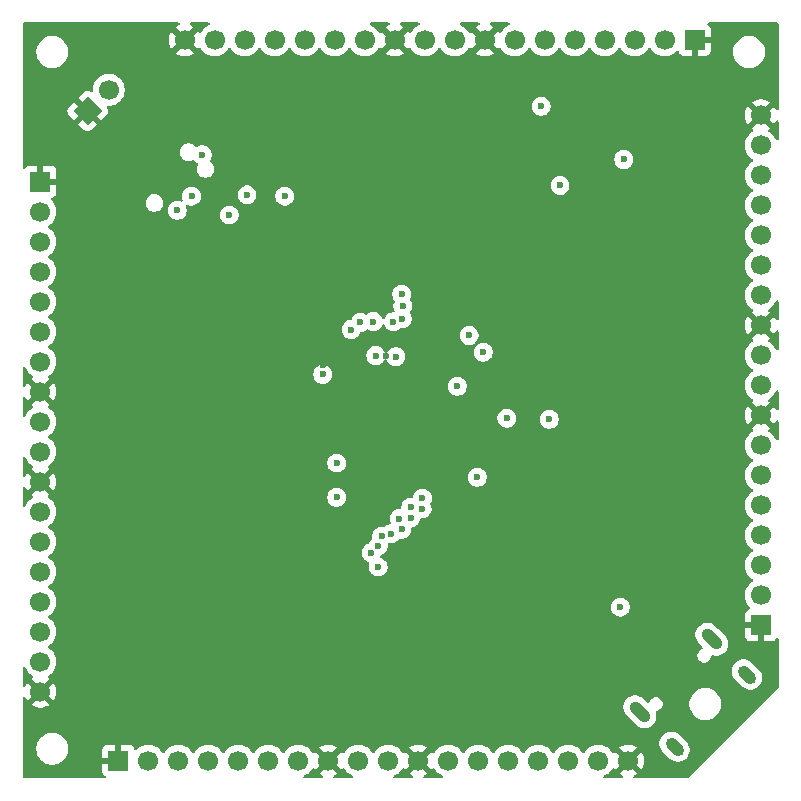
<source format=gbr>
%TF.GenerationSoftware,KiCad,Pcbnew,9.0.6*%
%TF.CreationDate,2026-01-02T14:20:19-05:00*%
%TF.ProjectId,plimsoll,706c696d-736f-46c6-9c2e-6b696361645f,rev?*%
%TF.SameCoordinates,Original*%
%TF.FileFunction,Copper,L2,Inr*%
%TF.FilePolarity,Positive*%
%FSLAX46Y46*%
G04 Gerber Fmt 4.6, Leading zero omitted, Abs format (unit mm)*
G04 Created by KiCad (PCBNEW 9.0.6) date 2026-01-02 14:20:19*
%MOMM*%
%LPD*%
G01*
G04 APERTURE LIST*
G04 Aperture macros list*
%AMHorizOval*
0 Thick line with rounded ends*
0 $1 width*
0 $2 $3 position (X,Y) of the first rounded end (center of the circle)*
0 $4 $5 position (X,Y) of the second rounded end (center of the circle)*
0 Add line between two ends*
20,1,$1,$2,$3,$4,$5,0*
0 Add two circle primitives to create the rounded ends*
1,1,$1,$2,$3*
1,1,$1,$4,$5*%
%AMRotRect*
0 Rectangle, with rotation*
0 The origin of the aperture is its center*
0 $1 length*
0 $2 width*
0 $3 Rotation angle, in degrees counterclockwise*
0 Add horizontal line*
21,1,$1,$2,0,0,$3*%
G04 Aperture macros list end*
%TA.AperFunction,HeatsinkPad*%
%ADD10HorizOval,1.000000X-0.282843X0.282843X0.282843X-0.282843X0*%
%TD*%
%TA.AperFunction,HeatsinkPad*%
%ADD11HorizOval,1.000000X-0.388909X0.388909X0.388909X-0.388909X0*%
%TD*%
%TA.AperFunction,ComponentPad*%
%ADD12R,1.700000X1.700000*%
%TD*%
%TA.AperFunction,ComponentPad*%
%ADD13C,1.700000*%
%TD*%
%TA.AperFunction,ComponentPad*%
%ADD14RotRect,1.700000X1.700000X135.000000*%
%TD*%
%TA.AperFunction,ViaPad*%
%ADD15C,0.600000*%
%TD*%
G04 APERTURE END LIST*
D10*
%TO.N,Net-(J2-SHIELD)*%
%TO.C,J2*%
X118814841Y-132705438D03*
D11*
X115844993Y-129735590D03*
D10*
X112705438Y-138814841D03*
D11*
X109735590Y-135844993D03*
%TD*%
D12*
%TO.N,GND*%
%TO.C,J3*%
X59000000Y-90980000D03*
D13*
%TO.N,+3V3*%
X59000000Y-93520000D03*
%TO.N,/PC0*%
X59000000Y-96060000D03*
%TO.N,/PC1*%
X59000000Y-98600000D03*
%TO.N,/PC2*%
X59000000Y-101140000D03*
%TO.N,/PC3*%
X59000000Y-103680000D03*
%TO.N,/PA0*%
X59000000Y-106220000D03*
%TO.N,GND*%
X59000000Y-108760000D03*
%TO.N,+3V3*%
X59000000Y-111300000D03*
%TO.N,VBUS*%
X59000000Y-113840000D03*
%TO.N,GND*%
X59000000Y-116380000D03*
%TO.N,/PA1*%
X59000000Y-118920000D03*
%TO.N,/PA2*%
X59000000Y-121460000D03*
%TO.N,/PA3*%
X59000000Y-124000000D03*
%TO.N,/PA4*%
X59000000Y-126540000D03*
%TO.N,/PA5*%
X59000000Y-129080000D03*
%TO.N,+3V3*%
X59000000Y-131620000D03*
%TO.N,GND*%
X59000000Y-134160000D03*
%TD*%
%TO.N,GND*%
%TO.C,J7*%
X71220000Y-79000000D03*
%TO.N,+3V3*%
X73760000Y-79000000D03*
%TO.N,/PB9*%
X76300000Y-79000000D03*
%TO.N,/PB8*%
X78840000Y-79000000D03*
%TO.N,/PB7*%
X81380000Y-79000000D03*
%TO.N,/PB6*%
X83920000Y-79000000D03*
%TO.N,/PB5*%
X86460000Y-79000000D03*
%TO.N,GND*%
X89000000Y-79000000D03*
%TO.N,VBUS*%
X91540000Y-79000000D03*
%TO.N,+3V3*%
X94080000Y-79000000D03*
%TO.N,GND*%
X96620000Y-79000000D03*
%TO.N,/PB4*%
X99160000Y-79000000D03*
%TO.N,/PB3*%
X101700000Y-79000000D03*
%TO.N,/PC12*%
X104240000Y-79000000D03*
%TO.N,/PC11*%
X106780000Y-79000000D03*
%TO.N,/PC10*%
X109320000Y-79000000D03*
%TO.N,+3V3*%
X111860000Y-79000000D03*
D12*
%TO.N,GND*%
X114400000Y-79000000D03*
%TD*%
%TO.N,GND*%
%TO.C,J6*%
X120000000Y-128540000D03*
D13*
%TO.N,+3V3*%
X120000000Y-126000000D03*
%TO.N,/PB13*%
X120000000Y-123460000D03*
%TO.N,/PB14*%
X120000000Y-120920000D03*
%TO.N,/PB15*%
X120000000Y-118380000D03*
%TO.N,/PC6*%
X120000000Y-115840000D03*
%TO.N,/PC7*%
X120000000Y-113300000D03*
%TO.N,GND*%
X120000000Y-110760000D03*
%TO.N,+3V3*%
X120000000Y-108220000D03*
%TO.N,VBUS*%
X120000000Y-105680000D03*
%TO.N,GND*%
X120000000Y-103140000D03*
%TO.N,/PC8*%
X120000000Y-100600000D03*
%TO.N,/PC9*%
X120000000Y-98060000D03*
%TO.N,/PA8*%
X120000000Y-95520000D03*
%TO.N,/PA9*%
X120000000Y-92980000D03*
%TO.N,/PA10*%
X120000000Y-90440000D03*
%TO.N,+3V3*%
X120000000Y-87900000D03*
%TO.N,GND*%
X120000000Y-85360000D03*
%TD*%
D12*
%TO.N,GND*%
%TO.C,J5*%
X65600000Y-140000000D03*
D13*
%TO.N,+3V3*%
X68140000Y-140000000D03*
%TO.N,/PA6*%
X70680000Y-140000000D03*
%TO.N,/PA7*%
X73220000Y-140000000D03*
%TO.N,/PC4*%
X75760000Y-140000000D03*
%TO.N,/PC5*%
X78300000Y-140000000D03*
%TO.N,/PB0*%
X80840000Y-140000000D03*
%TO.N,GND*%
X83380000Y-140000000D03*
%TO.N,+3V3*%
X85920000Y-140000000D03*
%TO.N,VBUS*%
X88460000Y-140000000D03*
%TO.N,GND*%
X91000000Y-140000000D03*
%TO.N,/PB1*%
X93540000Y-140000000D03*
%TO.N,/PB2*%
X96080000Y-140000000D03*
%TO.N,/PB10*%
X98620000Y-140000000D03*
%TO.N,/PB11*%
X101160000Y-140000000D03*
%TO.N,/PB12*%
X103700000Y-140000000D03*
%TO.N,+3V3*%
X106240000Y-140000000D03*
%TO.N,GND*%
X108780000Y-140000000D03*
%TD*%
%TO.N,VBUS*%
%TO.C,J4*%
X64796051Y-83203949D03*
D14*
%TO.N,GND*%
X63000000Y-85000000D03*
%TD*%
D15*
%TO.N,GND*%
X59000000Y-83000000D03*
X63000000Y-79000000D03*
X117000000Y-120000000D03*
X75000000Y-137000000D03*
X85000000Y-120000000D03*
X83000000Y-120000000D03*
X82000000Y-135000000D03*
X69000000Y-132000000D03*
X70000000Y-85000000D03*
X64000000Y-90000000D03*
X69000000Y-96000000D03*
X80000000Y-95000000D03*
X87298263Y-88922320D03*
X99000000Y-100000000D03*
X111000000Y-94000000D03*
X116198537Y-100835846D03*
X116000000Y-114000000D03*
X116000000Y-125000000D03*
X104000000Y-125000000D03*
X96777092Y-134950879D03*
X89708780Y-130390678D03*
X85000000Y-126000000D03*
X63000000Y-128000000D03*
X65000000Y-125000000D03*
X90000000Y-138000000D03*
X116000000Y-86000000D03*
X113000000Y-85000000D03*
X100000000Y-83000000D03*
X93000000Y-83000000D03*
X100000000Y-89000000D03*
X115000000Y-106000000D03*
X68575000Y-103550000D03*
X71150000Y-114450000D03*
X63200000Y-116250000D03*
%TO.N,+3V3*%
X84100000Y-117700000D03*
%TO.N,GND*%
X81800000Y-85100000D03*
X77900000Y-89200000D03*
%TO.N,+3V3*%
X89600000Y-100500000D03*
X87400000Y-105700000D03*
X79700000Y-92200000D03*
X101400000Y-84600000D03*
%TO.N,VBUS*%
X87600000Y-123600000D03*
X108100000Y-127000000D03*
%TO.N,GND*%
X113700000Y-128500000D03*
X108600000Y-133100000D03*
X113800000Y-129300000D03*
X109200000Y-133800000D03*
X105000000Y-131000000D03*
X106400000Y-131000000D03*
X110900000Y-126200000D03*
X109851041Y-128648959D03*
%TO.N,+3V3*%
X108400000Y-89100000D03*
X96512500Y-105412500D03*
X95300000Y-104000000D03*
X96000000Y-116000000D03*
X84100000Y-114800000D03*
X82900000Y-107300003D03*
%TO.N,GND*%
X91600000Y-127900000D03*
X91300000Y-124200000D03*
X91600000Y-126000000D03*
X101000000Y-125600000D03*
X98000000Y-127000000D03*
X99100000Y-129000000D03*
%TO.N,/PA10*%
X91350000Y-117776443D03*
%TO.N,/PA9*%
X91324265Y-118675735D03*
%TO.N,/PA8*%
X90350000Y-118550000D03*
%TO.N,/PC9*%
X90375461Y-119424931D03*
%TO.N,/PC8*%
X89400000Y-119500000D03*
%TO.N,/BOOT0*%
X103000000Y-91300000D03*
X94300000Y-108300000D03*
%TO.N,GND*%
X110600000Y-113900000D03*
X110300000Y-111200000D03*
%TO.N,/PD2*%
X102100000Y-111100000D03*
X98500000Y-111000000D03*
%TO.N,/PC7*%
X89600000Y-120400000D03*
%TO.N,/PC6*%
X88669222Y-120780222D03*
%TO.N,/PB15*%
X87900000Y-121000000D03*
%TO.N,/PB14*%
X87600000Y-121800000D03*
%TO.N,/PB13*%
X87000000Y-122400000D03*
%TO.N,/PA1*%
X86100000Y-102900000D03*
%TO.N,/PA2*%
X85300000Y-103500000D03*
%TO.N,/PA0*%
X87179828Y-102820172D03*
%TO.N,/PC3*%
X89100000Y-105800000D03*
%TO.N,/PC2*%
X88894909Y-102836781D03*
%TO.N,/PC1*%
X89650000Y-102572507D03*
%TO.N,/PC0*%
X89700000Y-101500000D03*
%TO.N,GND*%
X80200000Y-115100000D03*
X79407165Y-107307165D03*
X72700000Y-91300000D03*
%TO.N,+3V3*%
X70600000Y-93400000D03*
%TO.N,/PA15*%
X75000000Y-93800000D03*
X72700000Y-88700000D03*
%TO.N,/nRESET*%
X71800000Y-92200000D03*
X76500000Y-92100000D03*
%TO.N,GND*%
X99500000Y-103900000D03*
X87800000Y-99100000D03*
X88000000Y-97600000D03*
X96000000Y-93800000D03*
X91700000Y-98800000D03*
X93100000Y-92200000D03*
X82900000Y-113300000D03*
X85700000Y-113200000D03*
X82900000Y-106500000D03*
X85600000Y-107100000D03*
X88300000Y-105700000D03*
X94400000Y-106800000D03*
X97400000Y-106800000D03*
X93195672Y-116979611D03*
X93000000Y-114000000D03*
%TD*%
%TA.AperFunction,Conductor*%
%TO.N,GND*%
G36*
X70750427Y-77520185D02*
G01*
X70796182Y-77572989D01*
X70806126Y-77642147D01*
X70777101Y-77705703D01*
X70721706Y-77742431D01*
X70701782Y-77748904D01*
X70512439Y-77845380D01*
X70458282Y-77884727D01*
X70458282Y-77884728D01*
X71090591Y-78517037D01*
X71027007Y-78534075D01*
X70912993Y-78599901D01*
X70819901Y-78692993D01*
X70754075Y-78807007D01*
X70737037Y-78870591D01*
X70104728Y-78238282D01*
X70104727Y-78238282D01*
X70065380Y-78292439D01*
X69968904Y-78481782D01*
X69903242Y-78683869D01*
X69903242Y-78683872D01*
X69870000Y-78893753D01*
X69870000Y-79106246D01*
X69903242Y-79316127D01*
X69903242Y-79316130D01*
X69968904Y-79518217D01*
X70065375Y-79707550D01*
X70104728Y-79761716D01*
X70737037Y-79129408D01*
X70754075Y-79192993D01*
X70819901Y-79307007D01*
X70912993Y-79400099D01*
X71027007Y-79465925D01*
X71090590Y-79482962D01*
X70458282Y-80115269D01*
X70458282Y-80115270D01*
X70512449Y-80154624D01*
X70701782Y-80251095D01*
X70903870Y-80316757D01*
X71113754Y-80350000D01*
X71326246Y-80350000D01*
X71536127Y-80316757D01*
X71536130Y-80316757D01*
X71738217Y-80251095D01*
X71927554Y-80154622D01*
X71981716Y-80115270D01*
X71981717Y-80115270D01*
X71349408Y-79482962D01*
X71412993Y-79465925D01*
X71527007Y-79400099D01*
X71620099Y-79307007D01*
X71685925Y-79192993D01*
X71702962Y-79129408D01*
X72335270Y-79761717D01*
X72335270Y-79761716D01*
X72374622Y-79707555D01*
X72379232Y-79698507D01*
X72427205Y-79647709D01*
X72495025Y-79630912D01*
X72561161Y-79653447D01*
X72600204Y-79698504D01*
X72604949Y-79707817D01*
X72729890Y-79879786D01*
X72880213Y-80030109D01*
X73052179Y-80155048D01*
X73052181Y-80155049D01*
X73052184Y-80155051D01*
X73241588Y-80251557D01*
X73443757Y-80317246D01*
X73653713Y-80350500D01*
X73653714Y-80350500D01*
X73866286Y-80350500D01*
X73866287Y-80350500D01*
X74076243Y-80317246D01*
X74278412Y-80251557D01*
X74467816Y-80155051D01*
X74522572Y-80115269D01*
X74639786Y-80030109D01*
X74639788Y-80030106D01*
X74639792Y-80030104D01*
X74790104Y-79879792D01*
X74790106Y-79879788D01*
X74790109Y-79879786D01*
X74915048Y-79707820D01*
X74915047Y-79707820D01*
X74915051Y-79707816D01*
X74919514Y-79699054D01*
X74967488Y-79648259D01*
X75035308Y-79631463D01*
X75101444Y-79653999D01*
X75140486Y-79699056D01*
X75144951Y-79707820D01*
X75269890Y-79879786D01*
X75420213Y-80030109D01*
X75592179Y-80155048D01*
X75592181Y-80155049D01*
X75592184Y-80155051D01*
X75781588Y-80251557D01*
X75983757Y-80317246D01*
X76193713Y-80350500D01*
X76193714Y-80350500D01*
X76406286Y-80350500D01*
X76406287Y-80350500D01*
X76616243Y-80317246D01*
X76818412Y-80251557D01*
X77007816Y-80155051D01*
X77062572Y-80115269D01*
X77179786Y-80030109D01*
X77179788Y-80030106D01*
X77179792Y-80030104D01*
X77330104Y-79879792D01*
X77330106Y-79879788D01*
X77330109Y-79879786D01*
X77455048Y-79707820D01*
X77455047Y-79707820D01*
X77455051Y-79707816D01*
X77459514Y-79699054D01*
X77507488Y-79648259D01*
X77575308Y-79631463D01*
X77641444Y-79653999D01*
X77680486Y-79699056D01*
X77684951Y-79707820D01*
X77809890Y-79879786D01*
X77960213Y-80030109D01*
X78132179Y-80155048D01*
X78132181Y-80155049D01*
X78132184Y-80155051D01*
X78321588Y-80251557D01*
X78523757Y-80317246D01*
X78733713Y-80350500D01*
X78733714Y-80350500D01*
X78946286Y-80350500D01*
X78946287Y-80350500D01*
X79156243Y-80317246D01*
X79358412Y-80251557D01*
X79547816Y-80155051D01*
X79602572Y-80115269D01*
X79719786Y-80030109D01*
X79719788Y-80030106D01*
X79719792Y-80030104D01*
X79870104Y-79879792D01*
X79870106Y-79879788D01*
X79870109Y-79879786D01*
X79995048Y-79707820D01*
X79995047Y-79707820D01*
X79995051Y-79707816D01*
X79999514Y-79699054D01*
X80047488Y-79648259D01*
X80115308Y-79631463D01*
X80181444Y-79653999D01*
X80220486Y-79699056D01*
X80224951Y-79707820D01*
X80349890Y-79879786D01*
X80500213Y-80030109D01*
X80672179Y-80155048D01*
X80672181Y-80155049D01*
X80672184Y-80155051D01*
X80861588Y-80251557D01*
X81063757Y-80317246D01*
X81273713Y-80350500D01*
X81273714Y-80350500D01*
X81486286Y-80350500D01*
X81486287Y-80350500D01*
X81696243Y-80317246D01*
X81898412Y-80251557D01*
X82087816Y-80155051D01*
X82142572Y-80115269D01*
X82259786Y-80030109D01*
X82259788Y-80030106D01*
X82259792Y-80030104D01*
X82410104Y-79879792D01*
X82410106Y-79879788D01*
X82410109Y-79879786D01*
X82535048Y-79707820D01*
X82535047Y-79707820D01*
X82535051Y-79707816D01*
X82539514Y-79699054D01*
X82587488Y-79648259D01*
X82655308Y-79631463D01*
X82721444Y-79653999D01*
X82760486Y-79699056D01*
X82764951Y-79707820D01*
X82889890Y-79879786D01*
X83040213Y-80030109D01*
X83212179Y-80155048D01*
X83212181Y-80155049D01*
X83212184Y-80155051D01*
X83401588Y-80251557D01*
X83603757Y-80317246D01*
X83813713Y-80350500D01*
X83813714Y-80350500D01*
X84026286Y-80350500D01*
X84026287Y-80350500D01*
X84236243Y-80317246D01*
X84438412Y-80251557D01*
X84627816Y-80155051D01*
X84682572Y-80115269D01*
X84799786Y-80030109D01*
X84799788Y-80030106D01*
X84799792Y-80030104D01*
X84950104Y-79879792D01*
X84950106Y-79879788D01*
X84950109Y-79879786D01*
X85075048Y-79707820D01*
X85075047Y-79707820D01*
X85075051Y-79707816D01*
X85079514Y-79699054D01*
X85127488Y-79648259D01*
X85195308Y-79631463D01*
X85261444Y-79653999D01*
X85300486Y-79699056D01*
X85304951Y-79707820D01*
X85429890Y-79879786D01*
X85580213Y-80030109D01*
X85752179Y-80155048D01*
X85752181Y-80155049D01*
X85752184Y-80155051D01*
X85941588Y-80251557D01*
X86143757Y-80317246D01*
X86353713Y-80350500D01*
X86353714Y-80350500D01*
X86566286Y-80350500D01*
X86566287Y-80350500D01*
X86776243Y-80317246D01*
X86978412Y-80251557D01*
X87167816Y-80155051D01*
X87222572Y-80115269D01*
X87339786Y-80030109D01*
X87339788Y-80030106D01*
X87339792Y-80030104D01*
X87490104Y-79879792D01*
X87490106Y-79879788D01*
X87490109Y-79879786D01*
X87575890Y-79761717D01*
X87615051Y-79707816D01*
X87619793Y-79698508D01*
X87667763Y-79647711D01*
X87735583Y-79630911D01*
X87801719Y-79653445D01*
X87840763Y-79698500D01*
X87845373Y-79707547D01*
X87884728Y-79761716D01*
X88517037Y-79129408D01*
X88534075Y-79192993D01*
X88599901Y-79307007D01*
X88692993Y-79400099D01*
X88807007Y-79465925D01*
X88870590Y-79482962D01*
X88238282Y-80115269D01*
X88238282Y-80115270D01*
X88292449Y-80154624D01*
X88481782Y-80251095D01*
X88683870Y-80316757D01*
X88893754Y-80350000D01*
X89106246Y-80350000D01*
X89316127Y-80316757D01*
X89316130Y-80316757D01*
X89518217Y-80251095D01*
X89707554Y-80154622D01*
X89761716Y-80115270D01*
X89761717Y-80115270D01*
X89129408Y-79482962D01*
X89192993Y-79465925D01*
X89307007Y-79400099D01*
X89400099Y-79307007D01*
X89465925Y-79192993D01*
X89482962Y-79129408D01*
X90115270Y-79761717D01*
X90115270Y-79761716D01*
X90154622Y-79707555D01*
X90159232Y-79698507D01*
X90207205Y-79647709D01*
X90275025Y-79630912D01*
X90341161Y-79653447D01*
X90380204Y-79698504D01*
X90384949Y-79707817D01*
X90509890Y-79879786D01*
X90660213Y-80030109D01*
X90832179Y-80155048D01*
X90832181Y-80155049D01*
X90832184Y-80155051D01*
X91021588Y-80251557D01*
X91223757Y-80317246D01*
X91433713Y-80350500D01*
X91433714Y-80350500D01*
X91646286Y-80350500D01*
X91646287Y-80350500D01*
X91856243Y-80317246D01*
X92058412Y-80251557D01*
X92247816Y-80155051D01*
X92302572Y-80115269D01*
X92419786Y-80030109D01*
X92419788Y-80030106D01*
X92419792Y-80030104D01*
X92570104Y-79879792D01*
X92570106Y-79879788D01*
X92570109Y-79879786D01*
X92695048Y-79707820D01*
X92695047Y-79707820D01*
X92695051Y-79707816D01*
X92699514Y-79699054D01*
X92747488Y-79648259D01*
X92815308Y-79631463D01*
X92881444Y-79653999D01*
X92920486Y-79699056D01*
X92924951Y-79707820D01*
X93049890Y-79879786D01*
X93200213Y-80030109D01*
X93372179Y-80155048D01*
X93372181Y-80155049D01*
X93372184Y-80155051D01*
X93561588Y-80251557D01*
X93763757Y-80317246D01*
X93973713Y-80350500D01*
X93973714Y-80350500D01*
X94186286Y-80350500D01*
X94186287Y-80350500D01*
X94396243Y-80317246D01*
X94598412Y-80251557D01*
X94787816Y-80155051D01*
X94842572Y-80115269D01*
X94959786Y-80030109D01*
X94959788Y-80030106D01*
X94959792Y-80030104D01*
X95110104Y-79879792D01*
X95110106Y-79879788D01*
X95110109Y-79879786D01*
X95195890Y-79761717D01*
X95235051Y-79707816D01*
X95239793Y-79698508D01*
X95287763Y-79647711D01*
X95355583Y-79630911D01*
X95421719Y-79653445D01*
X95460763Y-79698500D01*
X95465373Y-79707547D01*
X95504728Y-79761716D01*
X96137037Y-79129408D01*
X96154075Y-79192993D01*
X96219901Y-79307007D01*
X96312993Y-79400099D01*
X96427007Y-79465925D01*
X96490590Y-79482962D01*
X95858282Y-80115269D01*
X95858282Y-80115270D01*
X95912449Y-80154624D01*
X96101782Y-80251095D01*
X96303870Y-80316757D01*
X96513754Y-80350000D01*
X96726246Y-80350000D01*
X96936127Y-80316757D01*
X96936130Y-80316757D01*
X97138217Y-80251095D01*
X97327554Y-80154622D01*
X97381716Y-80115270D01*
X97381717Y-80115270D01*
X96749408Y-79482962D01*
X96812993Y-79465925D01*
X96927007Y-79400099D01*
X97020099Y-79307007D01*
X97085925Y-79192993D01*
X97102962Y-79129409D01*
X97735270Y-79761717D01*
X97735270Y-79761716D01*
X97774622Y-79707555D01*
X97779232Y-79698507D01*
X97827205Y-79647709D01*
X97895025Y-79630912D01*
X97961161Y-79653447D01*
X98000204Y-79698504D01*
X98004949Y-79707817D01*
X98129890Y-79879786D01*
X98280213Y-80030109D01*
X98452179Y-80155048D01*
X98452181Y-80155049D01*
X98452184Y-80155051D01*
X98641588Y-80251557D01*
X98843757Y-80317246D01*
X99053713Y-80350500D01*
X99053714Y-80350500D01*
X99266286Y-80350500D01*
X99266287Y-80350500D01*
X99476243Y-80317246D01*
X99678412Y-80251557D01*
X99867816Y-80155051D01*
X99922572Y-80115269D01*
X100039786Y-80030109D01*
X100039788Y-80030106D01*
X100039792Y-80030104D01*
X100190104Y-79879792D01*
X100190106Y-79879788D01*
X100190109Y-79879786D01*
X100315048Y-79707820D01*
X100315047Y-79707820D01*
X100315051Y-79707816D01*
X100319514Y-79699054D01*
X100367488Y-79648259D01*
X100435308Y-79631463D01*
X100501444Y-79653999D01*
X100540486Y-79699056D01*
X100544951Y-79707820D01*
X100669890Y-79879786D01*
X100820213Y-80030109D01*
X100992179Y-80155048D01*
X100992181Y-80155049D01*
X100992184Y-80155051D01*
X101181588Y-80251557D01*
X101383757Y-80317246D01*
X101593713Y-80350500D01*
X101593714Y-80350500D01*
X101806286Y-80350500D01*
X101806287Y-80350500D01*
X102016243Y-80317246D01*
X102218412Y-80251557D01*
X102407816Y-80155051D01*
X102462572Y-80115269D01*
X102579786Y-80030109D01*
X102579788Y-80030106D01*
X102579792Y-80030104D01*
X102730104Y-79879792D01*
X102730106Y-79879788D01*
X102730109Y-79879786D01*
X102855048Y-79707820D01*
X102855047Y-79707820D01*
X102855051Y-79707816D01*
X102859514Y-79699054D01*
X102907488Y-79648259D01*
X102975308Y-79631463D01*
X103041444Y-79653999D01*
X103080486Y-79699056D01*
X103084951Y-79707820D01*
X103209890Y-79879786D01*
X103360213Y-80030109D01*
X103532179Y-80155048D01*
X103532181Y-80155049D01*
X103532184Y-80155051D01*
X103721588Y-80251557D01*
X103923757Y-80317246D01*
X104133713Y-80350500D01*
X104133714Y-80350500D01*
X104346286Y-80350500D01*
X104346287Y-80350500D01*
X104556243Y-80317246D01*
X104758412Y-80251557D01*
X104947816Y-80155051D01*
X105002572Y-80115269D01*
X105119786Y-80030109D01*
X105119788Y-80030106D01*
X105119792Y-80030104D01*
X105270104Y-79879792D01*
X105270106Y-79879788D01*
X105270109Y-79879786D01*
X105395048Y-79707820D01*
X105395047Y-79707820D01*
X105395051Y-79707816D01*
X105399514Y-79699054D01*
X105447488Y-79648259D01*
X105515308Y-79631463D01*
X105581444Y-79653999D01*
X105620486Y-79699056D01*
X105624951Y-79707820D01*
X105749890Y-79879786D01*
X105900213Y-80030109D01*
X106072179Y-80155048D01*
X106072181Y-80155049D01*
X106072184Y-80155051D01*
X106261588Y-80251557D01*
X106463757Y-80317246D01*
X106673713Y-80350500D01*
X106673714Y-80350500D01*
X106886286Y-80350500D01*
X106886287Y-80350500D01*
X107096243Y-80317246D01*
X107298412Y-80251557D01*
X107487816Y-80155051D01*
X107542572Y-80115269D01*
X107659786Y-80030109D01*
X107659788Y-80030106D01*
X107659792Y-80030104D01*
X107810104Y-79879792D01*
X107810106Y-79879788D01*
X107810109Y-79879786D01*
X107935048Y-79707820D01*
X107935047Y-79707820D01*
X107935051Y-79707816D01*
X107939514Y-79699054D01*
X107987488Y-79648259D01*
X108055308Y-79631463D01*
X108121444Y-79653999D01*
X108160486Y-79699056D01*
X108164951Y-79707820D01*
X108289890Y-79879786D01*
X108440213Y-80030109D01*
X108612179Y-80155048D01*
X108612181Y-80155049D01*
X108612184Y-80155051D01*
X108801588Y-80251557D01*
X109003757Y-80317246D01*
X109213713Y-80350500D01*
X109213714Y-80350500D01*
X109426286Y-80350500D01*
X109426287Y-80350500D01*
X109636243Y-80317246D01*
X109838412Y-80251557D01*
X110027816Y-80155051D01*
X110082572Y-80115269D01*
X110199786Y-80030109D01*
X110199788Y-80030106D01*
X110199792Y-80030104D01*
X110350104Y-79879792D01*
X110350106Y-79879788D01*
X110350109Y-79879786D01*
X110475048Y-79707820D01*
X110475047Y-79707820D01*
X110475051Y-79707816D01*
X110479514Y-79699054D01*
X110527488Y-79648259D01*
X110595308Y-79631463D01*
X110661444Y-79653999D01*
X110700486Y-79699056D01*
X110704951Y-79707820D01*
X110829890Y-79879786D01*
X110980213Y-80030109D01*
X111152179Y-80155048D01*
X111152181Y-80155049D01*
X111152184Y-80155051D01*
X111341588Y-80251557D01*
X111543757Y-80317246D01*
X111753713Y-80350500D01*
X111753714Y-80350500D01*
X111966286Y-80350500D01*
X111966287Y-80350500D01*
X112176243Y-80317246D01*
X112378412Y-80251557D01*
X112567816Y-80155051D01*
X112654478Y-80092088D01*
X112739784Y-80030110D01*
X112739784Y-80030109D01*
X112739792Y-80030104D01*
X112853717Y-79916178D01*
X112915036Y-79882696D01*
X112984728Y-79887680D01*
X113040662Y-79929551D01*
X113057577Y-79960528D01*
X113106646Y-80092088D01*
X113106649Y-80092093D01*
X113192809Y-80207187D01*
X113192812Y-80207190D01*
X113307906Y-80293350D01*
X113307913Y-80293354D01*
X113442620Y-80343596D01*
X113442627Y-80343598D01*
X113502155Y-80349999D01*
X113502172Y-80350000D01*
X114150000Y-80350000D01*
X114150000Y-79433012D01*
X114207007Y-79465925D01*
X114334174Y-79500000D01*
X114465826Y-79500000D01*
X114592993Y-79465925D01*
X114650000Y-79433012D01*
X114650000Y-80350000D01*
X115297828Y-80350000D01*
X115297844Y-80349999D01*
X115357372Y-80343598D01*
X115357379Y-80343596D01*
X115492086Y-80293354D01*
X115492093Y-80293350D01*
X115607187Y-80207190D01*
X115607190Y-80207187D01*
X115693350Y-80092093D01*
X115693354Y-80092086D01*
X115743596Y-79957379D01*
X115743598Y-79957372D01*
X115749999Y-79897844D01*
X115750000Y-79897827D01*
X115750000Y-79893713D01*
X117649500Y-79893713D01*
X117649500Y-80106286D01*
X117679128Y-80293354D01*
X117682754Y-80316243D01*
X117693722Y-80350000D01*
X117748444Y-80518414D01*
X117844951Y-80707820D01*
X117969890Y-80879786D01*
X118120213Y-81030109D01*
X118292179Y-81155048D01*
X118292181Y-81155049D01*
X118292184Y-81155051D01*
X118481588Y-81251557D01*
X118683757Y-81317246D01*
X118893713Y-81350500D01*
X118893714Y-81350500D01*
X119106286Y-81350500D01*
X119106287Y-81350500D01*
X119316243Y-81317246D01*
X119518412Y-81251557D01*
X119707816Y-81155051D01*
X119729789Y-81139086D01*
X119879786Y-81030109D01*
X119879788Y-81030106D01*
X119879792Y-81030104D01*
X120030104Y-80879792D01*
X120030106Y-80879788D01*
X120030109Y-80879786D01*
X120155048Y-80707820D01*
X120155047Y-80707820D01*
X120155051Y-80707816D01*
X120251557Y-80518412D01*
X120317246Y-80316243D01*
X120350500Y-80106287D01*
X120350500Y-79893713D01*
X120317246Y-79683757D01*
X120251557Y-79481588D01*
X120155051Y-79292184D01*
X120155049Y-79292181D01*
X120155048Y-79292179D01*
X120030109Y-79120213D01*
X119879786Y-78969890D01*
X119707820Y-78844951D01*
X119518414Y-78748444D01*
X119518413Y-78748443D01*
X119518412Y-78748443D01*
X119316243Y-78682754D01*
X119316241Y-78682753D01*
X119316240Y-78682753D01*
X119154957Y-78657208D01*
X119106287Y-78649500D01*
X118893713Y-78649500D01*
X118845042Y-78657208D01*
X118683760Y-78682753D01*
X118481585Y-78748444D01*
X118292179Y-78844951D01*
X118120213Y-78969890D01*
X117969890Y-79120213D01*
X117844951Y-79292179D01*
X117748444Y-79481585D01*
X117682753Y-79683760D01*
X117649500Y-79893713D01*
X115750000Y-79893713D01*
X115750000Y-79250000D01*
X114833012Y-79250000D01*
X114865925Y-79192993D01*
X114900000Y-79065826D01*
X114900000Y-78934174D01*
X114865925Y-78807007D01*
X114833012Y-78750000D01*
X115750000Y-78750000D01*
X115750000Y-78102172D01*
X115749999Y-78102155D01*
X115743598Y-78042627D01*
X115743596Y-78042620D01*
X115693354Y-77907913D01*
X115693350Y-77907906D01*
X115607190Y-77792812D01*
X115607187Y-77792809D01*
X115514958Y-77723766D01*
X115473087Y-77667832D01*
X115468103Y-77598141D01*
X115501589Y-77536818D01*
X115562912Y-77503334D01*
X115589269Y-77500500D01*
X121375500Y-77500500D01*
X121442539Y-77520185D01*
X121488294Y-77572989D01*
X121499500Y-77624500D01*
X121499500Y-84823388D01*
X121479815Y-84890427D01*
X121427011Y-84936182D01*
X121357853Y-84946126D01*
X121294297Y-84917101D01*
X121257569Y-84861706D01*
X121251095Y-84841782D01*
X121154624Y-84652449D01*
X121115270Y-84598282D01*
X121115269Y-84598282D01*
X120482962Y-85230590D01*
X120465925Y-85167007D01*
X120400099Y-85052993D01*
X120307007Y-84959901D01*
X120192993Y-84894075D01*
X120129409Y-84877037D01*
X120761716Y-84244728D01*
X120707550Y-84205375D01*
X120518217Y-84108904D01*
X120316129Y-84043242D01*
X120106246Y-84010000D01*
X119893754Y-84010000D01*
X119683872Y-84043242D01*
X119683869Y-84043242D01*
X119481782Y-84108904D01*
X119292439Y-84205380D01*
X119238282Y-84244727D01*
X119238282Y-84244728D01*
X119870591Y-84877037D01*
X119807007Y-84894075D01*
X119692993Y-84959901D01*
X119599901Y-85052993D01*
X119534075Y-85167007D01*
X119517037Y-85230591D01*
X118884728Y-84598282D01*
X118884727Y-84598282D01*
X118845380Y-84652439D01*
X118748904Y-84841782D01*
X118683242Y-85043869D01*
X118683242Y-85043872D01*
X118650000Y-85253753D01*
X118650000Y-85466246D01*
X118683242Y-85676127D01*
X118683242Y-85676130D01*
X118748904Y-85878217D01*
X118845375Y-86067550D01*
X118884728Y-86121716D01*
X119517037Y-85489408D01*
X119534075Y-85552993D01*
X119599901Y-85667007D01*
X119692993Y-85760099D01*
X119807007Y-85825925D01*
X119870590Y-85842962D01*
X119238282Y-86475269D01*
X119238282Y-86475270D01*
X119292452Y-86514626D01*
X119292451Y-86514626D01*
X119301495Y-86519234D01*
X119352292Y-86567208D01*
X119369087Y-86635029D01*
X119346550Y-86701164D01*
X119301499Y-86740202D01*
X119292182Y-86744949D01*
X119120213Y-86869890D01*
X118969890Y-87020213D01*
X118844951Y-87192179D01*
X118748444Y-87381585D01*
X118682753Y-87583760D01*
X118649500Y-87793713D01*
X118649500Y-88006286D01*
X118678551Y-88189711D01*
X118682754Y-88216243D01*
X118739409Y-88390609D01*
X118748444Y-88418414D01*
X118844951Y-88607820D01*
X118969890Y-88779786D01*
X119120213Y-88930109D01*
X119292182Y-89055050D01*
X119300946Y-89059516D01*
X119351742Y-89107491D01*
X119368536Y-89175312D01*
X119345998Y-89241447D01*
X119300946Y-89280484D01*
X119292182Y-89284949D01*
X119120213Y-89409890D01*
X118969890Y-89560213D01*
X118844951Y-89732179D01*
X118748444Y-89921585D01*
X118682753Y-90123760D01*
X118682729Y-90123913D01*
X118649500Y-90333713D01*
X118649500Y-90546287D01*
X118656520Y-90590609D01*
X118661730Y-90623507D01*
X118682754Y-90756243D01*
X118734075Y-90914193D01*
X118748444Y-90958414D01*
X118844951Y-91147820D01*
X118969890Y-91319786D01*
X119120213Y-91470109D01*
X119292182Y-91595050D01*
X119300946Y-91599516D01*
X119351742Y-91647491D01*
X119368536Y-91715312D01*
X119345998Y-91781447D01*
X119300946Y-91820484D01*
X119292182Y-91824949D01*
X119120213Y-91949890D01*
X118969890Y-92100213D01*
X118844951Y-92272179D01*
X118748444Y-92461585D01*
X118682753Y-92663760D01*
X118665390Y-92773386D01*
X118649500Y-92873713D01*
X118649500Y-93086287D01*
X118650184Y-93090606D01*
X118681718Y-93289707D01*
X118682754Y-93296243D01*
X118748046Y-93497191D01*
X118748444Y-93498414D01*
X118844951Y-93687820D01*
X118969890Y-93859786D01*
X119120213Y-94010109D01*
X119292182Y-94135050D01*
X119300946Y-94139516D01*
X119351742Y-94187491D01*
X119368536Y-94255312D01*
X119345998Y-94321447D01*
X119300946Y-94360484D01*
X119292182Y-94364949D01*
X119120213Y-94489890D01*
X118969890Y-94640213D01*
X118844951Y-94812179D01*
X118748444Y-95001585D01*
X118682753Y-95203760D01*
X118649500Y-95413713D01*
X118649500Y-95626286D01*
X118668105Y-95743757D01*
X118682754Y-95836243D01*
X118734075Y-95994193D01*
X118748444Y-96038414D01*
X118844951Y-96227820D01*
X118969890Y-96399786D01*
X119120213Y-96550109D01*
X119292182Y-96675050D01*
X119300946Y-96679516D01*
X119351742Y-96727491D01*
X119368536Y-96795312D01*
X119345998Y-96861447D01*
X119300946Y-96900484D01*
X119292182Y-96904949D01*
X119120213Y-97029890D01*
X118969890Y-97180213D01*
X118844951Y-97352179D01*
X118748444Y-97541585D01*
X118682753Y-97743760D01*
X118649500Y-97953713D01*
X118649500Y-98166286D01*
X118668105Y-98283757D01*
X118682754Y-98376243D01*
X118734075Y-98534193D01*
X118748444Y-98578414D01*
X118844951Y-98767820D01*
X118969890Y-98939786D01*
X119120213Y-99090109D01*
X119292182Y-99215050D01*
X119300946Y-99219516D01*
X119351742Y-99267491D01*
X119368536Y-99335312D01*
X119345998Y-99401447D01*
X119300946Y-99440484D01*
X119292182Y-99444949D01*
X119120213Y-99569890D01*
X118969890Y-99720213D01*
X118844951Y-99892179D01*
X118748444Y-100081585D01*
X118682753Y-100283760D01*
X118649500Y-100493713D01*
X118649500Y-100706286D01*
X118676884Y-100879185D01*
X118682754Y-100916243D01*
X118734075Y-101074193D01*
X118748444Y-101118414D01*
X118844951Y-101307820D01*
X118969890Y-101479786D01*
X119120213Y-101630109D01*
X119292179Y-101755048D01*
X119292181Y-101755049D01*
X119292184Y-101755051D01*
X119301493Y-101759794D01*
X119352290Y-101807766D01*
X119369087Y-101875587D01*
X119346552Y-101941722D01*
X119301505Y-101980760D01*
X119292446Y-101985376D01*
X119292440Y-101985380D01*
X119238282Y-102024727D01*
X119238282Y-102024728D01*
X119870591Y-102657037D01*
X119807007Y-102674075D01*
X119692993Y-102739901D01*
X119599901Y-102832993D01*
X119534075Y-102947007D01*
X119517037Y-103010591D01*
X118884728Y-102378282D01*
X118884727Y-102378282D01*
X118845380Y-102432439D01*
X118748904Y-102621782D01*
X118683242Y-102823869D01*
X118683242Y-102823872D01*
X118650000Y-103033753D01*
X118650000Y-103246246D01*
X118683242Y-103456127D01*
X118683242Y-103456130D01*
X118748904Y-103658217D01*
X118845375Y-103847550D01*
X118884728Y-103901716D01*
X119517037Y-103269408D01*
X119534075Y-103332993D01*
X119599901Y-103447007D01*
X119692993Y-103540099D01*
X119807007Y-103605925D01*
X119870590Y-103622962D01*
X119238282Y-104255269D01*
X119238282Y-104255270D01*
X119292452Y-104294626D01*
X119292451Y-104294626D01*
X119301495Y-104299234D01*
X119352292Y-104347208D01*
X119369087Y-104415029D01*
X119346550Y-104481164D01*
X119301499Y-104520202D01*
X119292182Y-104524949D01*
X119120213Y-104649890D01*
X118969890Y-104800213D01*
X118844951Y-104972179D01*
X118748444Y-105161585D01*
X118748443Y-105161587D01*
X118748443Y-105161588D01*
X118742782Y-105179010D01*
X118682753Y-105363760D01*
X118649500Y-105573713D01*
X118649500Y-105786286D01*
X118681738Y-105989832D01*
X118682754Y-105996243D01*
X118743187Y-106182237D01*
X118748444Y-106198414D01*
X118844951Y-106387820D01*
X118969890Y-106559786D01*
X119120213Y-106710109D01*
X119292182Y-106835050D01*
X119300946Y-106839516D01*
X119351742Y-106887491D01*
X119368536Y-106955312D01*
X119345998Y-107021447D01*
X119300946Y-107060484D01*
X119292182Y-107064949D01*
X119120213Y-107189890D01*
X118969890Y-107340213D01*
X118844951Y-107512179D01*
X118748444Y-107701585D01*
X118682753Y-107903760D01*
X118649500Y-108113713D01*
X118649500Y-108326286D01*
X118682319Y-108533501D01*
X118682754Y-108536243D01*
X118734075Y-108694193D01*
X118748444Y-108738414D01*
X118844951Y-108927820D01*
X118969890Y-109099786D01*
X119120213Y-109250109D01*
X119292179Y-109375048D01*
X119292181Y-109375049D01*
X119292184Y-109375051D01*
X119301493Y-109379794D01*
X119352290Y-109427766D01*
X119369087Y-109495587D01*
X119346552Y-109561722D01*
X119301505Y-109600760D01*
X119292446Y-109605376D01*
X119292440Y-109605380D01*
X119238282Y-109644727D01*
X119238282Y-109644728D01*
X119870591Y-110277037D01*
X119807007Y-110294075D01*
X119692993Y-110359901D01*
X119599901Y-110452993D01*
X119534075Y-110567007D01*
X119517037Y-110630591D01*
X118884728Y-109998282D01*
X118884727Y-109998282D01*
X118845380Y-110052439D01*
X118748904Y-110241782D01*
X118683242Y-110443869D01*
X118683242Y-110443872D01*
X118650000Y-110653753D01*
X118650000Y-110866246D01*
X118683242Y-111076127D01*
X118683242Y-111076130D01*
X118748904Y-111278217D01*
X118845375Y-111467550D01*
X118884728Y-111521716D01*
X119517037Y-110889408D01*
X119534075Y-110952993D01*
X119599901Y-111067007D01*
X119692993Y-111160099D01*
X119807007Y-111225925D01*
X119870590Y-111242962D01*
X119238282Y-111875269D01*
X119238282Y-111875270D01*
X119292452Y-111914626D01*
X119292451Y-111914626D01*
X119301495Y-111919234D01*
X119352292Y-111967208D01*
X119369087Y-112035029D01*
X119346550Y-112101164D01*
X119301499Y-112140202D01*
X119292182Y-112144949D01*
X119120213Y-112269890D01*
X118969890Y-112420213D01*
X118844951Y-112592179D01*
X118748444Y-112781585D01*
X118682753Y-112983760D01*
X118649500Y-113193713D01*
X118649500Y-113406286D01*
X118668105Y-113523757D01*
X118682754Y-113616243D01*
X118734075Y-113774193D01*
X118748444Y-113818414D01*
X118844951Y-114007820D01*
X118969890Y-114179786D01*
X119120213Y-114330109D01*
X119292182Y-114455050D01*
X119300946Y-114459516D01*
X119351742Y-114507491D01*
X119368536Y-114575312D01*
X119345998Y-114641447D01*
X119300946Y-114680484D01*
X119292182Y-114684949D01*
X119120213Y-114809890D01*
X118969890Y-114960213D01*
X118844951Y-115132179D01*
X118748444Y-115321585D01*
X118682753Y-115523760D01*
X118659205Y-115672439D01*
X118649500Y-115733713D01*
X118649500Y-115946287D01*
X118682754Y-116156243D01*
X118734075Y-116314193D01*
X118748444Y-116358414D01*
X118844951Y-116547820D01*
X118969890Y-116719786D01*
X119120213Y-116870109D01*
X119292182Y-116995050D01*
X119300946Y-116999516D01*
X119351742Y-117047491D01*
X119368536Y-117115312D01*
X119345998Y-117181447D01*
X119300946Y-117220484D01*
X119292182Y-117224949D01*
X119120213Y-117349890D01*
X118969890Y-117500213D01*
X118844951Y-117672179D01*
X118748444Y-117861585D01*
X118682753Y-118063760D01*
X118649500Y-118273713D01*
X118649500Y-118486286D01*
X118672078Y-118628842D01*
X118682754Y-118696243D01*
X118741879Y-118878211D01*
X118748444Y-118898414D01*
X118844951Y-119087820D01*
X118969890Y-119259786D01*
X119120213Y-119410109D01*
X119292182Y-119535050D01*
X119300946Y-119539516D01*
X119351742Y-119587491D01*
X119368536Y-119655312D01*
X119345998Y-119721447D01*
X119300946Y-119760484D01*
X119292182Y-119764949D01*
X119120213Y-119889890D01*
X118969890Y-120040213D01*
X118844951Y-120212179D01*
X118748444Y-120401585D01*
X118682753Y-120603760D01*
X118649500Y-120813713D01*
X118649500Y-121026286D01*
X118677092Y-121200499D01*
X118682754Y-121236243D01*
X118742728Y-121420824D01*
X118748444Y-121438414D01*
X118844951Y-121627820D01*
X118969890Y-121799786D01*
X119120213Y-121950109D01*
X119292182Y-122075050D01*
X119300946Y-122079516D01*
X119351742Y-122127491D01*
X119368536Y-122195312D01*
X119345998Y-122261447D01*
X119300946Y-122300484D01*
X119292182Y-122304949D01*
X119120213Y-122429890D01*
X118969890Y-122580213D01*
X118844951Y-122752179D01*
X118748444Y-122941585D01*
X118682753Y-123143760D01*
X118649500Y-123353713D01*
X118649500Y-123566286D01*
X118668105Y-123683757D01*
X118682754Y-123776243D01*
X118734075Y-123934193D01*
X118748444Y-123978414D01*
X118844951Y-124167820D01*
X118969890Y-124339786D01*
X119120213Y-124490109D01*
X119292182Y-124615050D01*
X119300946Y-124619516D01*
X119351742Y-124667491D01*
X119368536Y-124735312D01*
X119345998Y-124801447D01*
X119300946Y-124840484D01*
X119292182Y-124844949D01*
X119120213Y-124969890D01*
X118969890Y-125120213D01*
X118844951Y-125292179D01*
X118748444Y-125481585D01*
X118682753Y-125683760D01*
X118649500Y-125893713D01*
X118649500Y-126106286D01*
X118668105Y-126223757D01*
X118682754Y-126316243D01*
X118739117Y-126489711D01*
X118748444Y-126518414D01*
X118844951Y-126707820D01*
X118969890Y-126879786D01*
X119083818Y-126993714D01*
X119117303Y-127055037D01*
X119112319Y-127124729D01*
X119070447Y-127180662D01*
X119039471Y-127197577D01*
X118907912Y-127246646D01*
X118907906Y-127246649D01*
X118792812Y-127332809D01*
X118792809Y-127332812D01*
X118706649Y-127447906D01*
X118706645Y-127447913D01*
X118656403Y-127582620D01*
X118656401Y-127582627D01*
X118650000Y-127642155D01*
X118650000Y-128290000D01*
X119566988Y-128290000D01*
X119534075Y-128347007D01*
X119500000Y-128474174D01*
X119500000Y-128605826D01*
X119534075Y-128732993D01*
X119566988Y-128790000D01*
X118650000Y-128790000D01*
X118650000Y-129437844D01*
X118656401Y-129497372D01*
X118656403Y-129497379D01*
X118706645Y-129632086D01*
X118706649Y-129632093D01*
X118792809Y-129747187D01*
X118792812Y-129747190D01*
X118907906Y-129833350D01*
X118907913Y-129833354D01*
X119042620Y-129883596D01*
X119042627Y-129883598D01*
X119102155Y-129889999D01*
X119102172Y-129890000D01*
X119750000Y-129890000D01*
X119750000Y-128973012D01*
X119807007Y-129005925D01*
X119934174Y-129040000D01*
X120065826Y-129040000D01*
X120192993Y-129005925D01*
X120250000Y-128973012D01*
X120250000Y-129890000D01*
X120897828Y-129890000D01*
X120897844Y-129889999D01*
X120957372Y-129883598D01*
X120957379Y-129883596D01*
X121092086Y-129833354D01*
X121092093Y-129833350D01*
X121207187Y-129747190D01*
X121207190Y-129747187D01*
X121276234Y-129654958D01*
X121332168Y-129613087D01*
X121401859Y-129608103D01*
X121463182Y-129641589D01*
X121496666Y-129702912D01*
X121499500Y-129729269D01*
X121499500Y-133741324D01*
X121479815Y-133808363D01*
X121463181Y-133829005D01*
X113829005Y-141463181D01*
X113767682Y-141496666D01*
X113741324Y-141499500D01*
X109316612Y-141499500D01*
X109249573Y-141479815D01*
X109203818Y-141427011D01*
X109193874Y-141357853D01*
X109222899Y-141294297D01*
X109278294Y-141257569D01*
X109298217Y-141251095D01*
X109487554Y-141154622D01*
X109541716Y-141115270D01*
X109541717Y-141115270D01*
X108909408Y-140482962D01*
X108972993Y-140465925D01*
X109087007Y-140400099D01*
X109180099Y-140307007D01*
X109245925Y-140192993D01*
X109262962Y-140129409D01*
X109895270Y-140761717D01*
X109895270Y-140761716D01*
X109934622Y-140707554D01*
X110031095Y-140518217D01*
X110096757Y-140316130D01*
X110096757Y-140316127D01*
X110130000Y-140106246D01*
X110130000Y-139893753D01*
X110096757Y-139683872D01*
X110096757Y-139683869D01*
X110031095Y-139481782D01*
X109934624Y-139292449D01*
X109895270Y-139238282D01*
X109895269Y-139238282D01*
X109262962Y-139870590D01*
X109245925Y-139807007D01*
X109180099Y-139692993D01*
X109087007Y-139599901D01*
X108972993Y-139534075D01*
X108909409Y-139517037D01*
X109541716Y-138884728D01*
X109487550Y-138845375D01*
X109298217Y-138748904D01*
X109096129Y-138683242D01*
X108886246Y-138650000D01*
X108673754Y-138650000D01*
X108463872Y-138683242D01*
X108463869Y-138683242D01*
X108261782Y-138748904D01*
X108072439Y-138845380D01*
X108018282Y-138884727D01*
X108018282Y-138884728D01*
X108650591Y-139517037D01*
X108587007Y-139534075D01*
X108472993Y-139599901D01*
X108379901Y-139692993D01*
X108314075Y-139807007D01*
X108297037Y-139870591D01*
X107664728Y-139238282D01*
X107664727Y-139238282D01*
X107625380Y-139292440D01*
X107625376Y-139292446D01*
X107620760Y-139301505D01*
X107572781Y-139352297D01*
X107504959Y-139369087D01*
X107438826Y-139346543D01*
X107399794Y-139301493D01*
X107395051Y-139292184D01*
X107395049Y-139292181D01*
X107395048Y-139292179D01*
X107270109Y-139120213D01*
X107119786Y-138969890D01*
X106947820Y-138844951D01*
X106758414Y-138748444D01*
X106758413Y-138748443D01*
X106758412Y-138748443D01*
X106556243Y-138682754D01*
X106556241Y-138682753D01*
X106556240Y-138682753D01*
X106394957Y-138657208D01*
X106346287Y-138649500D01*
X106133713Y-138649500D01*
X106085042Y-138657208D01*
X105923760Y-138682753D01*
X105721585Y-138748444D01*
X105532179Y-138844951D01*
X105360213Y-138969890D01*
X105209890Y-139120213D01*
X105084949Y-139292182D01*
X105080484Y-139300946D01*
X105032509Y-139351742D01*
X104964688Y-139368536D01*
X104898553Y-139345998D01*
X104859516Y-139300946D01*
X104855050Y-139292182D01*
X104730109Y-139120213D01*
X104579786Y-138969890D01*
X104407820Y-138844951D01*
X104218414Y-138748444D01*
X104218413Y-138748443D01*
X104218412Y-138748443D01*
X104016243Y-138682754D01*
X104016241Y-138682753D01*
X104016240Y-138682753D01*
X103854957Y-138657208D01*
X103806287Y-138649500D01*
X103593713Y-138649500D01*
X103545042Y-138657208D01*
X103383760Y-138682753D01*
X103181585Y-138748444D01*
X102992179Y-138844951D01*
X102820213Y-138969890D01*
X102669890Y-139120213D01*
X102544949Y-139292182D01*
X102540484Y-139300946D01*
X102492509Y-139351742D01*
X102424688Y-139368536D01*
X102358553Y-139345998D01*
X102319516Y-139300946D01*
X102315050Y-139292182D01*
X102190109Y-139120213D01*
X102039786Y-138969890D01*
X101867820Y-138844951D01*
X101678414Y-138748444D01*
X101678413Y-138748443D01*
X101678412Y-138748443D01*
X101476243Y-138682754D01*
X101476241Y-138682753D01*
X101476240Y-138682753D01*
X101314957Y-138657208D01*
X101266287Y-138649500D01*
X101053713Y-138649500D01*
X101005042Y-138657208D01*
X100843760Y-138682753D01*
X100641585Y-138748444D01*
X100452179Y-138844951D01*
X100280213Y-138969890D01*
X100129890Y-139120213D01*
X100004949Y-139292182D01*
X100000484Y-139300946D01*
X99952509Y-139351742D01*
X99884688Y-139368536D01*
X99818553Y-139345998D01*
X99779516Y-139300946D01*
X99775050Y-139292182D01*
X99650109Y-139120213D01*
X99499786Y-138969890D01*
X99327820Y-138844951D01*
X99138414Y-138748444D01*
X99138413Y-138748443D01*
X99138412Y-138748443D01*
X98936243Y-138682754D01*
X98936241Y-138682753D01*
X98936240Y-138682753D01*
X98774957Y-138657208D01*
X98726287Y-138649500D01*
X98513713Y-138649500D01*
X98465042Y-138657208D01*
X98303760Y-138682753D01*
X98101585Y-138748444D01*
X97912179Y-138844951D01*
X97740213Y-138969890D01*
X97589890Y-139120213D01*
X97464949Y-139292182D01*
X97460484Y-139300946D01*
X97412509Y-139351742D01*
X97344688Y-139368536D01*
X97278553Y-139345998D01*
X97239516Y-139300946D01*
X97235050Y-139292182D01*
X97110109Y-139120213D01*
X96959786Y-138969890D01*
X96787820Y-138844951D01*
X96598414Y-138748444D01*
X96598413Y-138748443D01*
X96598412Y-138748443D01*
X96396243Y-138682754D01*
X96396241Y-138682753D01*
X96396240Y-138682753D01*
X96234957Y-138657208D01*
X96186287Y-138649500D01*
X95973713Y-138649500D01*
X95925042Y-138657208D01*
X95763760Y-138682753D01*
X95561585Y-138748444D01*
X95372179Y-138844951D01*
X95200213Y-138969890D01*
X95049890Y-139120213D01*
X94924949Y-139292182D01*
X94920484Y-139300946D01*
X94872509Y-139351742D01*
X94804688Y-139368536D01*
X94738553Y-139345998D01*
X94699516Y-139300946D01*
X94695050Y-139292182D01*
X94570109Y-139120213D01*
X94419786Y-138969890D01*
X94247820Y-138844951D01*
X94058414Y-138748444D01*
X94058413Y-138748443D01*
X94058412Y-138748443D01*
X93856243Y-138682754D01*
X93856241Y-138682753D01*
X93856240Y-138682753D01*
X93694957Y-138657208D01*
X93646287Y-138649500D01*
X93433713Y-138649500D01*
X93385042Y-138657208D01*
X93223760Y-138682753D01*
X93021585Y-138748444D01*
X92832179Y-138844951D01*
X92660213Y-138969890D01*
X92509890Y-139120213D01*
X92384949Y-139292182D01*
X92380202Y-139301499D01*
X92332227Y-139352293D01*
X92264405Y-139369087D01*
X92198271Y-139346548D01*
X92159234Y-139301495D01*
X92154626Y-139292452D01*
X92115270Y-139238282D01*
X92115269Y-139238282D01*
X91482962Y-139870590D01*
X91465925Y-139807007D01*
X91400099Y-139692993D01*
X91307007Y-139599901D01*
X91192993Y-139534075D01*
X91129409Y-139517037D01*
X91761716Y-138884728D01*
X91707550Y-138845375D01*
X91518217Y-138748904D01*
X91316129Y-138683242D01*
X91106246Y-138650000D01*
X90893754Y-138650000D01*
X90683872Y-138683242D01*
X90683869Y-138683242D01*
X90481782Y-138748904D01*
X90292439Y-138845380D01*
X90238282Y-138884727D01*
X90238282Y-138884728D01*
X90870591Y-139517037D01*
X90807007Y-139534075D01*
X90692993Y-139599901D01*
X90599901Y-139692993D01*
X90534075Y-139807007D01*
X90517037Y-139870591D01*
X89884728Y-139238282D01*
X89884727Y-139238282D01*
X89845380Y-139292440D01*
X89845376Y-139292446D01*
X89840760Y-139301505D01*
X89792781Y-139352297D01*
X89724959Y-139369087D01*
X89658826Y-139346543D01*
X89619794Y-139301493D01*
X89615051Y-139292184D01*
X89615049Y-139292181D01*
X89615048Y-139292179D01*
X89490109Y-139120213D01*
X89339786Y-138969890D01*
X89167820Y-138844951D01*
X88978414Y-138748444D01*
X88978413Y-138748443D01*
X88978412Y-138748443D01*
X88776243Y-138682754D01*
X88776241Y-138682753D01*
X88776240Y-138682753D01*
X88614957Y-138657208D01*
X88566287Y-138649500D01*
X88353713Y-138649500D01*
X88305042Y-138657208D01*
X88143760Y-138682753D01*
X87941585Y-138748444D01*
X87752179Y-138844951D01*
X87580213Y-138969890D01*
X87429890Y-139120213D01*
X87304949Y-139292182D01*
X87300484Y-139300946D01*
X87252509Y-139351742D01*
X87184688Y-139368536D01*
X87118553Y-139345998D01*
X87079516Y-139300946D01*
X87075050Y-139292182D01*
X86950109Y-139120213D01*
X86799786Y-138969890D01*
X86627820Y-138844951D01*
X86438414Y-138748444D01*
X86438413Y-138748443D01*
X86438412Y-138748443D01*
X86236243Y-138682754D01*
X86236241Y-138682753D01*
X86236240Y-138682753D01*
X86074957Y-138657208D01*
X86026287Y-138649500D01*
X85813713Y-138649500D01*
X85765042Y-138657208D01*
X85603760Y-138682753D01*
X85401585Y-138748444D01*
X85212179Y-138844951D01*
X85040213Y-138969890D01*
X84889890Y-139120213D01*
X84764949Y-139292182D01*
X84760202Y-139301499D01*
X84712227Y-139352293D01*
X84644405Y-139369087D01*
X84578271Y-139346548D01*
X84539234Y-139301495D01*
X84534626Y-139292452D01*
X84495270Y-139238282D01*
X84495269Y-139238282D01*
X83862962Y-139870590D01*
X83845925Y-139807007D01*
X83780099Y-139692993D01*
X83687007Y-139599901D01*
X83572993Y-139534075D01*
X83509409Y-139517037D01*
X84141716Y-138884728D01*
X84087550Y-138845375D01*
X83898217Y-138748904D01*
X83696129Y-138683242D01*
X83486246Y-138650000D01*
X83273754Y-138650000D01*
X83063872Y-138683242D01*
X83063869Y-138683242D01*
X82861782Y-138748904D01*
X82672439Y-138845380D01*
X82618282Y-138884727D01*
X82618282Y-138884728D01*
X83250591Y-139517037D01*
X83187007Y-139534075D01*
X83072993Y-139599901D01*
X82979901Y-139692993D01*
X82914075Y-139807007D01*
X82897037Y-139870591D01*
X82264728Y-139238282D01*
X82264727Y-139238282D01*
X82225380Y-139292440D01*
X82225376Y-139292446D01*
X82220760Y-139301505D01*
X82172781Y-139352297D01*
X82104959Y-139369087D01*
X82038826Y-139346543D01*
X81999794Y-139301493D01*
X81995051Y-139292184D01*
X81995049Y-139292181D01*
X81995048Y-139292179D01*
X81870109Y-139120213D01*
X81719786Y-138969890D01*
X81547820Y-138844951D01*
X81358414Y-138748444D01*
X81358413Y-138748443D01*
X81358412Y-138748443D01*
X81156243Y-138682754D01*
X81156241Y-138682753D01*
X81156240Y-138682753D01*
X80994957Y-138657208D01*
X80946287Y-138649500D01*
X80733713Y-138649500D01*
X80685042Y-138657208D01*
X80523760Y-138682753D01*
X80321585Y-138748444D01*
X80132179Y-138844951D01*
X79960213Y-138969890D01*
X79809890Y-139120213D01*
X79684949Y-139292182D01*
X79680484Y-139300946D01*
X79632509Y-139351742D01*
X79564688Y-139368536D01*
X79498553Y-139345998D01*
X79459516Y-139300946D01*
X79455050Y-139292182D01*
X79330109Y-139120213D01*
X79179786Y-138969890D01*
X79007820Y-138844951D01*
X78818414Y-138748444D01*
X78818413Y-138748443D01*
X78818412Y-138748443D01*
X78616243Y-138682754D01*
X78616241Y-138682753D01*
X78616240Y-138682753D01*
X78454957Y-138657208D01*
X78406287Y-138649500D01*
X78193713Y-138649500D01*
X78145042Y-138657208D01*
X77983760Y-138682753D01*
X77781585Y-138748444D01*
X77592179Y-138844951D01*
X77420213Y-138969890D01*
X77269890Y-139120213D01*
X77144949Y-139292182D01*
X77140484Y-139300946D01*
X77092509Y-139351742D01*
X77024688Y-139368536D01*
X76958553Y-139345998D01*
X76919516Y-139300946D01*
X76915050Y-139292182D01*
X76790109Y-139120213D01*
X76639786Y-138969890D01*
X76467820Y-138844951D01*
X76278414Y-138748444D01*
X76278413Y-138748443D01*
X76278412Y-138748443D01*
X76076243Y-138682754D01*
X76076241Y-138682753D01*
X76076240Y-138682753D01*
X75914957Y-138657208D01*
X75866287Y-138649500D01*
X75653713Y-138649500D01*
X75605042Y-138657208D01*
X75443760Y-138682753D01*
X75241585Y-138748444D01*
X75052179Y-138844951D01*
X74880213Y-138969890D01*
X74729890Y-139120213D01*
X74604949Y-139292182D01*
X74600484Y-139300946D01*
X74552509Y-139351742D01*
X74484688Y-139368536D01*
X74418553Y-139345998D01*
X74379516Y-139300946D01*
X74375050Y-139292182D01*
X74250109Y-139120213D01*
X74099786Y-138969890D01*
X73927820Y-138844951D01*
X73738414Y-138748444D01*
X73738413Y-138748443D01*
X73738412Y-138748443D01*
X73536243Y-138682754D01*
X73536241Y-138682753D01*
X73536240Y-138682753D01*
X73374957Y-138657208D01*
X73326287Y-138649500D01*
X73113713Y-138649500D01*
X73065042Y-138657208D01*
X72903760Y-138682753D01*
X72701585Y-138748444D01*
X72512179Y-138844951D01*
X72340213Y-138969890D01*
X72189890Y-139120213D01*
X72064949Y-139292182D01*
X72060484Y-139300946D01*
X72012509Y-139351742D01*
X71944688Y-139368536D01*
X71878553Y-139345998D01*
X71839516Y-139300946D01*
X71835050Y-139292182D01*
X71710109Y-139120213D01*
X71559786Y-138969890D01*
X71387820Y-138844951D01*
X71198414Y-138748444D01*
X71198413Y-138748443D01*
X71198412Y-138748443D01*
X70996243Y-138682754D01*
X70996241Y-138682753D01*
X70996240Y-138682753D01*
X70834957Y-138657208D01*
X70786287Y-138649500D01*
X70573713Y-138649500D01*
X70525042Y-138657208D01*
X70363760Y-138682753D01*
X70161585Y-138748444D01*
X69972179Y-138844951D01*
X69800213Y-138969890D01*
X69649890Y-139120213D01*
X69524949Y-139292182D01*
X69520484Y-139300946D01*
X69472509Y-139351742D01*
X69404688Y-139368536D01*
X69338553Y-139345998D01*
X69299516Y-139300946D01*
X69295050Y-139292182D01*
X69170109Y-139120213D01*
X69019786Y-138969890D01*
X68847820Y-138844951D01*
X68658414Y-138748444D01*
X68658413Y-138748443D01*
X68658412Y-138748443D01*
X68456243Y-138682754D01*
X68456241Y-138682753D01*
X68456240Y-138682753D01*
X68294957Y-138657208D01*
X68246287Y-138649500D01*
X68033713Y-138649500D01*
X67985042Y-138657208D01*
X67823760Y-138682753D01*
X67621585Y-138748444D01*
X67432179Y-138844951D01*
X67260215Y-138969889D01*
X67146285Y-139083819D01*
X67084962Y-139117303D01*
X67015270Y-139112319D01*
X66959337Y-139070447D01*
X66942422Y-139039470D01*
X66893354Y-138907913D01*
X66893350Y-138907906D01*
X66807190Y-138792812D01*
X66807187Y-138792809D01*
X66692093Y-138706649D01*
X66692086Y-138706645D01*
X66557379Y-138656403D01*
X66557372Y-138656401D01*
X66497844Y-138650000D01*
X65850000Y-138650000D01*
X65850000Y-139566988D01*
X65792993Y-139534075D01*
X65665826Y-139500000D01*
X65534174Y-139500000D01*
X65407007Y-139534075D01*
X65350000Y-139566988D01*
X65350000Y-138650000D01*
X64702155Y-138650000D01*
X64642627Y-138656401D01*
X64642620Y-138656403D01*
X64507913Y-138706645D01*
X64507906Y-138706649D01*
X64392812Y-138792809D01*
X64392809Y-138792812D01*
X64306649Y-138907906D01*
X64306645Y-138907913D01*
X64256403Y-139042620D01*
X64256401Y-139042627D01*
X64250000Y-139102155D01*
X64250000Y-139750000D01*
X65166988Y-139750000D01*
X65134075Y-139807007D01*
X65100000Y-139934174D01*
X65100000Y-140065826D01*
X65134075Y-140192993D01*
X65166988Y-140250000D01*
X64250000Y-140250000D01*
X64250000Y-140897844D01*
X64256401Y-140957372D01*
X64256403Y-140957379D01*
X64306645Y-141092086D01*
X64306649Y-141092093D01*
X64392809Y-141207187D01*
X64392812Y-141207190D01*
X64485042Y-141276234D01*
X64526913Y-141332168D01*
X64531897Y-141401859D01*
X64498411Y-141463182D01*
X64437088Y-141496666D01*
X64410731Y-141499500D01*
X57624500Y-141499500D01*
X57557461Y-141479815D01*
X57511706Y-141427011D01*
X57500500Y-141375500D01*
X57500500Y-138893713D01*
X58649500Y-138893713D01*
X58649500Y-139106287D01*
X58651245Y-139117303D01*
X58680419Y-139301505D01*
X58682754Y-139316243D01*
X58706563Y-139389520D01*
X58748444Y-139518414D01*
X58844951Y-139707820D01*
X58969890Y-139879786D01*
X59120213Y-140030109D01*
X59292179Y-140155048D01*
X59292181Y-140155049D01*
X59292184Y-140155051D01*
X59481588Y-140251557D01*
X59683757Y-140317246D01*
X59893713Y-140350500D01*
X59893714Y-140350500D01*
X60106286Y-140350500D01*
X60106287Y-140350500D01*
X60316243Y-140317246D01*
X60518412Y-140251557D01*
X60707816Y-140155051D01*
X60747802Y-140126000D01*
X60879786Y-140030109D01*
X60879788Y-140030106D01*
X60879792Y-140030104D01*
X61030104Y-139879792D01*
X61030106Y-139879788D01*
X61030109Y-139879786D01*
X61155048Y-139707820D01*
X61155047Y-139707820D01*
X61155051Y-139707816D01*
X61251557Y-139518412D01*
X61317246Y-139316243D01*
X61350500Y-139106287D01*
X61350500Y-138893713D01*
X61317246Y-138683757D01*
X61251557Y-138481588D01*
X61227031Y-138433453D01*
X111422095Y-138433453D01*
X111422095Y-138630542D01*
X111460542Y-138823826D01*
X111460544Y-138823834D01*
X111535962Y-139005908D01*
X111535967Y-139005918D01*
X111645455Y-139169778D01*
X111645458Y-139169782D01*
X112350496Y-139874820D01*
X112350500Y-139874823D01*
X112514360Y-139984311D01*
X112514364Y-139984313D01*
X112514367Y-139984315D01*
X112696445Y-140059735D01*
X112889736Y-140098183D01*
X112889739Y-140098184D01*
X112889741Y-140098184D01*
X113086823Y-140098184D01*
X113086824Y-140098183D01*
X113280117Y-140059735D01*
X113462195Y-139984315D01*
X113626062Y-139874823D01*
X113765420Y-139735465D01*
X113874912Y-139571598D01*
X113950332Y-139389520D01*
X113988781Y-139196224D01*
X113988781Y-138999144D01*
X113988781Y-138999141D01*
X113988780Y-138999139D01*
X113970634Y-138907913D01*
X113950332Y-138805848D01*
X113874912Y-138623770D01*
X113874910Y-138623767D01*
X113874908Y-138623763D01*
X113765420Y-138459903D01*
X113765417Y-138459899D01*
X113060379Y-137754861D01*
X113060375Y-137754858D01*
X112896515Y-137645370D01*
X112896505Y-137645365D01*
X112714431Y-137569947D01*
X112714423Y-137569945D01*
X112521138Y-137531498D01*
X112521135Y-137531498D01*
X112324055Y-137531498D01*
X112324052Y-137531498D01*
X112130766Y-137569945D01*
X112130758Y-137569947D01*
X111948684Y-137645365D01*
X111948674Y-137645370D01*
X111784814Y-137754858D01*
X111784810Y-137754861D01*
X111645458Y-137894213D01*
X111645455Y-137894217D01*
X111535967Y-138058077D01*
X111535962Y-138058087D01*
X111460544Y-138240161D01*
X111460542Y-138240169D01*
X111422095Y-138433453D01*
X61227031Y-138433453D01*
X61155051Y-138292184D01*
X61155049Y-138292181D01*
X61155048Y-138292179D01*
X61030109Y-138120213D01*
X60879786Y-137969890D01*
X60707820Y-137844951D01*
X60518414Y-137748444D01*
X60518413Y-137748443D01*
X60518412Y-137748443D01*
X60316243Y-137682754D01*
X60316241Y-137682753D01*
X60316240Y-137682753D01*
X60154957Y-137657208D01*
X60106287Y-137649500D01*
X59893713Y-137649500D01*
X59845042Y-137657208D01*
X59683760Y-137682753D01*
X59481585Y-137748444D01*
X59292179Y-137844951D01*
X59120213Y-137969890D01*
X58969890Y-138120213D01*
X58844951Y-138292179D01*
X58748444Y-138481585D01*
X58682753Y-138683760D01*
X58657223Y-138844951D01*
X58649500Y-138893713D01*
X57500500Y-138893713D01*
X57500500Y-134696611D01*
X57520185Y-134629572D01*
X57572989Y-134583817D01*
X57642147Y-134573873D01*
X57705703Y-134602898D01*
X57742432Y-134658294D01*
X57748906Y-134678221D01*
X57845375Y-134867550D01*
X57884728Y-134921716D01*
X58517037Y-134289408D01*
X58534075Y-134352993D01*
X58599901Y-134467007D01*
X58692993Y-134560099D01*
X58807007Y-134625925D01*
X58870590Y-134642962D01*
X58238282Y-135275269D01*
X58238282Y-135275270D01*
X58292449Y-135314624D01*
X58481782Y-135411095D01*
X58683870Y-135476757D01*
X58893754Y-135510000D01*
X59106246Y-135510000D01*
X59316127Y-135476757D01*
X59316130Y-135476757D01*
X59518217Y-135411095D01*
X59623326Y-135357539D01*
X108346181Y-135357539D01*
X108346181Y-135554628D01*
X108384628Y-135747912D01*
X108384630Y-135747920D01*
X108460048Y-135929994D01*
X108460053Y-135930004D01*
X108569541Y-136093864D01*
X108569544Y-136093868D01*
X109486712Y-137011037D01*
X109486713Y-137011038D01*
X109486716Y-137011040D01*
X109486718Y-137011042D01*
X109595713Y-137083869D01*
X109650586Y-137120534D01*
X109741624Y-137158243D01*
X109832663Y-137195953D01*
X110025954Y-137234401D01*
X110025957Y-137234402D01*
X110025959Y-137234402D01*
X110223041Y-137234402D01*
X110223042Y-137234401D01*
X110416335Y-137195953D01*
X110598413Y-137120533D01*
X110762280Y-137011042D01*
X110901639Y-136871683D01*
X111011130Y-136707816D01*
X111086550Y-136525738D01*
X111124999Y-136332442D01*
X111124999Y-136135362D01*
X111124999Y-136135359D01*
X111124998Y-136135357D01*
X111116745Y-136093865D01*
X111086550Y-135942066D01*
X111086543Y-135942051D01*
X111084816Y-135936354D01*
X111084187Y-135866487D01*
X111121430Y-135807371D01*
X111184722Y-135777775D01*
X111187288Y-135777410D01*
X111190204Y-135777025D01*
X111190214Y-135777025D01*
X111336583Y-135737806D01*
X111467813Y-135662040D01*
X111574963Y-135554890D01*
X111650729Y-135423660D01*
X111689948Y-135277291D01*
X111689948Y-135125759D01*
X111689947Y-135125754D01*
X111688657Y-135120939D01*
X111688655Y-135120934D01*
X111681361Y-135093713D01*
X113949500Y-135093713D01*
X113949500Y-135306287D01*
X113982754Y-135516243D01*
X114030126Y-135662039D01*
X114048444Y-135718414D01*
X114144951Y-135907820D01*
X114269890Y-136079786D01*
X114420213Y-136230109D01*
X114592179Y-136355048D01*
X114592181Y-136355049D01*
X114592184Y-136355051D01*
X114781588Y-136451557D01*
X114983757Y-136517246D01*
X115193713Y-136550500D01*
X115193714Y-136550500D01*
X115406286Y-136550500D01*
X115406287Y-136550500D01*
X115616243Y-136517246D01*
X115818412Y-136451557D01*
X116007816Y-136355051D01*
X116038935Y-136332442D01*
X116179786Y-136230109D01*
X116179788Y-136230106D01*
X116179792Y-136230104D01*
X116330104Y-136079792D01*
X116330106Y-136079788D01*
X116330109Y-136079786D01*
X116455048Y-135907820D01*
X116455047Y-135907820D01*
X116455051Y-135907816D01*
X116551557Y-135718412D01*
X116617246Y-135516243D01*
X116650500Y-135306287D01*
X116650500Y-135093713D01*
X116617246Y-134883757D01*
X116551557Y-134681588D01*
X116455051Y-134492184D01*
X116455049Y-134492181D01*
X116455048Y-134492179D01*
X116330109Y-134320213D01*
X116179786Y-134169890D01*
X116007820Y-134044951D01*
X115818414Y-133948444D01*
X115818413Y-133948443D01*
X115818412Y-133948443D01*
X115616243Y-133882754D01*
X115616241Y-133882753D01*
X115616240Y-133882753D01*
X115454957Y-133857208D01*
X115406287Y-133849500D01*
X115193713Y-133849500D01*
X115145042Y-133857208D01*
X114983760Y-133882753D01*
X114781585Y-133948444D01*
X114592179Y-134044951D01*
X114420213Y-134169890D01*
X114269890Y-134320213D01*
X114144951Y-134492179D01*
X114048444Y-134681585D01*
X113982753Y-134883760D01*
X113955028Y-135058808D01*
X113949500Y-135093713D01*
X111681361Y-135093713D01*
X111681280Y-135093410D01*
X111650729Y-134979390D01*
X111574963Y-134848160D01*
X111467813Y-134741010D01*
X111364892Y-134681588D01*
X111336584Y-134665244D01*
X111263398Y-134645634D01*
X111190214Y-134626025D01*
X111038682Y-134626025D01*
X110892311Y-134665244D01*
X110761083Y-134741010D01*
X110761080Y-134741012D01*
X110653935Y-134848157D01*
X110653933Y-134848160D01*
X110578167Y-134979390D01*
X110571782Y-135003221D01*
X110535417Y-135062881D01*
X110472570Y-135093410D01*
X110403194Y-135085115D01*
X110364326Y-135058808D01*
X109984465Y-134678947D01*
X109984461Y-134678944D01*
X109820601Y-134569456D01*
X109820591Y-134569451D01*
X109638517Y-134494033D01*
X109638509Y-134494031D01*
X109445224Y-134455584D01*
X109445221Y-134455584D01*
X109248141Y-134455584D01*
X109248138Y-134455584D01*
X109054852Y-134494031D01*
X109054844Y-134494033D01*
X108872770Y-134569451D01*
X108872760Y-134569456D01*
X108708900Y-134678944D01*
X108708896Y-134678947D01*
X108569544Y-134818299D01*
X108569541Y-134818303D01*
X108460053Y-134982163D01*
X108460048Y-134982173D01*
X108384630Y-135164247D01*
X108384628Y-135164255D01*
X108346181Y-135357539D01*
X59623326Y-135357539D01*
X59707554Y-135314622D01*
X59761716Y-135275270D01*
X59761717Y-135275270D01*
X59129408Y-134642962D01*
X59192993Y-134625925D01*
X59307007Y-134560099D01*
X59400099Y-134467007D01*
X59465925Y-134352993D01*
X59482962Y-134289409D01*
X60115270Y-134921717D01*
X60115270Y-134921716D01*
X60154622Y-134867554D01*
X60251095Y-134678217D01*
X60316757Y-134476130D01*
X60316757Y-134476127D01*
X60350000Y-134266246D01*
X60350000Y-134053753D01*
X60316757Y-133843872D01*
X60316757Y-133843869D01*
X60251095Y-133641782D01*
X60154624Y-133452449D01*
X60115270Y-133398282D01*
X60115269Y-133398282D01*
X59482962Y-134030590D01*
X59465925Y-133967007D01*
X59400099Y-133852993D01*
X59307007Y-133759901D01*
X59192993Y-133694075D01*
X59129409Y-133677037D01*
X59761716Y-133044728D01*
X59707547Y-133005373D01*
X59707547Y-133005372D01*
X59698500Y-133000763D01*
X59647706Y-132952788D01*
X59630912Y-132884966D01*
X59653451Y-132818832D01*
X59698508Y-132779793D01*
X59707816Y-132775051D01*
X59816010Y-132696444D01*
X59879786Y-132650109D01*
X59879788Y-132650106D01*
X59879792Y-132650104D01*
X60030104Y-132499792D01*
X60030106Y-132499788D01*
X60030109Y-132499786D01*
X60155048Y-132327820D01*
X60155047Y-132327820D01*
X60155051Y-132327816D01*
X60156970Y-132324050D01*
X117531498Y-132324050D01*
X117531498Y-132521139D01*
X117569945Y-132714423D01*
X117569947Y-132714431D01*
X117645365Y-132896505D01*
X117645370Y-132896515D01*
X117754858Y-133060375D01*
X117754861Y-133060379D01*
X118459899Y-133765417D01*
X118459903Y-133765420D01*
X118623763Y-133874908D01*
X118623767Y-133874910D01*
X118623770Y-133874912D01*
X118805848Y-133950332D01*
X118999139Y-133988780D01*
X118999142Y-133988781D01*
X118999144Y-133988781D01*
X119196226Y-133988781D01*
X119196227Y-133988780D01*
X119389520Y-133950332D01*
X119571598Y-133874912D01*
X119735465Y-133765420D01*
X119874823Y-133626062D01*
X119984315Y-133462195D01*
X120059735Y-133280117D01*
X120098184Y-133086821D01*
X120098184Y-132889741D01*
X120098184Y-132889738D01*
X120098183Y-132889736D01*
X120076314Y-132779792D01*
X120059735Y-132696445D01*
X119984315Y-132514367D01*
X119984313Y-132514364D01*
X119984311Y-132514360D01*
X119874823Y-132350500D01*
X119874820Y-132350496D01*
X119169782Y-131645458D01*
X119169778Y-131645455D01*
X119005918Y-131535967D01*
X119005908Y-131535962D01*
X118823834Y-131460544D01*
X118823826Y-131460542D01*
X118630541Y-131422095D01*
X118630538Y-131422095D01*
X118433458Y-131422095D01*
X118433455Y-131422095D01*
X118240169Y-131460542D01*
X118240161Y-131460544D01*
X118058087Y-131535962D01*
X118058077Y-131535967D01*
X117894217Y-131645455D01*
X117894213Y-131645458D01*
X117754861Y-131784810D01*
X117754858Y-131784814D01*
X117645370Y-131948674D01*
X117645365Y-131948684D01*
X117569947Y-132130758D01*
X117569945Y-132130766D01*
X117531498Y-132324050D01*
X60156970Y-132324050D01*
X60251557Y-132138412D01*
X60317246Y-131936243D01*
X60350500Y-131726287D01*
X60350500Y-131513713D01*
X60317246Y-131303757D01*
X60251557Y-131101588D01*
X60155051Y-130912184D01*
X60155049Y-130912181D01*
X60155048Y-130912179D01*
X60030109Y-130740213D01*
X59879786Y-130589890D01*
X59707820Y-130464951D01*
X59707115Y-130464591D01*
X59699054Y-130460485D01*
X59648259Y-130412512D01*
X59631463Y-130344692D01*
X59653999Y-130278556D01*
X59699054Y-130239515D01*
X59707816Y-130235051D01*
X59729789Y-130219086D01*
X59879786Y-130110109D01*
X59879788Y-130110106D01*
X59879792Y-130110104D01*
X60030104Y-129959792D01*
X60030106Y-129959788D01*
X60030109Y-129959786D01*
X60155048Y-129787820D01*
X60155047Y-129787820D01*
X60155051Y-129787816D01*
X60251557Y-129598412D01*
X60317246Y-129396243D01*
X60340704Y-129248136D01*
X114455584Y-129248136D01*
X114455584Y-129445225D01*
X114494031Y-129638509D01*
X114494033Y-129638517D01*
X114569451Y-129820591D01*
X114569456Y-129820601D01*
X114678944Y-129984461D01*
X114678947Y-129984465D01*
X115058808Y-130364326D01*
X115092293Y-130425649D01*
X115087309Y-130495341D01*
X115045437Y-130551274D01*
X115003222Y-130571781D01*
X114979390Y-130578167D01*
X114979388Y-130578167D01*
X114979388Y-130578168D01*
X114848160Y-130653933D01*
X114848157Y-130653935D01*
X114741012Y-130761080D01*
X114741010Y-130761083D01*
X114665244Y-130892311D01*
X114633407Y-131011130D01*
X114626025Y-131038682D01*
X114626025Y-131190214D01*
X114645634Y-131263398D01*
X114665244Y-131336584D01*
X114703127Y-131402198D01*
X114741010Y-131467813D01*
X114848160Y-131574963D01*
X114979390Y-131650729D01*
X115125759Y-131689948D01*
X115125761Y-131689948D01*
X115277289Y-131689948D01*
X115277291Y-131689948D01*
X115423660Y-131650729D01*
X115554890Y-131574963D01*
X115662040Y-131467813D01*
X115737806Y-131336583D01*
X115777025Y-131190214D01*
X115777025Y-131190204D01*
X115777410Y-131187288D01*
X115778420Y-131185002D01*
X115779128Y-131182364D01*
X115779539Y-131182474D01*
X115805677Y-131123392D01*
X115864001Y-131084921D01*
X115933866Y-131084090D01*
X115936354Y-131084816D01*
X115942051Y-131086543D01*
X115942066Y-131086550D01*
X116110698Y-131120093D01*
X116135357Y-131124998D01*
X116135360Y-131124999D01*
X116135362Y-131124999D01*
X116332444Y-131124999D01*
X116332445Y-131124998D01*
X116525738Y-131086550D01*
X116707816Y-131011130D01*
X116871683Y-130901639D01*
X117011042Y-130762280D01*
X117120533Y-130598413D01*
X117195953Y-130416335D01*
X117234402Y-130223039D01*
X117234402Y-130025959D01*
X117234402Y-130025956D01*
X117234401Y-130025954D01*
X117226148Y-129984462D01*
X117195953Y-129832663D01*
X117142208Y-129702912D01*
X117120534Y-129650586D01*
X117018165Y-129497379D01*
X117011042Y-129486718D01*
X117011040Y-129486716D01*
X117011038Y-129486713D01*
X117011037Y-129486712D01*
X116350643Y-128826319D01*
X116093868Y-128569544D01*
X116093864Y-128569541D01*
X115930004Y-128460053D01*
X115929994Y-128460048D01*
X115747920Y-128384630D01*
X115747912Y-128384628D01*
X115554627Y-128346181D01*
X115554624Y-128346181D01*
X115357544Y-128346181D01*
X115357541Y-128346181D01*
X115164255Y-128384628D01*
X115164247Y-128384630D01*
X114982173Y-128460048D01*
X114982163Y-128460053D01*
X114818303Y-128569541D01*
X114818299Y-128569544D01*
X114678947Y-128708896D01*
X114678944Y-128708900D01*
X114569456Y-128872760D01*
X114569451Y-128872770D01*
X114494033Y-129054844D01*
X114494031Y-129054852D01*
X114455584Y-129248136D01*
X60340704Y-129248136D01*
X60350500Y-129186287D01*
X60350500Y-128973713D01*
X60317246Y-128763757D01*
X60251557Y-128561588D01*
X60155051Y-128372184D01*
X60155049Y-128372181D01*
X60155048Y-128372179D01*
X60030109Y-128200213D01*
X59879786Y-128049890D01*
X59707820Y-127924951D01*
X59707115Y-127924591D01*
X59699054Y-127920485D01*
X59648259Y-127872512D01*
X59631463Y-127804692D01*
X59653999Y-127738556D01*
X59699054Y-127699515D01*
X59707816Y-127695051D01*
X59780622Y-127642155D01*
X59879786Y-127570109D01*
X59879788Y-127570106D01*
X59879792Y-127570104D01*
X60030104Y-127419792D01*
X60030106Y-127419788D01*
X60030109Y-127419786D01*
X60155048Y-127247820D01*
X60155047Y-127247820D01*
X60155051Y-127247816D01*
X60251557Y-127058412D01*
X60296155Y-126921153D01*
X107299500Y-126921153D01*
X107299500Y-127078846D01*
X107330261Y-127233489D01*
X107330264Y-127233501D01*
X107390602Y-127379172D01*
X107390609Y-127379185D01*
X107478210Y-127510288D01*
X107478213Y-127510292D01*
X107589707Y-127621786D01*
X107589711Y-127621789D01*
X107720814Y-127709390D01*
X107720827Y-127709397D01*
X107866498Y-127769735D01*
X107866503Y-127769737D01*
X107976199Y-127791557D01*
X108021153Y-127800499D01*
X108021156Y-127800500D01*
X108021158Y-127800500D01*
X108178844Y-127800500D01*
X108178845Y-127800499D01*
X108333497Y-127769737D01*
X108479179Y-127709394D01*
X108610289Y-127621789D01*
X108721789Y-127510289D01*
X108809394Y-127379179D01*
X108869737Y-127233497D01*
X108900500Y-127078842D01*
X108900500Y-126921158D01*
X108900500Y-126921155D01*
X108900499Y-126921153D01*
X108892272Y-126879792D01*
X108869737Y-126766503D01*
X108845428Y-126707816D01*
X108809397Y-126620827D01*
X108809390Y-126620814D01*
X108721789Y-126489711D01*
X108721786Y-126489707D01*
X108610292Y-126378213D01*
X108610288Y-126378210D01*
X108479185Y-126290609D01*
X108479172Y-126290602D01*
X108333501Y-126230264D01*
X108333489Y-126230261D01*
X108178845Y-126199500D01*
X108178842Y-126199500D01*
X108021158Y-126199500D01*
X108021155Y-126199500D01*
X107866510Y-126230261D01*
X107866498Y-126230264D01*
X107720827Y-126290602D01*
X107720814Y-126290609D01*
X107589711Y-126378210D01*
X107589707Y-126378213D01*
X107478213Y-126489707D01*
X107478210Y-126489711D01*
X107390609Y-126620814D01*
X107390602Y-126620827D01*
X107330264Y-126766498D01*
X107330261Y-126766510D01*
X107299500Y-126921153D01*
X60296155Y-126921153D01*
X60317246Y-126856243D01*
X60350500Y-126646287D01*
X60350500Y-126433713D01*
X60317246Y-126223757D01*
X60251557Y-126021588D01*
X60155051Y-125832184D01*
X60155049Y-125832181D01*
X60155048Y-125832179D01*
X60030109Y-125660213D01*
X59879786Y-125509890D01*
X59707820Y-125384951D01*
X59707115Y-125384591D01*
X59699054Y-125380485D01*
X59648259Y-125332512D01*
X59631463Y-125264692D01*
X59653999Y-125198556D01*
X59699054Y-125159515D01*
X59707816Y-125155051D01*
X59755774Y-125120208D01*
X59879786Y-125030109D01*
X59879788Y-125030106D01*
X59879792Y-125030104D01*
X60030104Y-124879792D01*
X60030106Y-124879788D01*
X60030109Y-124879786D01*
X60155048Y-124707820D01*
X60155047Y-124707820D01*
X60155051Y-124707816D01*
X60251557Y-124518412D01*
X60317246Y-124316243D01*
X60350500Y-124106287D01*
X60350500Y-123893713D01*
X60317246Y-123683757D01*
X60251557Y-123481588D01*
X60155051Y-123292184D01*
X60155049Y-123292181D01*
X60155048Y-123292179D01*
X60030109Y-123120213D01*
X59879786Y-122969890D01*
X59707820Y-122844951D01*
X59707115Y-122844591D01*
X59699054Y-122840485D01*
X59648259Y-122792512D01*
X59631463Y-122724692D01*
X59653999Y-122658556D01*
X59699054Y-122619515D01*
X59707816Y-122615051D01*
X59771536Y-122568756D01*
X59879786Y-122490109D01*
X59879788Y-122490106D01*
X59879792Y-122490104D01*
X60030104Y-122339792D01*
X60043646Y-122321153D01*
X86199500Y-122321153D01*
X86199500Y-122478846D01*
X86230261Y-122633489D01*
X86230264Y-122633501D01*
X86290602Y-122779172D01*
X86290609Y-122779185D01*
X86378210Y-122910288D01*
X86378213Y-122910292D01*
X86489707Y-123021786D01*
X86489711Y-123021789D01*
X86620814Y-123109390D01*
X86620827Y-123109397D01*
X86772131Y-123172068D01*
X86771472Y-123173657D01*
X86823054Y-123207449D01*
X86851522Y-123271256D01*
X86843196Y-123335279D01*
X86830263Y-123366502D01*
X86830261Y-123366510D01*
X86799500Y-123521153D01*
X86799500Y-123678846D01*
X86830261Y-123833489D01*
X86830264Y-123833501D01*
X86890602Y-123979172D01*
X86890609Y-123979185D01*
X86978210Y-124110288D01*
X86978213Y-124110292D01*
X87089707Y-124221786D01*
X87089711Y-124221789D01*
X87220814Y-124309390D01*
X87220827Y-124309397D01*
X87366498Y-124369735D01*
X87366503Y-124369737D01*
X87521153Y-124400499D01*
X87521156Y-124400500D01*
X87521158Y-124400500D01*
X87678844Y-124400500D01*
X87678845Y-124400499D01*
X87833497Y-124369737D01*
X87979179Y-124309394D01*
X88110289Y-124221789D01*
X88221789Y-124110289D01*
X88309394Y-123979179D01*
X88369737Y-123833497D01*
X88400500Y-123678842D01*
X88400500Y-123521158D01*
X88400500Y-123521155D01*
X88400499Y-123521153D01*
X88392628Y-123481582D01*
X88369737Y-123366503D01*
X88356804Y-123335279D01*
X88309397Y-123220827D01*
X88309390Y-123220814D01*
X88221789Y-123089711D01*
X88221786Y-123089707D01*
X88110292Y-122978213D01*
X88110288Y-122978210D01*
X87979185Y-122890609D01*
X87979172Y-122890602D01*
X87827870Y-122827932D01*
X87828525Y-122826349D01*
X87822721Y-122822545D01*
X87808089Y-122818810D01*
X87794095Y-122803778D01*
X87776919Y-122792519D01*
X87770770Y-122778724D01*
X87760480Y-122767672D01*
X87756834Y-122747461D01*
X87748472Y-122728702D01*
X87750559Y-122712676D01*
X87748076Y-122698912D01*
X87756803Y-122664722D01*
X87768757Y-122635860D01*
X87812599Y-122581459D01*
X87835865Y-122568756D01*
X87979172Y-122509397D01*
X87979172Y-122509396D01*
X87979179Y-122509394D01*
X88110289Y-122421789D01*
X88221789Y-122310289D01*
X88309394Y-122179179D01*
X88369737Y-122033497D01*
X88400500Y-121878842D01*
X88400500Y-121721158D01*
X88399798Y-121717630D01*
X88399967Y-121715742D01*
X88399903Y-121715093D01*
X88400026Y-121715080D01*
X88406021Y-121648041D01*
X88448880Y-121592861D01*
X88514768Y-121569611D01*
X88545606Y-121571816D01*
X88590377Y-121580722D01*
X88590380Y-121580722D01*
X88748066Y-121580722D01*
X88748067Y-121580721D01*
X88902719Y-121549959D01*
X89048401Y-121489616D01*
X89179511Y-121402011D01*
X89291011Y-121290511D01*
X89325068Y-121239540D01*
X89378678Y-121194737D01*
X89448003Y-121186028D01*
X89452333Y-121186809D01*
X89492186Y-121194737D01*
X89521157Y-121200500D01*
X89521158Y-121200500D01*
X89678844Y-121200500D01*
X89678845Y-121200499D01*
X89833497Y-121169737D01*
X89979179Y-121109394D01*
X90110289Y-121021789D01*
X90221789Y-120910289D01*
X90309394Y-120779179D01*
X90369737Y-120633497D01*
X90400500Y-120478842D01*
X90400500Y-120337897D01*
X90420185Y-120270858D01*
X90472989Y-120225103D01*
X90500309Y-120216280D01*
X90533714Y-120209635D01*
X90608958Y-120194668D01*
X90754640Y-120134325D01*
X90885750Y-120046720D01*
X90997250Y-119935220D01*
X91084855Y-119804110D01*
X91145198Y-119658428D01*
X91151287Y-119627816D01*
X91161586Y-119576043D01*
X91193971Y-119514132D01*
X91254687Y-119479558D01*
X91283203Y-119476235D01*
X91403109Y-119476235D01*
X91403110Y-119476234D01*
X91557762Y-119445472D01*
X91703444Y-119385129D01*
X91834554Y-119297524D01*
X91946054Y-119186024D01*
X92033659Y-119054914D01*
X92094002Y-118909232D01*
X92124765Y-118754577D01*
X92124765Y-118596893D01*
X92124765Y-118596890D01*
X92124764Y-118596888D01*
X92102764Y-118486287D01*
X92094002Y-118442238D01*
X92080396Y-118409390D01*
X92032834Y-118294563D01*
X92025365Y-118225094D01*
X92044293Y-118178221D01*
X92059394Y-118155622D01*
X92119737Y-118009940D01*
X92150500Y-117855285D01*
X92150500Y-117697601D01*
X92150500Y-117697598D01*
X92150499Y-117697596D01*
X92135293Y-117621153D01*
X92119737Y-117542946D01*
X92119735Y-117542941D01*
X92059397Y-117397270D01*
X92059390Y-117397257D01*
X91971789Y-117266154D01*
X91971786Y-117266150D01*
X91860292Y-117154656D01*
X91860288Y-117154653D01*
X91729185Y-117067052D01*
X91729172Y-117067045D01*
X91583501Y-117006707D01*
X91583489Y-117006704D01*
X91428845Y-116975943D01*
X91428842Y-116975943D01*
X91271158Y-116975943D01*
X91271155Y-116975943D01*
X91116510Y-117006704D01*
X91116498Y-117006707D01*
X90970827Y-117067045D01*
X90970814Y-117067052D01*
X90839711Y-117154653D01*
X90839707Y-117154656D01*
X90728213Y-117266150D01*
X90728210Y-117266154D01*
X90640609Y-117397257D01*
X90640602Y-117397270D01*
X90580264Y-117542941D01*
X90580261Y-117542951D01*
X90558981Y-117649931D01*
X90526596Y-117711842D01*
X90465880Y-117746416D01*
X90434934Y-117748492D01*
X90434934Y-117749500D01*
X90271155Y-117749500D01*
X90116510Y-117780261D01*
X90116498Y-117780264D01*
X89970827Y-117840602D01*
X89970814Y-117840609D01*
X89839711Y-117928210D01*
X89839707Y-117928213D01*
X89728213Y-118039707D01*
X89728210Y-118039711D01*
X89640609Y-118170814D01*
X89640602Y-118170827D01*
X89580264Y-118316498D01*
X89580261Y-118316510D01*
X89549500Y-118471153D01*
X89549500Y-118575500D01*
X89529815Y-118642539D01*
X89477011Y-118688294D01*
X89425500Y-118699500D01*
X89321155Y-118699500D01*
X89166510Y-118730261D01*
X89166498Y-118730264D01*
X89020827Y-118790602D01*
X89020814Y-118790609D01*
X88889711Y-118878210D01*
X88889707Y-118878213D01*
X88778213Y-118989707D01*
X88778210Y-118989711D01*
X88690609Y-119120814D01*
X88690602Y-119120827D01*
X88630264Y-119266498D01*
X88630261Y-119266510D01*
X88599500Y-119421153D01*
X88599500Y-119578846D01*
X88630261Y-119733489D01*
X88630264Y-119733501D01*
X88663631Y-119814057D01*
X88671100Y-119883527D01*
X88639824Y-119946006D01*
X88579735Y-119981657D01*
X88573262Y-119983126D01*
X88435730Y-120010483D01*
X88435720Y-120010486D01*
X88290049Y-120070824D01*
X88290036Y-120070831D01*
X88158936Y-120158430D01*
X88158929Y-120158435D01*
X88141662Y-120175702D01*
X88080337Y-120209184D01*
X88029795Y-120209635D01*
X87978842Y-120199500D01*
X87821158Y-120199500D01*
X87821155Y-120199500D01*
X87666510Y-120230261D01*
X87666498Y-120230264D01*
X87520827Y-120290602D01*
X87520814Y-120290609D01*
X87389711Y-120378210D01*
X87389707Y-120378213D01*
X87278213Y-120489707D01*
X87278210Y-120489711D01*
X87190609Y-120620814D01*
X87190602Y-120620827D01*
X87130264Y-120766498D01*
X87130261Y-120766510D01*
X87099500Y-120921153D01*
X87099500Y-121078842D01*
X87101432Y-121088556D01*
X87095203Y-121158148D01*
X87067495Y-121200426D01*
X86978213Y-121289707D01*
X86978210Y-121289711D01*
X86890609Y-121420814D01*
X86890604Y-121420824D01*
X86831243Y-121564135D01*
X86787402Y-121618538D01*
X86764135Y-121631243D01*
X86620824Y-121690604D01*
X86620814Y-121690609D01*
X86489711Y-121778210D01*
X86489707Y-121778213D01*
X86378213Y-121889707D01*
X86378210Y-121889711D01*
X86290609Y-122020814D01*
X86290602Y-122020827D01*
X86230264Y-122166498D01*
X86230261Y-122166510D01*
X86199500Y-122321153D01*
X60043646Y-122321153D01*
X60051540Y-122310288D01*
X60101023Y-122242181D01*
X60155048Y-122167820D01*
X60155047Y-122167820D01*
X60155051Y-122167816D01*
X60251557Y-121978412D01*
X60317246Y-121776243D01*
X60350500Y-121566287D01*
X60350500Y-121353713D01*
X60317246Y-121143757D01*
X60251557Y-120941588D01*
X60155051Y-120752184D01*
X60155049Y-120752181D01*
X60155048Y-120752179D01*
X60030109Y-120580213D01*
X59879786Y-120429890D01*
X59707820Y-120304951D01*
X59707115Y-120304591D01*
X59699054Y-120300485D01*
X59648259Y-120252512D01*
X59631463Y-120184692D01*
X59653999Y-120118556D01*
X59699054Y-120079515D01*
X59707816Y-120075051D01*
X59836363Y-119981657D01*
X59879786Y-119950109D01*
X59879788Y-119950106D01*
X59879792Y-119950104D01*
X60030104Y-119799792D01*
X60030106Y-119799788D01*
X60030109Y-119799786D01*
X60155048Y-119627820D01*
X60155047Y-119627820D01*
X60155051Y-119627816D01*
X60251557Y-119438412D01*
X60317246Y-119236243D01*
X60350500Y-119026287D01*
X60350500Y-118813713D01*
X60317246Y-118603757D01*
X60251557Y-118401588D01*
X60155051Y-118212184D01*
X60155049Y-118212181D01*
X60155048Y-118212179D01*
X60030109Y-118040213D01*
X59879786Y-117889890D01*
X59707817Y-117764949D01*
X59698504Y-117760204D01*
X59694233Y-117756170D01*
X59688584Y-117754560D01*
X59669123Y-117732456D01*
X59647707Y-117712230D01*
X59646294Y-117706526D01*
X59642414Y-117702119D01*
X59637992Y-117673003D01*
X59630912Y-117644409D01*
X59632806Y-117638848D01*
X59631925Y-117633041D01*
X59637241Y-117621153D01*
X83299500Y-117621153D01*
X83299500Y-117778846D01*
X83330261Y-117933489D01*
X83330264Y-117933501D01*
X83390602Y-118079172D01*
X83390609Y-118079185D01*
X83478210Y-118210288D01*
X83478213Y-118210292D01*
X83589707Y-118321786D01*
X83589711Y-118321789D01*
X83720814Y-118409390D01*
X83720827Y-118409397D01*
X83866498Y-118469735D01*
X83866503Y-118469737D01*
X83983705Y-118493050D01*
X84021153Y-118500499D01*
X84021156Y-118500500D01*
X84021158Y-118500500D01*
X84178844Y-118500500D01*
X84178845Y-118500499D01*
X84333497Y-118469737D01*
X84479179Y-118409394D01*
X84610289Y-118321789D01*
X84721789Y-118210289D01*
X84809394Y-118079179D01*
X84869737Y-117933497D01*
X84900500Y-117778842D01*
X84900500Y-117621158D01*
X84900500Y-117621155D01*
X84900499Y-117621153D01*
X84890967Y-117573232D01*
X84869737Y-117466503D01*
X84841060Y-117397270D01*
X84809397Y-117320827D01*
X84809390Y-117320814D01*
X84721789Y-117189711D01*
X84721786Y-117189707D01*
X84610292Y-117078213D01*
X84610288Y-117078210D01*
X84479185Y-116990609D01*
X84479172Y-116990602D01*
X84333501Y-116930264D01*
X84333489Y-116930261D01*
X84178845Y-116899500D01*
X84178842Y-116899500D01*
X84021158Y-116899500D01*
X84021155Y-116899500D01*
X83866510Y-116930261D01*
X83866498Y-116930264D01*
X83720827Y-116990602D01*
X83720814Y-116990609D01*
X83589711Y-117078210D01*
X83589707Y-117078213D01*
X83478213Y-117189707D01*
X83478210Y-117189711D01*
X83390609Y-117320814D01*
X83390602Y-117320827D01*
X83330264Y-117466498D01*
X83330261Y-117466510D01*
X83299500Y-117621153D01*
X59637241Y-117621153D01*
X59643948Y-117606152D01*
X59653449Y-117578274D01*
X59658669Y-117573232D01*
X59660447Y-117569258D01*
X59673227Y-117559175D01*
X59686938Y-117545936D01*
X59737367Y-117512962D01*
X59761716Y-117495270D01*
X59761717Y-117495270D01*
X59129408Y-116862962D01*
X59192993Y-116845925D01*
X59307007Y-116780099D01*
X59400099Y-116687007D01*
X59465925Y-116572993D01*
X59482962Y-116509408D01*
X60115270Y-117141717D01*
X60115270Y-117141716D01*
X60154622Y-117087554D01*
X60251095Y-116898217D01*
X60316757Y-116696130D01*
X60316757Y-116696127D01*
X60350000Y-116486246D01*
X60350000Y-116273753D01*
X60316757Y-116063872D01*
X60316757Y-116063869D01*
X60280858Y-115953384D01*
X60280857Y-115953382D01*
X60270386Y-115921153D01*
X95199500Y-115921153D01*
X95199500Y-116078846D01*
X95230261Y-116233489D01*
X95230264Y-116233501D01*
X95290602Y-116379172D01*
X95290609Y-116379185D01*
X95378210Y-116510288D01*
X95378213Y-116510292D01*
X95489707Y-116621786D01*
X95489711Y-116621789D01*
X95620814Y-116709390D01*
X95620827Y-116709397D01*
X95766498Y-116769735D01*
X95766503Y-116769737D01*
X95887842Y-116793873D01*
X95921153Y-116800499D01*
X95921156Y-116800500D01*
X95921158Y-116800500D01*
X96078844Y-116800500D01*
X96078845Y-116800499D01*
X96233497Y-116769737D01*
X96379179Y-116709394D01*
X96510289Y-116621789D01*
X96621789Y-116510289D01*
X96709394Y-116379179D01*
X96769737Y-116233497D01*
X96800500Y-116078842D01*
X96800500Y-115921158D01*
X96800500Y-115921155D01*
X96800499Y-115921153D01*
X96799091Y-115914075D01*
X96769737Y-115766503D01*
X96730775Y-115672439D01*
X96709397Y-115620827D01*
X96709390Y-115620814D01*
X96621789Y-115489711D01*
X96621786Y-115489707D01*
X96510292Y-115378213D01*
X96510288Y-115378210D01*
X96379185Y-115290609D01*
X96379172Y-115290602D01*
X96233501Y-115230264D01*
X96233489Y-115230261D01*
X96078845Y-115199500D01*
X96078842Y-115199500D01*
X95921158Y-115199500D01*
X95921155Y-115199500D01*
X95766510Y-115230261D01*
X95766498Y-115230264D01*
X95620827Y-115290602D01*
X95620814Y-115290609D01*
X95489711Y-115378210D01*
X95489707Y-115378213D01*
X95378213Y-115489707D01*
X95378210Y-115489711D01*
X95290609Y-115620814D01*
X95290602Y-115620827D01*
X95230264Y-115766498D01*
X95230261Y-115766510D01*
X95199500Y-115921153D01*
X60270386Y-115921153D01*
X60251096Y-115861784D01*
X60154624Y-115672449D01*
X60115270Y-115618282D01*
X60115269Y-115618282D01*
X59482962Y-116250590D01*
X59465925Y-116187007D01*
X59400099Y-116072993D01*
X59307007Y-115979901D01*
X59192993Y-115914075D01*
X59129409Y-115897037D01*
X59761716Y-115264728D01*
X59707547Y-115225373D01*
X59707547Y-115225372D01*
X59698500Y-115220763D01*
X59647706Y-115172788D01*
X59630912Y-115104966D01*
X59653451Y-115038832D01*
X59698508Y-114999793D01*
X59707816Y-114995051D01*
X59867760Y-114878846D01*
X59879786Y-114870109D01*
X59879788Y-114870106D01*
X59879792Y-114870104D01*
X60028743Y-114721153D01*
X83299500Y-114721153D01*
X83299500Y-114878846D01*
X83330261Y-115033489D01*
X83330264Y-115033501D01*
X83390602Y-115179172D01*
X83390609Y-115179185D01*
X83478210Y-115310288D01*
X83478213Y-115310292D01*
X83589707Y-115421786D01*
X83589711Y-115421789D01*
X83720814Y-115509390D01*
X83720827Y-115509397D01*
X83866498Y-115569735D01*
X83866503Y-115569737D01*
X84021153Y-115600499D01*
X84021156Y-115600500D01*
X84021158Y-115600500D01*
X84178844Y-115600500D01*
X84178845Y-115600499D01*
X84333497Y-115569737D01*
X84479179Y-115509394D01*
X84610289Y-115421789D01*
X84721789Y-115310289D01*
X84809394Y-115179179D01*
X84869737Y-115033497D01*
X84900500Y-114878842D01*
X84900500Y-114721158D01*
X84900500Y-114721155D01*
X84900499Y-114721153D01*
X84893298Y-114684951D01*
X84869737Y-114566503D01*
X84825421Y-114459514D01*
X84809397Y-114420827D01*
X84809390Y-114420814D01*
X84721789Y-114289711D01*
X84721786Y-114289707D01*
X84610292Y-114178213D01*
X84610288Y-114178210D01*
X84479185Y-114090609D01*
X84479172Y-114090602D01*
X84333501Y-114030264D01*
X84333489Y-114030261D01*
X84178845Y-113999500D01*
X84178842Y-113999500D01*
X84021158Y-113999500D01*
X84021155Y-113999500D01*
X83866510Y-114030261D01*
X83866498Y-114030264D01*
X83720827Y-114090602D01*
X83720814Y-114090609D01*
X83589711Y-114178210D01*
X83589707Y-114178213D01*
X83478213Y-114289707D01*
X83478210Y-114289711D01*
X83390609Y-114420814D01*
X83390602Y-114420827D01*
X83330264Y-114566498D01*
X83330261Y-114566510D01*
X83299500Y-114721153D01*
X60028743Y-114721153D01*
X60030104Y-114719792D01*
X60155051Y-114547816D01*
X60251557Y-114358412D01*
X60317246Y-114156243D01*
X60350500Y-113946287D01*
X60350500Y-113733713D01*
X60317246Y-113523757D01*
X60251557Y-113321588D01*
X60155051Y-113132184D01*
X60155049Y-113132181D01*
X60155048Y-113132179D01*
X60030109Y-112960213D01*
X59879786Y-112809890D01*
X59707820Y-112684951D01*
X59707115Y-112684591D01*
X59699054Y-112680485D01*
X59648259Y-112632512D01*
X59631463Y-112564692D01*
X59653999Y-112498556D01*
X59699054Y-112459515D01*
X59707816Y-112455051D01*
X59755774Y-112420208D01*
X59879786Y-112330109D01*
X59879788Y-112330106D01*
X59879792Y-112330104D01*
X60030104Y-112179792D01*
X60030106Y-112179788D01*
X60030109Y-112179786D01*
X60155048Y-112007820D01*
X60155047Y-112007820D01*
X60155051Y-112007816D01*
X60251557Y-111818412D01*
X60317246Y-111616243D01*
X60350500Y-111406287D01*
X60350500Y-111193713D01*
X60317246Y-110983757D01*
X60296905Y-110921153D01*
X97699500Y-110921153D01*
X97699500Y-111078846D01*
X97730261Y-111233489D01*
X97730264Y-111233501D01*
X97790602Y-111379172D01*
X97790609Y-111379185D01*
X97878210Y-111510288D01*
X97878213Y-111510292D01*
X97989707Y-111621786D01*
X97989711Y-111621789D01*
X98120814Y-111709390D01*
X98120827Y-111709397D01*
X98205606Y-111744513D01*
X98266503Y-111769737D01*
X98418182Y-111799908D01*
X98421153Y-111800499D01*
X98421156Y-111800500D01*
X98421158Y-111800500D01*
X98578844Y-111800500D01*
X98578845Y-111800499D01*
X98733497Y-111769737D01*
X98879179Y-111709394D01*
X99010289Y-111621789D01*
X99121789Y-111510289D01*
X99209394Y-111379179D01*
X99269737Y-111233497D01*
X99300500Y-111078842D01*
X99300500Y-111021153D01*
X101299500Y-111021153D01*
X101299500Y-111178846D01*
X101330261Y-111333489D01*
X101330264Y-111333501D01*
X101390602Y-111479172D01*
X101390609Y-111479185D01*
X101478210Y-111610288D01*
X101478213Y-111610292D01*
X101589707Y-111721786D01*
X101589711Y-111721789D01*
X101720814Y-111809390D01*
X101720827Y-111809397D01*
X101866498Y-111869735D01*
X101866503Y-111869737D01*
X102021153Y-111900499D01*
X102021156Y-111900500D01*
X102021158Y-111900500D01*
X102178844Y-111900500D01*
X102178845Y-111900499D01*
X102333497Y-111869737D01*
X102457403Y-111818414D01*
X102479172Y-111809397D01*
X102479172Y-111809396D01*
X102479179Y-111809394D01*
X102610289Y-111721789D01*
X102721789Y-111610289D01*
X102809394Y-111479179D01*
X102869737Y-111333497D01*
X102900500Y-111178842D01*
X102900500Y-111021158D01*
X102900500Y-111021155D01*
X102900499Y-111021153D01*
X102886941Y-110952993D01*
X102869737Y-110866503D01*
X102852888Y-110825826D01*
X102809397Y-110720827D01*
X102809391Y-110720816D01*
X102807359Y-110717775D01*
X102807358Y-110717773D01*
X102807357Y-110717772D01*
X102721789Y-110589711D01*
X102721786Y-110589707D01*
X102610292Y-110478213D01*
X102610288Y-110478210D01*
X102479185Y-110390609D01*
X102479172Y-110390602D01*
X102333501Y-110330264D01*
X102333489Y-110330261D01*
X102178845Y-110299500D01*
X102178842Y-110299500D01*
X102021158Y-110299500D01*
X102021155Y-110299500D01*
X101866510Y-110330261D01*
X101866498Y-110330264D01*
X101720827Y-110390602D01*
X101720814Y-110390609D01*
X101589711Y-110478210D01*
X101589707Y-110478213D01*
X101478213Y-110589707D01*
X101478210Y-110589711D01*
X101390609Y-110720814D01*
X101390602Y-110720827D01*
X101330264Y-110866498D01*
X101330261Y-110866510D01*
X101299500Y-111021153D01*
X99300500Y-111021153D01*
X99300500Y-110921158D01*
X99300500Y-110921155D01*
X99300499Y-110921153D01*
X99281533Y-110825805D01*
X99269737Y-110766503D01*
X99250812Y-110720814D01*
X99209397Y-110620827D01*
X99209390Y-110620814D01*
X99121789Y-110489711D01*
X99121786Y-110489707D01*
X99010292Y-110378213D01*
X99010288Y-110378210D01*
X98879185Y-110290609D01*
X98879172Y-110290602D01*
X98733501Y-110230264D01*
X98733489Y-110230261D01*
X98578845Y-110199500D01*
X98578842Y-110199500D01*
X98421158Y-110199500D01*
X98421155Y-110199500D01*
X98266510Y-110230261D01*
X98266498Y-110230264D01*
X98120827Y-110290602D01*
X98120814Y-110290609D01*
X97989711Y-110378210D01*
X97989707Y-110378213D01*
X97878213Y-110489707D01*
X97878210Y-110489711D01*
X97790609Y-110620814D01*
X97790602Y-110620827D01*
X97730264Y-110766498D01*
X97730261Y-110766510D01*
X97699500Y-110921153D01*
X60296905Y-110921153D01*
X60251557Y-110781588D01*
X60155051Y-110592184D01*
X60155049Y-110592181D01*
X60155048Y-110592179D01*
X60030109Y-110420213D01*
X59879786Y-110269890D01*
X59707817Y-110144949D01*
X59698504Y-110140204D01*
X59647707Y-110092230D01*
X59630912Y-110024409D01*
X59653449Y-109958274D01*
X59698507Y-109919232D01*
X59707555Y-109914622D01*
X59761716Y-109875270D01*
X59761717Y-109875270D01*
X59129408Y-109242962D01*
X59192993Y-109225925D01*
X59307007Y-109160099D01*
X59400099Y-109067007D01*
X59465925Y-108952993D01*
X59482962Y-108889408D01*
X60115270Y-109521717D01*
X60115270Y-109521716D01*
X60154622Y-109467554D01*
X60251095Y-109278217D01*
X60316757Y-109076130D01*
X60316757Y-109076127D01*
X60350000Y-108866246D01*
X60350000Y-108653753D01*
X60316757Y-108443872D01*
X60316757Y-108443869D01*
X60251095Y-108241782D01*
X60240584Y-108221153D01*
X93499500Y-108221153D01*
X93499500Y-108378846D01*
X93530261Y-108533489D01*
X93530264Y-108533501D01*
X93590602Y-108679172D01*
X93590609Y-108679185D01*
X93678210Y-108810288D01*
X93678213Y-108810292D01*
X93789707Y-108921786D01*
X93789711Y-108921789D01*
X93920814Y-109009390D01*
X93920827Y-109009397D01*
X94059912Y-109067007D01*
X94066503Y-109069737D01*
X94217569Y-109099786D01*
X94221153Y-109100499D01*
X94221156Y-109100500D01*
X94221158Y-109100500D01*
X94378844Y-109100500D01*
X94378845Y-109100499D01*
X94533497Y-109069737D01*
X94679179Y-109009394D01*
X94810289Y-108921789D01*
X94921789Y-108810289D01*
X95009394Y-108679179D01*
X95069737Y-108533497D01*
X95100500Y-108378842D01*
X95100500Y-108221158D01*
X95100500Y-108221155D01*
X95100499Y-108221153D01*
X95069737Y-108066503D01*
X95063912Y-108052439D01*
X95009397Y-107920827D01*
X95009390Y-107920814D01*
X94921789Y-107789711D01*
X94921786Y-107789707D01*
X94810292Y-107678213D01*
X94810288Y-107678210D01*
X94679185Y-107590609D01*
X94679172Y-107590602D01*
X94533501Y-107530264D01*
X94533489Y-107530261D01*
X94378845Y-107499500D01*
X94378842Y-107499500D01*
X94221158Y-107499500D01*
X94221155Y-107499500D01*
X94066510Y-107530261D01*
X94066498Y-107530264D01*
X93920827Y-107590602D01*
X93920814Y-107590609D01*
X93789711Y-107678210D01*
X93789707Y-107678213D01*
X93678213Y-107789707D01*
X93678210Y-107789711D01*
X93590609Y-107920814D01*
X93590602Y-107920827D01*
X93530264Y-108066498D01*
X93530261Y-108066510D01*
X93499500Y-108221153D01*
X60240584Y-108221153D01*
X60154624Y-108052449D01*
X60115270Y-107998282D01*
X60115269Y-107998282D01*
X59482962Y-108630590D01*
X59465925Y-108567007D01*
X59400099Y-108452993D01*
X59307007Y-108359901D01*
X59192993Y-108294075D01*
X59129409Y-108277037D01*
X59761716Y-107644728D01*
X59707547Y-107605373D01*
X59707547Y-107605372D01*
X59698500Y-107600763D01*
X59647706Y-107552788D01*
X59630912Y-107484966D01*
X59653451Y-107418832D01*
X59698508Y-107379793D01*
X59707816Y-107375051D01*
X59787007Y-107317515D01*
X59879786Y-107250109D01*
X59879788Y-107250106D01*
X59879792Y-107250104D01*
X59908740Y-107221156D01*
X82099500Y-107221156D01*
X82099500Y-107378849D01*
X82130261Y-107533492D01*
X82130264Y-107533504D01*
X82190602Y-107679175D01*
X82190609Y-107679188D01*
X82278210Y-107810291D01*
X82278213Y-107810295D01*
X82389707Y-107921789D01*
X82389711Y-107921792D01*
X82520814Y-108009393D01*
X82520827Y-108009400D01*
X82658676Y-108066498D01*
X82666503Y-108069740D01*
X82821153Y-108100502D01*
X82821156Y-108100503D01*
X82821158Y-108100503D01*
X82978844Y-108100503D01*
X82978845Y-108100502D01*
X82989430Y-108098396D01*
X83014302Y-108093450D01*
X83014307Y-108093449D01*
X83098982Y-108076605D01*
X83133497Y-108069740D01*
X83279179Y-108009397D01*
X83410289Y-107921792D01*
X83521789Y-107810292D01*
X83609394Y-107679182D01*
X83669737Y-107533500D01*
X83700500Y-107378845D01*
X83700500Y-107221161D01*
X83700500Y-107221158D01*
X83700499Y-107221156D01*
X83676358Y-107099792D01*
X83669737Y-107066506D01*
X83669092Y-107064949D01*
X83609397Y-106920830D01*
X83609390Y-106920817D01*
X83521789Y-106789714D01*
X83521786Y-106789710D01*
X83410292Y-106678216D01*
X83410288Y-106678213D01*
X83279185Y-106590612D01*
X83279172Y-106590605D01*
X83133501Y-106530267D01*
X83133489Y-106530264D01*
X82978845Y-106499503D01*
X82978842Y-106499503D01*
X82821158Y-106499503D01*
X82821155Y-106499503D01*
X82666510Y-106530264D01*
X82666498Y-106530267D01*
X82520827Y-106590605D01*
X82520814Y-106590612D01*
X82389711Y-106678213D01*
X82389707Y-106678216D01*
X82278213Y-106789710D01*
X82278210Y-106789714D01*
X82190609Y-106920817D01*
X82190602Y-106920830D01*
X82130264Y-107066501D01*
X82130261Y-107066513D01*
X82099500Y-107221156D01*
X59908740Y-107221156D01*
X60030104Y-107099792D01*
X60030106Y-107099788D01*
X60030109Y-107099786D01*
X60155048Y-106927820D01*
X60155047Y-106927820D01*
X60155051Y-106927816D01*
X60251557Y-106738412D01*
X60317246Y-106536243D01*
X60350500Y-106326287D01*
X60350500Y-106113713D01*
X60317246Y-105903757D01*
X60251557Y-105701588D01*
X60241461Y-105681773D01*
X60236157Y-105671362D01*
X60236156Y-105671361D01*
X60210573Y-105621153D01*
X86599500Y-105621153D01*
X86599500Y-105778846D01*
X86630261Y-105933489D01*
X86630264Y-105933501D01*
X86690602Y-106079172D01*
X86690609Y-106079185D01*
X86778210Y-106210288D01*
X86778213Y-106210292D01*
X86889707Y-106321786D01*
X86889711Y-106321789D01*
X87020814Y-106409390D01*
X87020827Y-106409397D01*
X87166498Y-106469735D01*
X87166503Y-106469737D01*
X87316146Y-106499503D01*
X87321153Y-106500499D01*
X87321156Y-106500500D01*
X87321158Y-106500500D01*
X87478844Y-106500500D01*
X87478845Y-106500499D01*
X87633497Y-106469737D01*
X87779179Y-106409394D01*
X87910289Y-106321789D01*
X88021789Y-106210289D01*
X88109394Y-106079179D01*
X88114727Y-106066303D01*
X88158565Y-106011900D01*
X88224858Y-105989832D01*
X88292558Y-106007109D01*
X88340171Y-106058244D01*
X88343850Y-106066300D01*
X88390604Y-106179176D01*
X88390609Y-106179185D01*
X88478210Y-106310288D01*
X88478213Y-106310292D01*
X88589707Y-106421786D01*
X88589711Y-106421789D01*
X88720814Y-106509390D01*
X88720827Y-106509397D01*
X88842479Y-106559786D01*
X88866503Y-106569737D01*
X89021153Y-106600499D01*
X89021156Y-106600500D01*
X89021158Y-106600500D01*
X89178844Y-106600500D01*
X89178845Y-106600499D01*
X89333497Y-106569737D01*
X89479179Y-106509394D01*
X89610289Y-106421789D01*
X89721789Y-106310289D01*
X89809394Y-106179179D01*
X89869737Y-106033497D01*
X89900500Y-105878842D01*
X89900500Y-105721158D01*
X89900500Y-105721155D01*
X89900499Y-105721153D01*
X89885548Y-105645989D01*
X89869737Y-105566503D01*
X89847236Y-105512180D01*
X89809397Y-105420827D01*
X89809390Y-105420814D01*
X89793115Y-105396457D01*
X89751150Y-105333653D01*
X95712000Y-105333653D01*
X95712000Y-105491346D01*
X95742761Y-105645989D01*
X95742764Y-105646001D01*
X95803102Y-105791672D01*
X95803109Y-105791685D01*
X95890710Y-105922788D01*
X95890713Y-105922792D01*
X96002207Y-106034286D01*
X96002211Y-106034289D01*
X96133314Y-106121890D01*
X96133327Y-106121897D01*
X96211298Y-106154193D01*
X96279003Y-106182237D01*
X96420024Y-106210288D01*
X96433653Y-106212999D01*
X96433656Y-106213000D01*
X96433658Y-106213000D01*
X96591344Y-106213000D01*
X96591345Y-106212999D01*
X96745997Y-106182237D01*
X96891679Y-106121894D01*
X97022789Y-106034289D01*
X97134289Y-105922789D01*
X97221894Y-105791679D01*
X97224128Y-105786287D01*
X97240895Y-105745805D01*
X97282237Y-105645997D01*
X97313000Y-105491342D01*
X97313000Y-105333658D01*
X97313000Y-105333655D01*
X97312999Y-105333653D01*
X97304258Y-105289711D01*
X97282237Y-105179003D01*
X97266816Y-105141773D01*
X97221897Y-105033327D01*
X97221890Y-105033314D01*
X97134289Y-104902211D01*
X97134286Y-104902207D01*
X97022792Y-104790713D01*
X97022788Y-104790710D01*
X96891685Y-104703109D01*
X96891672Y-104703102D01*
X96746001Y-104642764D01*
X96745989Y-104642761D01*
X96591345Y-104612000D01*
X96591342Y-104612000D01*
X96433658Y-104612000D01*
X96433655Y-104612000D01*
X96279010Y-104642761D01*
X96278998Y-104642764D01*
X96133327Y-104703102D01*
X96133314Y-104703109D01*
X96002211Y-104790710D01*
X96002207Y-104790713D01*
X95890713Y-104902207D01*
X95890710Y-104902211D01*
X95803109Y-105033314D01*
X95803102Y-105033327D01*
X95742764Y-105178998D01*
X95742761Y-105179010D01*
X95712000Y-105333653D01*
X89751150Y-105333653D01*
X89721789Y-105289711D01*
X89721786Y-105289707D01*
X89610292Y-105178213D01*
X89610288Y-105178210D01*
X89479185Y-105090609D01*
X89479172Y-105090602D01*
X89333501Y-105030264D01*
X89333489Y-105030261D01*
X89178845Y-104999500D01*
X89178842Y-104999500D01*
X89021158Y-104999500D01*
X89021155Y-104999500D01*
X88866510Y-105030261D01*
X88866498Y-105030264D01*
X88720827Y-105090602D01*
X88720814Y-105090609D01*
X88589711Y-105178210D01*
X88589707Y-105178213D01*
X88478213Y-105289707D01*
X88478210Y-105289711D01*
X88390609Y-105420814D01*
X88390604Y-105420823D01*
X88385270Y-105433702D01*
X88341427Y-105488104D01*
X88275133Y-105510167D01*
X88207434Y-105492886D01*
X88159825Y-105441748D01*
X88156149Y-105433698D01*
X88109397Y-105320827D01*
X88109390Y-105320814D01*
X88021789Y-105189711D01*
X88021786Y-105189707D01*
X87910292Y-105078213D01*
X87910288Y-105078210D01*
X87779185Y-104990609D01*
X87779172Y-104990602D01*
X87633501Y-104930264D01*
X87633489Y-104930261D01*
X87478845Y-104899500D01*
X87478842Y-104899500D01*
X87321158Y-104899500D01*
X87321155Y-104899500D01*
X87166510Y-104930261D01*
X87166498Y-104930264D01*
X87020827Y-104990602D01*
X87020814Y-104990609D01*
X86889711Y-105078210D01*
X86889707Y-105078213D01*
X86778213Y-105189707D01*
X86778210Y-105189711D01*
X86690609Y-105320814D01*
X86690602Y-105320827D01*
X86630264Y-105466498D01*
X86630261Y-105466510D01*
X86599500Y-105621153D01*
X60210573Y-105621153D01*
X60155051Y-105512184D01*
X60121862Y-105466503D01*
X60030109Y-105340213D01*
X59879786Y-105189890D01*
X59707820Y-105064951D01*
X59707115Y-105064591D01*
X59699054Y-105060485D01*
X59648259Y-105012512D01*
X59631463Y-104944692D01*
X59653999Y-104878556D01*
X59699054Y-104839515D01*
X59707816Y-104835051D01*
X59755774Y-104800208D01*
X59879786Y-104710109D01*
X59879788Y-104710106D01*
X59879792Y-104710104D01*
X60030104Y-104559792D01*
X60030106Y-104559788D01*
X60030109Y-104559786D01*
X60155048Y-104387820D01*
X60155047Y-104387820D01*
X60155051Y-104387816D01*
X60251557Y-104198412D01*
X60317246Y-103996243D01*
X60350500Y-103786287D01*
X60350500Y-103573713D01*
X60326337Y-103421153D01*
X84499500Y-103421153D01*
X84499500Y-103578846D01*
X84530261Y-103733489D01*
X84530264Y-103733501D01*
X84590602Y-103879172D01*
X84590609Y-103879185D01*
X84678210Y-104010288D01*
X84678213Y-104010292D01*
X84789707Y-104121786D01*
X84789711Y-104121789D01*
X84920814Y-104209390D01*
X84920827Y-104209397D01*
X85031576Y-104255270D01*
X85066503Y-104269737D01*
X85221153Y-104300499D01*
X85221156Y-104300500D01*
X85221158Y-104300500D01*
X85378844Y-104300500D01*
X85378845Y-104300499D01*
X85533497Y-104269737D01*
X85679179Y-104209394D01*
X85810289Y-104121789D01*
X85921789Y-104010289D01*
X85981348Y-103921153D01*
X94499500Y-103921153D01*
X94499500Y-104078846D01*
X94530261Y-104233489D01*
X94530264Y-104233501D01*
X94590602Y-104379172D01*
X94590609Y-104379185D01*
X94678210Y-104510288D01*
X94678213Y-104510292D01*
X94789707Y-104621786D01*
X94789711Y-104621789D01*
X94920814Y-104709390D01*
X94920827Y-104709397D01*
X95066498Y-104769735D01*
X95066503Y-104769737D01*
X95171941Y-104790710D01*
X95221153Y-104800499D01*
X95221156Y-104800500D01*
X95221158Y-104800500D01*
X95378844Y-104800500D01*
X95378845Y-104800499D01*
X95533497Y-104769737D01*
X95679179Y-104709394D01*
X95810289Y-104621789D01*
X95921789Y-104510289D01*
X96009394Y-104379179D01*
X96069737Y-104233497D01*
X96100500Y-104078842D01*
X96100500Y-103921158D01*
X96100500Y-103921155D01*
X96100499Y-103921153D01*
X96073672Y-103786286D01*
X96069737Y-103766503D01*
X96042398Y-103700500D01*
X96009397Y-103620827D01*
X96009390Y-103620814D01*
X95921789Y-103489711D01*
X95921786Y-103489707D01*
X95810292Y-103378213D01*
X95810288Y-103378210D01*
X95679185Y-103290609D01*
X95679172Y-103290602D01*
X95533501Y-103230264D01*
X95533489Y-103230261D01*
X95378845Y-103199500D01*
X95378842Y-103199500D01*
X95221158Y-103199500D01*
X95221155Y-103199500D01*
X95066510Y-103230261D01*
X95066498Y-103230264D01*
X94920827Y-103290602D01*
X94920814Y-103290609D01*
X94789711Y-103378210D01*
X94789707Y-103378213D01*
X94678213Y-103489707D01*
X94678210Y-103489711D01*
X94590609Y-103620814D01*
X94590602Y-103620827D01*
X94530264Y-103766498D01*
X94530261Y-103766510D01*
X94499500Y-103921153D01*
X85981348Y-103921153D01*
X86009394Y-103879179D01*
X86014185Y-103867613D01*
X86051698Y-103777048D01*
X86095538Y-103722644D01*
X86161832Y-103700579D01*
X86166259Y-103700500D01*
X86178844Y-103700500D01*
X86178845Y-103700499D01*
X86333497Y-103669737D01*
X86451592Y-103620821D01*
X86479172Y-103609397D01*
X86479172Y-103609396D01*
X86479179Y-103609394D01*
X86610289Y-103521789D01*
X86610291Y-103521786D01*
X86614993Y-103517928D01*
X86615823Y-103518939D01*
X86671224Y-103488679D01*
X86740916Y-103493655D01*
X86766485Y-103506738D01*
X86800649Y-103529566D01*
X86800651Y-103529566D01*
X86800655Y-103529569D01*
X86919622Y-103578846D01*
X86946331Y-103589909D01*
X87060285Y-103612576D01*
X87100981Y-103620671D01*
X87100984Y-103620672D01*
X87100986Y-103620672D01*
X87258672Y-103620672D01*
X87258673Y-103620671D01*
X87413325Y-103589909D01*
X87559007Y-103529566D01*
X87690117Y-103441961D01*
X87801617Y-103330461D01*
X87889222Y-103199351D01*
X87919368Y-103126571D01*
X87963207Y-103072170D01*
X88029500Y-103050104D01*
X88097200Y-103067382D01*
X88144811Y-103118519D01*
X88148489Y-103126572D01*
X88185513Y-103215956D01*
X88185518Y-103215966D01*
X88273119Y-103347069D01*
X88273122Y-103347073D01*
X88384616Y-103458567D01*
X88384620Y-103458570D01*
X88515723Y-103546171D01*
X88515736Y-103546178D01*
X88594605Y-103578846D01*
X88661412Y-103606518D01*
X88816062Y-103637280D01*
X88816065Y-103637281D01*
X88816067Y-103637281D01*
X88973753Y-103637281D01*
X88973754Y-103637280D01*
X89128406Y-103606518D01*
X89274088Y-103546175D01*
X89405198Y-103458570D01*
X89457232Y-103406535D01*
X89518554Y-103373050D01*
X89565070Y-103372634D01*
X89565093Y-103372410D01*
X89567186Y-103372616D01*
X89569106Y-103372599D01*
X89571157Y-103373007D01*
X89571158Y-103373007D01*
X89728844Y-103373007D01*
X89728845Y-103373006D01*
X89883497Y-103342244D01*
X90029179Y-103281901D01*
X90160289Y-103194296D01*
X90271789Y-103082796D01*
X90316370Y-103016074D01*
X90353846Y-102959990D01*
X90356396Y-102956171D01*
X90359394Y-102951686D01*
X90419737Y-102806004D01*
X90450500Y-102651349D01*
X90450500Y-102493665D01*
X90450500Y-102493662D01*
X90450499Y-102493660D01*
X90443327Y-102457605D01*
X90419737Y-102339010D01*
X90403378Y-102299516D01*
X90359397Y-102193334D01*
X90359390Y-102193321D01*
X90325472Y-102142559D01*
X90304594Y-102075881D01*
X90323079Y-102008501D01*
X90325472Y-102004777D01*
X90409390Y-101879185D01*
X90409390Y-101879184D01*
X90409394Y-101879179D01*
X90469737Y-101733497D01*
X90500500Y-101578842D01*
X90500500Y-101421158D01*
X90500500Y-101421155D01*
X90500499Y-101421153D01*
X90469737Y-101266503D01*
X90461363Y-101246286D01*
X90409397Y-101120827D01*
X90409390Y-101120814D01*
X90322697Y-100991070D01*
X90301819Y-100924393D01*
X90311238Y-100874726D01*
X90369737Y-100733497D01*
X90400500Y-100578842D01*
X90400500Y-100421158D01*
X90400500Y-100421155D01*
X90400499Y-100421153D01*
X90369737Y-100266503D01*
X90335775Y-100184511D01*
X90309397Y-100120827D01*
X90309390Y-100120814D01*
X90221789Y-99989711D01*
X90221786Y-99989707D01*
X90110292Y-99878213D01*
X90110288Y-99878210D01*
X89979185Y-99790609D01*
X89979172Y-99790602D01*
X89833501Y-99730264D01*
X89833489Y-99730261D01*
X89678845Y-99699500D01*
X89678842Y-99699500D01*
X89521158Y-99699500D01*
X89521155Y-99699500D01*
X89366510Y-99730261D01*
X89366498Y-99730264D01*
X89220827Y-99790602D01*
X89220814Y-99790609D01*
X89089711Y-99878210D01*
X89089707Y-99878213D01*
X88978213Y-99989707D01*
X88978210Y-99989711D01*
X88890609Y-100120814D01*
X88890602Y-100120827D01*
X88830264Y-100266498D01*
X88830261Y-100266510D01*
X88799500Y-100421153D01*
X88799500Y-100578846D01*
X88830261Y-100733489D01*
X88830264Y-100733501D01*
X88890602Y-100879172D01*
X88890609Y-100879185D01*
X88977302Y-101008930D01*
X88998180Y-101075608D01*
X88988761Y-101125273D01*
X88930264Y-101266498D01*
X88930261Y-101266510D01*
X88899500Y-101421153D01*
X88899500Y-101578846D01*
X88930261Y-101733489D01*
X88930263Y-101733497D01*
X88957325Y-101798832D01*
X88984662Y-101864828D01*
X88992131Y-101934298D01*
X88960856Y-101996777D01*
X88900767Y-102032429D01*
X88870101Y-102036281D01*
X88816064Y-102036281D01*
X88661419Y-102067042D01*
X88661407Y-102067045D01*
X88515736Y-102127383D01*
X88515723Y-102127390D01*
X88384620Y-102214991D01*
X88384616Y-102214994D01*
X88273122Y-102326488D01*
X88273119Y-102326492D01*
X88185518Y-102457595D01*
X88185513Y-102457605D01*
X88155369Y-102530380D01*
X88111528Y-102584783D01*
X88045234Y-102606848D01*
X87977534Y-102589569D01*
X87929924Y-102538431D01*
X87926247Y-102530379D01*
X87889225Y-102440999D01*
X87889218Y-102440986D01*
X87801617Y-102309883D01*
X87801614Y-102309879D01*
X87690120Y-102198385D01*
X87690116Y-102198382D01*
X87559013Y-102110781D01*
X87559000Y-102110774D01*
X87413329Y-102050436D01*
X87413317Y-102050433D01*
X87258673Y-102019672D01*
X87258670Y-102019672D01*
X87100986Y-102019672D01*
X87100983Y-102019672D01*
X86946338Y-102050433D01*
X86946326Y-102050436D01*
X86800655Y-102110774D01*
X86800642Y-102110781D01*
X86669542Y-102198380D01*
X86664835Y-102202244D01*
X86664008Y-102201237D01*
X86608573Y-102231499D01*
X86538882Y-102226505D01*
X86513339Y-102213431D01*
X86496596Y-102202244D01*
X86479179Y-102190606D01*
X86479178Y-102190605D01*
X86479176Y-102190604D01*
X86333501Y-102130264D01*
X86333489Y-102130261D01*
X86178845Y-102099500D01*
X86178842Y-102099500D01*
X86021158Y-102099500D01*
X86021155Y-102099500D01*
X85866510Y-102130261D01*
X85866498Y-102130264D01*
X85720827Y-102190602D01*
X85720814Y-102190609D01*
X85589711Y-102278210D01*
X85589707Y-102278213D01*
X85478213Y-102389707D01*
X85478210Y-102389711D01*
X85390609Y-102520814D01*
X85390602Y-102520827D01*
X85348302Y-102622952D01*
X85304462Y-102677356D01*
X85238167Y-102699421D01*
X85233741Y-102699500D01*
X85221155Y-102699500D01*
X85066510Y-102730261D01*
X85066498Y-102730264D01*
X84920827Y-102790602D01*
X84920814Y-102790609D01*
X84789711Y-102878210D01*
X84789707Y-102878213D01*
X84678213Y-102989707D01*
X84678210Y-102989711D01*
X84590609Y-103120814D01*
X84590602Y-103120827D01*
X84530264Y-103266498D01*
X84530261Y-103266510D01*
X84499500Y-103421153D01*
X60326337Y-103421153D01*
X60317246Y-103363757D01*
X60251557Y-103161588D01*
X60155051Y-102972184D01*
X60155049Y-102972181D01*
X60155048Y-102972179D01*
X60030109Y-102800213D01*
X59879786Y-102649890D01*
X59707820Y-102524951D01*
X59707115Y-102524591D01*
X59699054Y-102520485D01*
X59648259Y-102472512D01*
X59631463Y-102404692D01*
X59653999Y-102338556D01*
X59699054Y-102299515D01*
X59707816Y-102295051D01*
X59742340Y-102269968D01*
X59879786Y-102170109D01*
X59879788Y-102170106D01*
X59879792Y-102170104D01*
X60030104Y-102019792D01*
X60030106Y-102019788D01*
X60030109Y-102019786D01*
X60155048Y-101847820D01*
X60155047Y-101847820D01*
X60155051Y-101847816D01*
X60251557Y-101658412D01*
X60317246Y-101456243D01*
X60350500Y-101246287D01*
X60350500Y-101033713D01*
X60317246Y-100823757D01*
X60251557Y-100621588D01*
X60155051Y-100432184D01*
X60155049Y-100432181D01*
X60155048Y-100432179D01*
X60030109Y-100260213D01*
X59879786Y-100109890D01*
X59707820Y-99984951D01*
X59707115Y-99984591D01*
X59699054Y-99980485D01*
X59648259Y-99932512D01*
X59631463Y-99864692D01*
X59653999Y-99798556D01*
X59699054Y-99759515D01*
X59707816Y-99755051D01*
X59784276Y-99699500D01*
X59879786Y-99630109D01*
X59879788Y-99630106D01*
X59879792Y-99630104D01*
X60030104Y-99479792D01*
X60030106Y-99479788D01*
X60030109Y-99479786D01*
X60155048Y-99307820D01*
X60155047Y-99307820D01*
X60155051Y-99307816D01*
X60251557Y-99118412D01*
X60317246Y-98916243D01*
X60350500Y-98706287D01*
X60350500Y-98493713D01*
X60317246Y-98283757D01*
X60251557Y-98081588D01*
X60155051Y-97892184D01*
X60155049Y-97892181D01*
X60155048Y-97892179D01*
X60030109Y-97720213D01*
X59879786Y-97569890D01*
X59707820Y-97444951D01*
X59707115Y-97444591D01*
X59699054Y-97440485D01*
X59648259Y-97392512D01*
X59631463Y-97324692D01*
X59653999Y-97258556D01*
X59699054Y-97219515D01*
X59707816Y-97215051D01*
X59755774Y-97180208D01*
X59879786Y-97090109D01*
X59879788Y-97090106D01*
X59879792Y-97090104D01*
X60030104Y-96939792D01*
X60030106Y-96939788D01*
X60030109Y-96939786D01*
X60155048Y-96767820D01*
X60155047Y-96767820D01*
X60155051Y-96767816D01*
X60251557Y-96578412D01*
X60317246Y-96376243D01*
X60350500Y-96166287D01*
X60350500Y-95953713D01*
X60317246Y-95743757D01*
X60251557Y-95541588D01*
X60155051Y-95352184D01*
X60155049Y-95352181D01*
X60155048Y-95352179D01*
X60030109Y-95180213D01*
X59879786Y-95029890D01*
X59707820Y-94904951D01*
X59707115Y-94904591D01*
X59699054Y-94900485D01*
X59648259Y-94852512D01*
X59631463Y-94784692D01*
X59653999Y-94718556D01*
X59699054Y-94679515D01*
X59707816Y-94675051D01*
X59755774Y-94640208D01*
X59879786Y-94550109D01*
X59879788Y-94550106D01*
X59879792Y-94550104D01*
X60030104Y-94399792D01*
X60030106Y-94399788D01*
X60030109Y-94399786D01*
X60155048Y-94227820D01*
X60155047Y-94227820D01*
X60155051Y-94227816D01*
X60251557Y-94038412D01*
X60317246Y-93836243D01*
X60350500Y-93626287D01*
X60350500Y-93413713D01*
X60317246Y-93203757D01*
X60251557Y-93001588D01*
X60155051Y-92812184D01*
X60126865Y-92773389D01*
X60126864Y-92773386D01*
X60078335Y-92706591D01*
X67918149Y-92706591D01*
X67918149Y-92853510D01*
X67946807Y-92997585D01*
X67946810Y-92997595D01*
X68003027Y-93133317D01*
X68003032Y-93133326D01*
X68084647Y-93255470D01*
X68084650Y-93255474D01*
X68188525Y-93359349D01*
X68188529Y-93359352D01*
X68310673Y-93440967D01*
X68310679Y-93440970D01*
X68310680Y-93440971D01*
X68446407Y-93497191D01*
X68552160Y-93518226D01*
X68590489Y-93525850D01*
X68590493Y-93525851D01*
X68590494Y-93525851D01*
X68737405Y-93525851D01*
X68737406Y-93525850D01*
X68881491Y-93497191D01*
X69017218Y-93440971D01*
X69139369Y-93359352D01*
X69177568Y-93321153D01*
X69799500Y-93321153D01*
X69799500Y-93478846D01*
X69830261Y-93633489D01*
X69830264Y-93633501D01*
X69890602Y-93779172D01*
X69890609Y-93779185D01*
X69978210Y-93910288D01*
X69978213Y-93910292D01*
X70089707Y-94021786D01*
X70089711Y-94021789D01*
X70220814Y-94109390D01*
X70220827Y-94109397D01*
X70293542Y-94139516D01*
X70366503Y-94169737D01*
X70521153Y-94200499D01*
X70521156Y-94200500D01*
X70521158Y-94200500D01*
X70678844Y-94200500D01*
X70678845Y-94200499D01*
X70833497Y-94169737D01*
X70979179Y-94109394D01*
X71110289Y-94021789D01*
X71221789Y-93910289D01*
X71309394Y-93779179D01*
X71333429Y-93721153D01*
X74199500Y-93721153D01*
X74199500Y-93878846D01*
X74230261Y-94033489D01*
X74230264Y-94033501D01*
X74290602Y-94179172D01*
X74290609Y-94179185D01*
X74378210Y-94310288D01*
X74378213Y-94310292D01*
X74489707Y-94421786D01*
X74489711Y-94421789D01*
X74620814Y-94509390D01*
X74620827Y-94509397D01*
X74719104Y-94550104D01*
X74766503Y-94569737D01*
X74921153Y-94600499D01*
X74921156Y-94600500D01*
X74921158Y-94600500D01*
X75078844Y-94600500D01*
X75078845Y-94600499D01*
X75233497Y-94569737D01*
X75379179Y-94509394D01*
X75510289Y-94421789D01*
X75621789Y-94310289D01*
X75709394Y-94179179D01*
X75769737Y-94033497D01*
X75800500Y-93878842D01*
X75800500Y-93721158D01*
X75800500Y-93721155D01*
X75800499Y-93721153D01*
X75781629Y-93626287D01*
X75769737Y-93566503D01*
X75741028Y-93497192D01*
X75709397Y-93420827D01*
X75709390Y-93420814D01*
X75621789Y-93289711D01*
X75621786Y-93289707D01*
X75510292Y-93178213D01*
X75510288Y-93178210D01*
X75379185Y-93090609D01*
X75379172Y-93090602D01*
X75233501Y-93030264D01*
X75233489Y-93030261D01*
X75078845Y-92999500D01*
X75078842Y-92999500D01*
X74921158Y-92999500D01*
X74921155Y-92999500D01*
X74766510Y-93030261D01*
X74766498Y-93030264D01*
X74620827Y-93090602D01*
X74620814Y-93090609D01*
X74489711Y-93178210D01*
X74489707Y-93178213D01*
X74378213Y-93289707D01*
X74378210Y-93289711D01*
X74290609Y-93420814D01*
X74290602Y-93420827D01*
X74230264Y-93566498D01*
X74230261Y-93566510D01*
X74199500Y-93721153D01*
X71333429Y-93721153D01*
X71347238Y-93687816D01*
X71355603Y-93667621D01*
X71355605Y-93667614D01*
X71369737Y-93633497D01*
X71400500Y-93478842D01*
X71400500Y-93321158D01*
X71400500Y-93321155D01*
X71400499Y-93321153D01*
X71394244Y-93289707D01*
X71369737Y-93166503D01*
X71345162Y-93107175D01*
X71337694Y-93037708D01*
X71368969Y-92975228D01*
X71429058Y-92939576D01*
X71498883Y-92942069D01*
X71507163Y-92945157D01*
X71566503Y-92969737D01*
X71706544Y-92997593D01*
X71721153Y-93000499D01*
X71721156Y-93000500D01*
X71721158Y-93000500D01*
X71878844Y-93000500D01*
X71878845Y-93000499D01*
X72033497Y-92969737D01*
X72179179Y-92909394D01*
X72310289Y-92821789D01*
X72421789Y-92710289D01*
X72509394Y-92579179D01*
X72569737Y-92433497D01*
X72600500Y-92278842D01*
X72600500Y-92121158D01*
X72600500Y-92121155D01*
X72584209Y-92039258D01*
X72584209Y-92039257D01*
X72580608Y-92021153D01*
X75699500Y-92021153D01*
X75699500Y-92178846D01*
X75730261Y-92333489D01*
X75730264Y-92333501D01*
X75790602Y-92479172D01*
X75790609Y-92479185D01*
X75878210Y-92610288D01*
X75878213Y-92610292D01*
X75989707Y-92721786D01*
X75989711Y-92721789D01*
X76120814Y-92809390D01*
X76120827Y-92809397D01*
X76227320Y-92853507D01*
X76266503Y-92869737D01*
X76421153Y-92900499D01*
X76421156Y-92900500D01*
X76421158Y-92900500D01*
X76578844Y-92900500D01*
X76578845Y-92900499D01*
X76733497Y-92869737D01*
X76872443Y-92812184D01*
X76879172Y-92809397D01*
X76879172Y-92809396D01*
X76879179Y-92809394D01*
X77010289Y-92721789D01*
X77121789Y-92610289D01*
X77209394Y-92479179D01*
X77269737Y-92333497D01*
X77300500Y-92178842D01*
X77300500Y-92121153D01*
X78899500Y-92121153D01*
X78899500Y-92278846D01*
X78930261Y-92433489D01*
X78930264Y-92433501D01*
X78990602Y-92579172D01*
X78990609Y-92579185D01*
X79078210Y-92710288D01*
X79078213Y-92710292D01*
X79189707Y-92821786D01*
X79189711Y-92821789D01*
X79320814Y-92909390D01*
X79320827Y-92909397D01*
X79466498Y-92969735D01*
X79466503Y-92969737D01*
X79606544Y-92997593D01*
X79621153Y-93000499D01*
X79621156Y-93000500D01*
X79621158Y-93000500D01*
X79778844Y-93000500D01*
X79778845Y-93000499D01*
X79933497Y-92969737D01*
X80079179Y-92909394D01*
X80210289Y-92821789D01*
X80321789Y-92710289D01*
X80409394Y-92579179D01*
X80469737Y-92433497D01*
X80500500Y-92278842D01*
X80500500Y-92121158D01*
X80500500Y-92121155D01*
X80500499Y-92121153D01*
X80488913Y-92062909D01*
X80469737Y-91966503D01*
X80433014Y-91877844D01*
X80409397Y-91820827D01*
X80409390Y-91820814D01*
X80321789Y-91689711D01*
X80321786Y-91689707D01*
X80210292Y-91578213D01*
X80210288Y-91578210D01*
X80079185Y-91490609D01*
X80079172Y-91490602D01*
X79933501Y-91430264D01*
X79933489Y-91430261D01*
X79778845Y-91399500D01*
X79778842Y-91399500D01*
X79621158Y-91399500D01*
X79621155Y-91399500D01*
X79466510Y-91430261D01*
X79466498Y-91430264D01*
X79320827Y-91490602D01*
X79320814Y-91490609D01*
X79189711Y-91578210D01*
X79189707Y-91578213D01*
X79078213Y-91689707D01*
X79078210Y-91689711D01*
X78990609Y-91820814D01*
X78990602Y-91820827D01*
X78930264Y-91966498D01*
X78930261Y-91966510D01*
X78899500Y-92121153D01*
X77300500Y-92121153D01*
X77300500Y-92021158D01*
X77300500Y-92021155D01*
X77300499Y-92021153D01*
X77280734Y-91921789D01*
X77269737Y-91866503D01*
X77250676Y-91820486D01*
X77209397Y-91720827D01*
X77209390Y-91720814D01*
X77121789Y-91589711D01*
X77121786Y-91589707D01*
X77010292Y-91478213D01*
X77010288Y-91478210D01*
X76879185Y-91390609D01*
X76879172Y-91390602D01*
X76733501Y-91330264D01*
X76733489Y-91330261D01*
X76578845Y-91299500D01*
X76578842Y-91299500D01*
X76421158Y-91299500D01*
X76421155Y-91299500D01*
X76266510Y-91330261D01*
X76266498Y-91330264D01*
X76120827Y-91390602D01*
X76120814Y-91390609D01*
X75989711Y-91478210D01*
X75989707Y-91478213D01*
X75878213Y-91589707D01*
X75878210Y-91589711D01*
X75790609Y-91720814D01*
X75790602Y-91720827D01*
X75730264Y-91866498D01*
X75730261Y-91866510D01*
X75699500Y-92021153D01*
X72580608Y-92021153D01*
X72569738Y-91966510D01*
X72569737Y-91966503D01*
X72533014Y-91877844D01*
X72509397Y-91820827D01*
X72509390Y-91820814D01*
X72421789Y-91689711D01*
X72421786Y-91689707D01*
X72310292Y-91578213D01*
X72310288Y-91578210D01*
X72179185Y-91490609D01*
X72179172Y-91490602D01*
X72033501Y-91430264D01*
X72033489Y-91430261D01*
X71878845Y-91399500D01*
X71878842Y-91399500D01*
X71721158Y-91399500D01*
X71721155Y-91399500D01*
X71566510Y-91430261D01*
X71566498Y-91430264D01*
X71420827Y-91490602D01*
X71420814Y-91490609D01*
X71289711Y-91578210D01*
X71289707Y-91578213D01*
X71178213Y-91689707D01*
X71178210Y-91689711D01*
X71090609Y-91820814D01*
X71090602Y-91820827D01*
X71030264Y-91966498D01*
X71030261Y-91966510D01*
X70999500Y-92121153D01*
X70999500Y-92278846D01*
X71030261Y-92433489D01*
X71030264Y-92433501D01*
X71054836Y-92492823D01*
X71062305Y-92562292D01*
X71031029Y-92624771D01*
X70970940Y-92660423D01*
X70901115Y-92657929D01*
X70892823Y-92654836D01*
X70833501Y-92630264D01*
X70833489Y-92630261D01*
X70678845Y-92599500D01*
X70678842Y-92599500D01*
X70521158Y-92599500D01*
X70521155Y-92599500D01*
X70366510Y-92630261D01*
X70366498Y-92630264D01*
X70220827Y-92690602D01*
X70220814Y-92690609D01*
X70089711Y-92778210D01*
X70089707Y-92778213D01*
X69978213Y-92889707D01*
X69978210Y-92889711D01*
X69890609Y-93020814D01*
X69890602Y-93020827D01*
X69830264Y-93166498D01*
X69830261Y-93166510D01*
X69799500Y-93321153D01*
X69177568Y-93321153D01*
X69243250Y-93255471D01*
X69243282Y-93255422D01*
X69249463Y-93246174D01*
X69324865Y-93133326D01*
X69324865Y-93133325D01*
X69324869Y-93133320D01*
X69381089Y-92997593D01*
X69409749Y-92853506D01*
X69409749Y-92706596D01*
X69381089Y-92562509D01*
X69335253Y-92451851D01*
X69324870Y-92426784D01*
X69324865Y-92426775D01*
X69243250Y-92304631D01*
X69243247Y-92304627D01*
X69139372Y-92200752D01*
X69139368Y-92200749D01*
X69017224Y-92119134D01*
X69017215Y-92119129D01*
X68897970Y-92069737D01*
X68881491Y-92062911D01*
X68881487Y-92062910D01*
X68881483Y-92062909D01*
X68737408Y-92034251D01*
X68737404Y-92034251D01*
X68590494Y-92034251D01*
X68590489Y-92034251D01*
X68446414Y-92062909D01*
X68446404Y-92062912D01*
X68310682Y-92119129D01*
X68310673Y-92119134D01*
X68188529Y-92200749D01*
X68188525Y-92200752D01*
X68084650Y-92304627D01*
X68084647Y-92304631D01*
X68003032Y-92426775D01*
X68003027Y-92426784D01*
X67946810Y-92562506D01*
X67946807Y-92562516D01*
X67918149Y-92706591D01*
X60078335Y-92706591D01*
X60030109Y-92640214D01*
X60030105Y-92640209D01*
X59916181Y-92526285D01*
X59882696Y-92464962D01*
X59887680Y-92395270D01*
X59929552Y-92339337D01*
X59960529Y-92322422D01*
X60092086Y-92273354D01*
X60092093Y-92273350D01*
X60207187Y-92187190D01*
X60207190Y-92187187D01*
X60293350Y-92072093D01*
X60293354Y-92072086D01*
X60343596Y-91937379D01*
X60343598Y-91937372D01*
X60349999Y-91877844D01*
X60350000Y-91877827D01*
X60350000Y-91230000D01*
X59433012Y-91230000D01*
X59438120Y-91221153D01*
X102199500Y-91221153D01*
X102199500Y-91378846D01*
X102230261Y-91533489D01*
X102230264Y-91533501D01*
X102290602Y-91679172D01*
X102290609Y-91679185D01*
X102378210Y-91810288D01*
X102378213Y-91810292D01*
X102489707Y-91921786D01*
X102489711Y-91921789D01*
X102620814Y-92009390D01*
X102620827Y-92009397D01*
X102750023Y-92062911D01*
X102766503Y-92069737D01*
X102893297Y-92094958D01*
X102921153Y-92100499D01*
X102921156Y-92100500D01*
X102921158Y-92100500D01*
X103078844Y-92100500D01*
X103078845Y-92100499D01*
X103233497Y-92069737D01*
X103379179Y-92009394D01*
X103510289Y-91921789D01*
X103621789Y-91810289D01*
X103709394Y-91679179D01*
X103722520Y-91647491D01*
X103744242Y-91595048D01*
X103769737Y-91533497D01*
X103800500Y-91378842D01*
X103800500Y-91221158D01*
X103800500Y-91221155D01*
X103800499Y-91221153D01*
X103769738Y-91066510D01*
X103769737Y-91066503D01*
X103769735Y-91066498D01*
X103709397Y-90920827D01*
X103709390Y-90920814D01*
X103621789Y-90789711D01*
X103621786Y-90789707D01*
X103510292Y-90678213D01*
X103510288Y-90678210D01*
X103379185Y-90590609D01*
X103379172Y-90590602D01*
X103233501Y-90530264D01*
X103233489Y-90530261D01*
X103078845Y-90499500D01*
X103078842Y-90499500D01*
X102921158Y-90499500D01*
X102921155Y-90499500D01*
X102766510Y-90530261D01*
X102766498Y-90530264D01*
X102620827Y-90590602D01*
X102620814Y-90590609D01*
X102489711Y-90678210D01*
X102489707Y-90678213D01*
X102378213Y-90789707D01*
X102378210Y-90789711D01*
X102290609Y-90920814D01*
X102290602Y-90920827D01*
X102230264Y-91066498D01*
X102230261Y-91066510D01*
X102199500Y-91221153D01*
X59438120Y-91221153D01*
X59465925Y-91172993D01*
X59500000Y-91045826D01*
X59500000Y-90914174D01*
X59465925Y-90787007D01*
X59433012Y-90730000D01*
X60350000Y-90730000D01*
X60350000Y-90082172D01*
X60349999Y-90082155D01*
X60343598Y-90022627D01*
X60343596Y-90022620D01*
X60293354Y-89887913D01*
X60293350Y-89887906D01*
X60207190Y-89772812D01*
X60207187Y-89772809D01*
X60092093Y-89686649D01*
X60092086Y-89686645D01*
X59957379Y-89636403D01*
X59957372Y-89636401D01*
X59897844Y-89630000D01*
X59250000Y-89630000D01*
X59250000Y-90546988D01*
X59192993Y-90514075D01*
X59065826Y-90480000D01*
X58934174Y-90480000D01*
X58807007Y-90514075D01*
X58750000Y-90546988D01*
X58750000Y-89630000D01*
X58102155Y-89630000D01*
X58042627Y-89636401D01*
X58042620Y-89636403D01*
X57907913Y-89686645D01*
X57907906Y-89686649D01*
X57792812Y-89772809D01*
X57723766Y-89865042D01*
X57667832Y-89906912D01*
X57598140Y-89911896D01*
X57536817Y-89878410D01*
X57503333Y-89817086D01*
X57500500Y-89790730D01*
X57500500Y-88396068D01*
X70791831Y-88396068D01*
X70791831Y-88542987D01*
X70820489Y-88687062D01*
X70820492Y-88687072D01*
X70876709Y-88822794D01*
X70876714Y-88822803D01*
X70958329Y-88944947D01*
X70958332Y-88944951D01*
X71062207Y-89048826D01*
X71062211Y-89048829D01*
X71184355Y-89130444D01*
X71184361Y-89130447D01*
X71184362Y-89130448D01*
X71320089Y-89186668D01*
X71438838Y-89210288D01*
X71464171Y-89215327D01*
X71464175Y-89215328D01*
X71464176Y-89215328D01*
X71611087Y-89215328D01*
X71611088Y-89215327D01*
X71755173Y-89186668D01*
X71890900Y-89130448D01*
X71890899Y-89130448D01*
X71896528Y-89128117D01*
X71897021Y-89129309D01*
X71958881Y-89116423D01*
X72024128Y-89141416D01*
X72052047Y-89171133D01*
X72078210Y-89210288D01*
X72078213Y-89210292D01*
X72189707Y-89321786D01*
X72189711Y-89321789D01*
X72279077Y-89381502D01*
X72323882Y-89435114D01*
X72332589Y-89504439D01*
X72315707Y-89547347D01*
X72316422Y-89547730D01*
X72313552Y-89553097D01*
X72257333Y-89688824D01*
X72257330Y-89688834D01*
X72228672Y-89832909D01*
X72228672Y-89979828D01*
X72257330Y-90123903D01*
X72257333Y-90123913D01*
X72313550Y-90259635D01*
X72313555Y-90259644D01*
X72395170Y-90381788D01*
X72395173Y-90381792D01*
X72499048Y-90485667D01*
X72499052Y-90485670D01*
X72621196Y-90567285D01*
X72621202Y-90567288D01*
X72621203Y-90567289D01*
X72756930Y-90623509D01*
X72901012Y-90652168D01*
X72901016Y-90652169D01*
X72901017Y-90652169D01*
X73047928Y-90652169D01*
X73047929Y-90652168D01*
X73192014Y-90623509D01*
X73327741Y-90567289D01*
X73449892Y-90485670D01*
X73553773Y-90381789D01*
X73635392Y-90259638D01*
X73691612Y-90123911D01*
X73720272Y-89979824D01*
X73720272Y-89832914D01*
X73691612Y-89688827D01*
X73635392Y-89553100D01*
X73635390Y-89553097D01*
X73635388Y-89553093D01*
X73553773Y-89430949D01*
X73553770Y-89430945D01*
X73449895Y-89327070D01*
X73449891Y-89327067D01*
X73410486Y-89300737D01*
X73409856Y-89299983D01*
X73408924Y-89299676D01*
X73387495Y-89273226D01*
X73365681Y-89247124D01*
X73365558Y-89246150D01*
X73364941Y-89245388D01*
X73361214Y-89211562D01*
X73356974Y-89177799D01*
X73357362Y-89176592D01*
X73357290Y-89175938D01*
X73358695Y-89172443D01*
X73368348Y-89142421D01*
X73371871Y-89135334D01*
X73409394Y-89079179D01*
X73433429Y-89021153D01*
X107599500Y-89021153D01*
X107599500Y-89178846D01*
X107630261Y-89333489D01*
X107630264Y-89333501D01*
X107690602Y-89479172D01*
X107690609Y-89479185D01*
X107778210Y-89610288D01*
X107778213Y-89610292D01*
X107889707Y-89721786D01*
X107889711Y-89721789D01*
X108020814Y-89809390D01*
X108020827Y-89809397D01*
X108155168Y-89865042D01*
X108166503Y-89869737D01*
X108321153Y-89900499D01*
X108321156Y-89900500D01*
X108321158Y-89900500D01*
X108478844Y-89900500D01*
X108478845Y-89900499D01*
X108633497Y-89869737D01*
X108779179Y-89809394D01*
X108910289Y-89721789D01*
X109021789Y-89610289D01*
X109109394Y-89479179D01*
X109169737Y-89333497D01*
X109200500Y-89178842D01*
X109200500Y-89021158D01*
X109200500Y-89021155D01*
X109200499Y-89021153D01*
X109185341Y-88944948D01*
X109169737Y-88866503D01*
X109151632Y-88822794D01*
X109109397Y-88720827D01*
X109109390Y-88720814D01*
X109021789Y-88589711D01*
X109021786Y-88589707D01*
X108910292Y-88478213D01*
X108910288Y-88478210D01*
X108779185Y-88390609D01*
X108779172Y-88390602D01*
X108633501Y-88330264D01*
X108633489Y-88330261D01*
X108478845Y-88299500D01*
X108478842Y-88299500D01*
X108321158Y-88299500D01*
X108321155Y-88299500D01*
X108166510Y-88330261D01*
X108166498Y-88330264D01*
X108020827Y-88390602D01*
X108020814Y-88390609D01*
X107889711Y-88478210D01*
X107889707Y-88478213D01*
X107778213Y-88589707D01*
X107778210Y-88589711D01*
X107690609Y-88720814D01*
X107690602Y-88720827D01*
X107630264Y-88866498D01*
X107630261Y-88866510D01*
X107599500Y-89021153D01*
X73433429Y-89021153D01*
X73469737Y-88933497D01*
X73500500Y-88778842D01*
X73500500Y-88621158D01*
X73500500Y-88621155D01*
X73500499Y-88621153D01*
X73472066Y-88478211D01*
X73469737Y-88466503D01*
X73469735Y-88466498D01*
X73409397Y-88320827D01*
X73409390Y-88320814D01*
X73321789Y-88189711D01*
X73321786Y-88189707D01*
X73210292Y-88078213D01*
X73210288Y-88078210D01*
X73079185Y-87990609D01*
X73079172Y-87990602D01*
X72933501Y-87930264D01*
X72933489Y-87930261D01*
X72778845Y-87899500D01*
X72778842Y-87899500D01*
X72621158Y-87899500D01*
X72621155Y-87899500D01*
X72466510Y-87930261D01*
X72466498Y-87930264D01*
X72320827Y-87990602D01*
X72320818Y-87990607D01*
X72280728Y-88017394D01*
X72214050Y-88038270D01*
X72146670Y-88019784D01*
X72121702Y-87997952D01*
X72121240Y-87998415D01*
X72013054Y-87890229D01*
X72013050Y-87890226D01*
X71890906Y-87808611D01*
X71890897Y-87808606D01*
X71755175Y-87752389D01*
X71755176Y-87752389D01*
X71755173Y-87752388D01*
X71755169Y-87752387D01*
X71755165Y-87752386D01*
X71611090Y-87723728D01*
X71611086Y-87723728D01*
X71464176Y-87723728D01*
X71464171Y-87723728D01*
X71320096Y-87752386D01*
X71320086Y-87752389D01*
X71184364Y-87808606D01*
X71184355Y-87808611D01*
X71062211Y-87890226D01*
X71062207Y-87890229D01*
X70958332Y-87994104D01*
X70958329Y-87994108D01*
X70876714Y-88116252D01*
X70876709Y-88116261D01*
X70820492Y-88251983D01*
X70820489Y-88251993D01*
X70791831Y-88396068D01*
X57500500Y-88396068D01*
X57500500Y-85000000D01*
X61292777Y-85000000D01*
X61313237Y-85142313D01*
X61313238Y-85142318D01*
X61372964Y-85273097D01*
X61410544Y-85319732D01*
X61868629Y-85777817D01*
X62517037Y-85129408D01*
X62534075Y-85192993D01*
X62599901Y-85307007D01*
X62692993Y-85400099D01*
X62807007Y-85465925D01*
X62870591Y-85482962D01*
X62222183Y-86131371D01*
X62680267Y-86589455D01*
X62726902Y-86627035D01*
X62857681Y-86686761D01*
X62857686Y-86686762D01*
X63000000Y-86707222D01*
X63142313Y-86686762D01*
X63142318Y-86686761D01*
X63273097Y-86627035D01*
X63319732Y-86589455D01*
X63319736Y-86589451D01*
X63777817Y-86131371D01*
X63129408Y-85482962D01*
X63192993Y-85465925D01*
X63307007Y-85400099D01*
X63400099Y-85307007D01*
X63465925Y-85192993D01*
X63482962Y-85129408D01*
X64131371Y-85777817D01*
X64589451Y-85319736D01*
X64589455Y-85319732D01*
X64627035Y-85273097D01*
X64686761Y-85142318D01*
X64686762Y-85142313D01*
X64707222Y-85000000D01*
X64686762Y-84857686D01*
X64686761Y-84857682D01*
X64628432Y-84729961D01*
X64618488Y-84660803D01*
X64647513Y-84597247D01*
X64706291Y-84559472D01*
X64741226Y-84554449D01*
X64902337Y-84554449D01*
X64902338Y-84554449D01*
X65112294Y-84521195D01*
X65112423Y-84521153D01*
X100599500Y-84521153D01*
X100599500Y-84678846D01*
X100630261Y-84833489D01*
X100630264Y-84833501D01*
X100690602Y-84979172D01*
X100690609Y-84979185D01*
X100778210Y-85110288D01*
X100778213Y-85110292D01*
X100889707Y-85221786D01*
X100889711Y-85221789D01*
X101020814Y-85309390D01*
X101020827Y-85309397D01*
X101142998Y-85360001D01*
X101166503Y-85369737D01*
X101319142Y-85400099D01*
X101321153Y-85400499D01*
X101321156Y-85400500D01*
X101321158Y-85400500D01*
X101478844Y-85400500D01*
X101478845Y-85400499D01*
X101633497Y-85369737D01*
X101779179Y-85309394D01*
X101910289Y-85221789D01*
X101939085Y-85192993D01*
X101970879Y-85161200D01*
X102021786Y-85110292D01*
X102021789Y-85110289D01*
X102109394Y-84979179D01*
X102169737Y-84833497D01*
X102200500Y-84678842D01*
X102200500Y-84521158D01*
X102200500Y-84521155D01*
X102200499Y-84521153D01*
X102187441Y-84455506D01*
X102169737Y-84366503D01*
X102114875Y-84234053D01*
X102109397Y-84220827D01*
X102109390Y-84220814D01*
X102021789Y-84089711D01*
X102021786Y-84089707D01*
X101910292Y-83978213D01*
X101910288Y-83978210D01*
X101779185Y-83890609D01*
X101779172Y-83890602D01*
X101633501Y-83830264D01*
X101633489Y-83830261D01*
X101478845Y-83799500D01*
X101478842Y-83799500D01*
X101321158Y-83799500D01*
X101321155Y-83799500D01*
X101166510Y-83830261D01*
X101166498Y-83830264D01*
X101020827Y-83890602D01*
X101020814Y-83890609D01*
X100889711Y-83978210D01*
X100889707Y-83978213D01*
X100778213Y-84089707D01*
X100778210Y-84089711D01*
X100690609Y-84220814D01*
X100690602Y-84220827D01*
X100630264Y-84366498D01*
X100630261Y-84366510D01*
X100599500Y-84521153D01*
X65112423Y-84521153D01*
X65314463Y-84455506D01*
X65503867Y-84359000D01*
X65530792Y-84339438D01*
X65675837Y-84234058D01*
X65675839Y-84234055D01*
X65675843Y-84234053D01*
X65826155Y-84083741D01*
X65826157Y-84083737D01*
X65826160Y-84083735D01*
X65951099Y-83911769D01*
X65951098Y-83911769D01*
X65951102Y-83911765D01*
X66047608Y-83722361D01*
X66113297Y-83520192D01*
X66146551Y-83310236D01*
X66146551Y-83097662D01*
X66113297Y-82887706D01*
X66047608Y-82685537D01*
X65951102Y-82496133D01*
X65951100Y-82496130D01*
X65951099Y-82496128D01*
X65826160Y-82324162D01*
X65675837Y-82173839D01*
X65503871Y-82048900D01*
X65314465Y-81952393D01*
X65314464Y-81952392D01*
X65314463Y-81952392D01*
X65112294Y-81886703D01*
X65112292Y-81886702D01*
X65112291Y-81886702D01*
X64951008Y-81861157D01*
X64902338Y-81853449D01*
X64689764Y-81853449D01*
X64641093Y-81861157D01*
X64479811Y-81886702D01*
X64277636Y-81952393D01*
X64088230Y-82048900D01*
X63916264Y-82173839D01*
X63765941Y-82324162D01*
X63641002Y-82496128D01*
X63544495Y-82685534D01*
X63478804Y-82887709D01*
X63445551Y-83097662D01*
X63445551Y-83258773D01*
X63425866Y-83325812D01*
X63373062Y-83371567D01*
X63303904Y-83381511D01*
X63270040Y-83371567D01*
X63142321Y-83313239D01*
X63142313Y-83313237D01*
X63000000Y-83292777D01*
X62857686Y-83313237D01*
X62857681Y-83313238D01*
X62726902Y-83372964D01*
X62680267Y-83410544D01*
X62680263Y-83410548D01*
X62222183Y-83868629D01*
X62870591Y-84517037D01*
X62807007Y-84534075D01*
X62692993Y-84599901D01*
X62599901Y-84692993D01*
X62534075Y-84807007D01*
X62517037Y-84870591D01*
X61868629Y-84222183D01*
X61410548Y-84680263D01*
X61410544Y-84680267D01*
X61372964Y-84726902D01*
X61313238Y-84857681D01*
X61313237Y-84857686D01*
X61292777Y-85000000D01*
X57500500Y-85000000D01*
X57500500Y-79893713D01*
X58649500Y-79893713D01*
X58649500Y-80106286D01*
X58679128Y-80293354D01*
X58682754Y-80316243D01*
X58693722Y-80350000D01*
X58748444Y-80518414D01*
X58844951Y-80707820D01*
X58969890Y-80879786D01*
X59120213Y-81030109D01*
X59292179Y-81155048D01*
X59292181Y-81155049D01*
X59292184Y-81155051D01*
X59481588Y-81251557D01*
X59683757Y-81317246D01*
X59893713Y-81350500D01*
X59893714Y-81350500D01*
X60106286Y-81350500D01*
X60106287Y-81350500D01*
X60316243Y-81317246D01*
X60518412Y-81251557D01*
X60707816Y-81155051D01*
X60729789Y-81139086D01*
X60879786Y-81030109D01*
X60879788Y-81030106D01*
X60879792Y-81030104D01*
X61030104Y-80879792D01*
X61030106Y-80879788D01*
X61030109Y-80879786D01*
X61155048Y-80707820D01*
X61155047Y-80707820D01*
X61155051Y-80707816D01*
X61251557Y-80518412D01*
X61317246Y-80316243D01*
X61350500Y-80106287D01*
X61350500Y-79893713D01*
X61317246Y-79683757D01*
X61251557Y-79481588D01*
X61155051Y-79292184D01*
X61155049Y-79292181D01*
X61155048Y-79292179D01*
X61030109Y-79120213D01*
X60879786Y-78969890D01*
X60707820Y-78844951D01*
X60518414Y-78748444D01*
X60518413Y-78748443D01*
X60518412Y-78748443D01*
X60316243Y-78682754D01*
X60316241Y-78682753D01*
X60316240Y-78682753D01*
X60154957Y-78657208D01*
X60106287Y-78649500D01*
X59893713Y-78649500D01*
X59845042Y-78657208D01*
X59683760Y-78682753D01*
X59481585Y-78748444D01*
X59292179Y-78844951D01*
X59120213Y-78969890D01*
X58969890Y-79120213D01*
X58844951Y-79292179D01*
X58748444Y-79481585D01*
X58682753Y-79683760D01*
X58649500Y-79893713D01*
X57500500Y-79893713D01*
X57500500Y-77624500D01*
X57520185Y-77557461D01*
X57572989Y-77511706D01*
X57624500Y-77500500D01*
X70683388Y-77500500D01*
X70750427Y-77520185D01*
G37*
%TD.AperFunction*%
%TA.AperFunction,Conductor*%
G36*
X82914075Y-140192993D02*
G01*
X82979901Y-140307007D01*
X83072993Y-140400099D01*
X83187007Y-140465925D01*
X83250590Y-140482962D01*
X82618282Y-141115269D01*
X82618282Y-141115270D01*
X82672449Y-141154624D01*
X82861782Y-141251095D01*
X82881706Y-141257569D01*
X82939381Y-141297006D01*
X82966580Y-141361365D01*
X82954665Y-141430211D01*
X82907421Y-141481687D01*
X82843388Y-141499500D01*
X81378226Y-141499500D01*
X81311187Y-141479815D01*
X81265432Y-141427011D01*
X81255488Y-141357853D01*
X81284513Y-141294297D01*
X81339906Y-141257569D01*
X81358412Y-141251557D01*
X81547816Y-141155051D01*
X81634471Y-141092093D01*
X81719786Y-141030109D01*
X81719788Y-141030106D01*
X81719792Y-141030104D01*
X81870104Y-140879792D01*
X81870106Y-140879788D01*
X81870109Y-140879786D01*
X81955890Y-140761717D01*
X81995051Y-140707816D01*
X81999793Y-140698508D01*
X82047763Y-140647711D01*
X82115583Y-140630911D01*
X82181719Y-140653445D01*
X82220763Y-140698500D01*
X82225373Y-140707547D01*
X82264728Y-140761716D01*
X82897037Y-140129408D01*
X82914075Y-140192993D01*
G37*
%TD.AperFunction*%
%TA.AperFunction,Conductor*%
G36*
X84495270Y-140761717D02*
G01*
X84495270Y-140761716D01*
X84534622Y-140707555D01*
X84539232Y-140698507D01*
X84587205Y-140647709D01*
X84655025Y-140630912D01*
X84721161Y-140653447D01*
X84760204Y-140698504D01*
X84764949Y-140707817D01*
X84889890Y-140879786D01*
X85040213Y-141030109D01*
X85212179Y-141155048D01*
X85212181Y-141155049D01*
X85212184Y-141155051D01*
X85401588Y-141251557D01*
X85420092Y-141257569D01*
X85477768Y-141297006D01*
X85504966Y-141361365D01*
X85493051Y-141430211D01*
X85445807Y-141481687D01*
X85381774Y-141499500D01*
X83916612Y-141499500D01*
X83849573Y-141479815D01*
X83803818Y-141427011D01*
X83793874Y-141357853D01*
X83822899Y-141294297D01*
X83878294Y-141257569D01*
X83898217Y-141251095D01*
X84087554Y-141154622D01*
X84141716Y-141115270D01*
X84141717Y-141115270D01*
X83509408Y-140482962D01*
X83572993Y-140465925D01*
X83687007Y-140400099D01*
X83780099Y-140307007D01*
X83845925Y-140192993D01*
X83862962Y-140129408D01*
X84495270Y-140761717D01*
G37*
%TD.AperFunction*%
%TA.AperFunction,Conductor*%
G36*
X90534075Y-140192993D02*
G01*
X90599901Y-140307007D01*
X90692993Y-140400099D01*
X90807007Y-140465925D01*
X90870590Y-140482962D01*
X90238282Y-141115269D01*
X90238282Y-141115270D01*
X90292449Y-141154624D01*
X90481782Y-141251095D01*
X90501706Y-141257569D01*
X90559381Y-141297006D01*
X90586580Y-141361365D01*
X90574665Y-141430211D01*
X90527421Y-141481687D01*
X90463388Y-141499500D01*
X88998226Y-141499500D01*
X88931187Y-141479815D01*
X88885432Y-141427011D01*
X88875488Y-141357853D01*
X88904513Y-141294297D01*
X88959906Y-141257569D01*
X88978412Y-141251557D01*
X89167816Y-141155051D01*
X89254471Y-141092093D01*
X89339786Y-141030109D01*
X89339788Y-141030106D01*
X89339792Y-141030104D01*
X89490104Y-140879792D01*
X89490106Y-140879788D01*
X89490109Y-140879786D01*
X89575890Y-140761717D01*
X89615051Y-140707816D01*
X89619793Y-140698508D01*
X89667763Y-140647711D01*
X89735583Y-140630911D01*
X89801719Y-140653445D01*
X89840763Y-140698500D01*
X89845373Y-140707547D01*
X89884728Y-140761716D01*
X90517037Y-140129408D01*
X90534075Y-140192993D01*
G37*
%TD.AperFunction*%
%TA.AperFunction,Conductor*%
G36*
X92115270Y-140761717D02*
G01*
X92115270Y-140761716D01*
X92154622Y-140707555D01*
X92159232Y-140698507D01*
X92207205Y-140647709D01*
X92275025Y-140630912D01*
X92341161Y-140653447D01*
X92380204Y-140698504D01*
X92384949Y-140707817D01*
X92509890Y-140879786D01*
X92660213Y-141030109D01*
X92832179Y-141155048D01*
X92832181Y-141155049D01*
X92832184Y-141155051D01*
X93021588Y-141251557D01*
X93040092Y-141257569D01*
X93097768Y-141297006D01*
X93124966Y-141361365D01*
X93113051Y-141430211D01*
X93065807Y-141481687D01*
X93001774Y-141499500D01*
X91536612Y-141499500D01*
X91469573Y-141479815D01*
X91423818Y-141427011D01*
X91413874Y-141357853D01*
X91442899Y-141294297D01*
X91498294Y-141257569D01*
X91518217Y-141251095D01*
X91707554Y-141154622D01*
X91761716Y-141115270D01*
X91761717Y-141115270D01*
X91129408Y-140482962D01*
X91192993Y-140465925D01*
X91307007Y-140400099D01*
X91400099Y-140307007D01*
X91465925Y-140192993D01*
X91482962Y-140129408D01*
X92115270Y-140761717D01*
G37*
%TD.AperFunction*%
%TA.AperFunction,Conductor*%
G36*
X108314075Y-140192993D02*
G01*
X108379901Y-140307007D01*
X108472993Y-140400099D01*
X108587007Y-140465925D01*
X108650590Y-140482962D01*
X108018282Y-141115269D01*
X108018282Y-141115270D01*
X108072449Y-141154624D01*
X108261782Y-141251095D01*
X108281706Y-141257569D01*
X108339381Y-141297006D01*
X108366580Y-141361365D01*
X108354665Y-141430211D01*
X108307421Y-141481687D01*
X108243388Y-141499500D01*
X106778226Y-141499500D01*
X106711187Y-141479815D01*
X106665432Y-141427011D01*
X106655488Y-141357853D01*
X106684513Y-141294297D01*
X106739906Y-141257569D01*
X106758412Y-141251557D01*
X106947816Y-141155051D01*
X107034471Y-141092093D01*
X107119786Y-141030109D01*
X107119788Y-141030106D01*
X107119792Y-141030104D01*
X107270104Y-140879792D01*
X107270106Y-140879788D01*
X107270109Y-140879786D01*
X107355890Y-140761717D01*
X107395051Y-140707816D01*
X107399793Y-140698508D01*
X107447763Y-140647711D01*
X107515583Y-140630911D01*
X107581719Y-140653445D01*
X107620763Y-140698500D01*
X107625373Y-140707547D01*
X107664728Y-140761716D01*
X108297037Y-140129408D01*
X108314075Y-140192993D01*
G37*
%TD.AperFunction*%
%TA.AperFunction,Conductor*%
G36*
X57705703Y-132064513D02*
G01*
X57742430Y-132119906D01*
X57745956Y-132130759D01*
X57748444Y-132138414D01*
X57844951Y-132327820D01*
X57969890Y-132499786D01*
X58120213Y-132650109D01*
X58292179Y-132775048D01*
X58292181Y-132775049D01*
X58292184Y-132775051D01*
X58301493Y-132779794D01*
X58352290Y-132827766D01*
X58369087Y-132895587D01*
X58346552Y-132961722D01*
X58301505Y-133000760D01*
X58292446Y-133005376D01*
X58292440Y-133005380D01*
X58238282Y-133044727D01*
X58238282Y-133044728D01*
X58870591Y-133677037D01*
X58807007Y-133694075D01*
X58692993Y-133759901D01*
X58599901Y-133852993D01*
X58534075Y-133967007D01*
X58517037Y-134030591D01*
X57884728Y-133398282D01*
X57884727Y-133398282D01*
X57845380Y-133452439D01*
X57748904Y-133641782D01*
X57742431Y-133661706D01*
X57702994Y-133719381D01*
X57638635Y-133746580D01*
X57569789Y-133734665D01*
X57518313Y-133687421D01*
X57500500Y-133623388D01*
X57500500Y-132158226D01*
X57520185Y-132091187D01*
X57572989Y-132045432D01*
X57642147Y-132035488D01*
X57705703Y-132064513D01*
G37*
%TD.AperFunction*%
%TA.AperFunction,Conductor*%
G36*
X58534075Y-116572993D02*
G01*
X58599901Y-116687007D01*
X58692993Y-116780099D01*
X58807007Y-116845925D01*
X58870590Y-116862962D01*
X58238282Y-117495269D01*
X58238282Y-117495270D01*
X58292452Y-117534626D01*
X58292451Y-117534626D01*
X58301495Y-117539234D01*
X58352292Y-117587208D01*
X58369087Y-117655029D01*
X58346550Y-117721164D01*
X58301499Y-117760202D01*
X58292182Y-117764949D01*
X58120213Y-117889890D01*
X57969890Y-118040213D01*
X57844951Y-118212179D01*
X57748445Y-118401582D01*
X57748443Y-118401587D01*
X57748443Y-118401588D01*
X57742429Y-118420094D01*
X57702992Y-118477768D01*
X57638633Y-118504965D01*
X57569787Y-118493050D01*
X57518312Y-118445805D01*
X57500500Y-118381773D01*
X57500500Y-116916611D01*
X57520185Y-116849572D01*
X57572989Y-116803817D01*
X57642147Y-116793873D01*
X57705703Y-116822898D01*
X57742432Y-116878294D01*
X57748906Y-116898221D01*
X57845375Y-117087550D01*
X57884728Y-117141716D01*
X58517037Y-116509408D01*
X58534075Y-116572993D01*
G37*
%TD.AperFunction*%
%TA.AperFunction,Conductor*%
G36*
X57705703Y-114284513D02*
G01*
X57742431Y-114339908D01*
X57748444Y-114358414D01*
X57844951Y-114547820D01*
X57969890Y-114719786D01*
X58120213Y-114870109D01*
X58292179Y-114995048D01*
X58292181Y-114995049D01*
X58292184Y-114995051D01*
X58301493Y-114999794D01*
X58352290Y-115047766D01*
X58369087Y-115115587D01*
X58346552Y-115181722D01*
X58301505Y-115220760D01*
X58292446Y-115225376D01*
X58292440Y-115225380D01*
X58238282Y-115264727D01*
X58238282Y-115264728D01*
X58870591Y-115897037D01*
X58807007Y-115914075D01*
X58692993Y-115979901D01*
X58599901Y-116072993D01*
X58534075Y-116187007D01*
X58517037Y-116250591D01*
X57884728Y-115618282D01*
X57884727Y-115618282D01*
X57845380Y-115672439D01*
X57748904Y-115861782D01*
X57742431Y-115881706D01*
X57702994Y-115939381D01*
X57638635Y-115966580D01*
X57569789Y-115954665D01*
X57518313Y-115907421D01*
X57500500Y-115843388D01*
X57500500Y-114378226D01*
X57520185Y-114311187D01*
X57572989Y-114265432D01*
X57642147Y-114255488D01*
X57705703Y-114284513D01*
G37*
%TD.AperFunction*%
%TA.AperFunction,Conductor*%
G36*
X121115270Y-111521717D02*
G01*
X121115270Y-111521716D01*
X121154622Y-111467554D01*
X121251093Y-111278221D01*
X121257568Y-111258294D01*
X121297005Y-111200618D01*
X121361363Y-111173419D01*
X121430210Y-111185333D01*
X121481686Y-111232576D01*
X121499500Y-111296611D01*
X121499500Y-112761773D01*
X121479815Y-112828812D01*
X121427011Y-112874567D01*
X121357853Y-112884511D01*
X121294297Y-112855486D01*
X121257570Y-112800094D01*
X121251557Y-112781588D01*
X121155051Y-112592184D01*
X121155049Y-112592181D01*
X121155048Y-112592179D01*
X121030109Y-112420213D01*
X120879786Y-112269890D01*
X120707817Y-112144949D01*
X120698504Y-112140204D01*
X120647707Y-112092230D01*
X120630912Y-112024409D01*
X120653449Y-111958274D01*
X120698507Y-111919232D01*
X120707555Y-111914622D01*
X120761716Y-111875270D01*
X120761717Y-111875270D01*
X120129408Y-111242962D01*
X120192993Y-111225925D01*
X120307007Y-111160099D01*
X120400099Y-111067007D01*
X120465925Y-110952993D01*
X120482962Y-110889409D01*
X121115270Y-111521717D01*
G37*
%TD.AperFunction*%
%TA.AperFunction,Conductor*%
G36*
X58534075Y-108952993D02*
G01*
X58599901Y-109067007D01*
X58692993Y-109160099D01*
X58807007Y-109225925D01*
X58870590Y-109242962D01*
X58238282Y-109875269D01*
X58238282Y-109875270D01*
X58292452Y-109914626D01*
X58292451Y-109914626D01*
X58301495Y-109919234D01*
X58352292Y-109967208D01*
X58369087Y-110035029D01*
X58346550Y-110101164D01*
X58301499Y-110140202D01*
X58292182Y-110144949D01*
X58120213Y-110269890D01*
X57969890Y-110420213D01*
X57844951Y-110592179D01*
X57748445Y-110781582D01*
X57748443Y-110781587D01*
X57748443Y-110781588D01*
X57742429Y-110800094D01*
X57702992Y-110857768D01*
X57638633Y-110884965D01*
X57569787Y-110873050D01*
X57518312Y-110825805D01*
X57500500Y-110761773D01*
X57500500Y-109296611D01*
X57520185Y-109229572D01*
X57572989Y-109183817D01*
X57642147Y-109173873D01*
X57705703Y-109202898D01*
X57742432Y-109258294D01*
X57748906Y-109278221D01*
X57845375Y-109467550D01*
X57884728Y-109521716D01*
X58517037Y-108889408D01*
X58534075Y-108952993D01*
G37*
%TD.AperFunction*%
%TA.AperFunction,Conductor*%
G36*
X121430211Y-108646949D02*
G01*
X121481687Y-108694193D01*
X121499500Y-108758226D01*
X121499500Y-110223388D01*
X121479815Y-110290427D01*
X121427011Y-110336182D01*
X121357853Y-110346126D01*
X121294297Y-110317101D01*
X121257569Y-110261706D01*
X121251095Y-110241782D01*
X121154624Y-110052449D01*
X121115270Y-109998282D01*
X121115269Y-109998282D01*
X120482962Y-110630590D01*
X120465925Y-110567007D01*
X120400099Y-110452993D01*
X120307007Y-110359901D01*
X120192993Y-110294075D01*
X120129409Y-110277037D01*
X120761716Y-109644728D01*
X120707547Y-109605373D01*
X120707547Y-109605372D01*
X120698500Y-109600763D01*
X120647706Y-109552788D01*
X120630912Y-109484966D01*
X120653451Y-109418832D01*
X120698508Y-109379793D01*
X120707816Y-109375051D01*
X120815780Y-109296611D01*
X120879786Y-109250109D01*
X120879788Y-109250106D01*
X120879792Y-109250104D01*
X121030104Y-109099792D01*
X121030106Y-109099788D01*
X121030109Y-109099786D01*
X121155048Y-108927820D01*
X121155047Y-108927820D01*
X121155051Y-108927816D01*
X121251557Y-108738412D01*
X121257569Y-108719907D01*
X121297006Y-108662232D01*
X121361365Y-108635034D01*
X121430211Y-108646949D01*
G37*
%TD.AperFunction*%
%TA.AperFunction,Conductor*%
G36*
X57705703Y-106664513D02*
G01*
X57742431Y-106719908D01*
X57748444Y-106738414D01*
X57844951Y-106927820D01*
X57969890Y-107099786D01*
X58120213Y-107250109D01*
X58292179Y-107375048D01*
X58292181Y-107375049D01*
X58292184Y-107375051D01*
X58301493Y-107379794D01*
X58352290Y-107427766D01*
X58369087Y-107495587D01*
X58346552Y-107561722D01*
X58301505Y-107600760D01*
X58292446Y-107605376D01*
X58292440Y-107605380D01*
X58238282Y-107644727D01*
X58238282Y-107644728D01*
X58870591Y-108277037D01*
X58807007Y-108294075D01*
X58692993Y-108359901D01*
X58599901Y-108452993D01*
X58534075Y-108567007D01*
X58517037Y-108630591D01*
X57884728Y-107998282D01*
X57884727Y-107998282D01*
X57845380Y-108052439D01*
X57748904Y-108241782D01*
X57742431Y-108261706D01*
X57702994Y-108319381D01*
X57638635Y-108346580D01*
X57569789Y-108334665D01*
X57518313Y-108287421D01*
X57500500Y-108223388D01*
X57500500Y-106758226D01*
X57520185Y-106691187D01*
X57572989Y-106645432D01*
X57642147Y-106635488D01*
X57705703Y-106664513D01*
G37*
%TD.AperFunction*%
%TA.AperFunction,Conductor*%
G36*
X121115270Y-103901717D02*
G01*
X121115270Y-103901716D01*
X121154622Y-103847554D01*
X121251093Y-103658221D01*
X121257568Y-103638294D01*
X121297005Y-103580618D01*
X121361363Y-103553419D01*
X121430210Y-103565333D01*
X121481686Y-103612576D01*
X121499500Y-103676611D01*
X121499500Y-105141773D01*
X121479815Y-105208812D01*
X121427011Y-105254567D01*
X121357853Y-105264511D01*
X121294297Y-105235486D01*
X121257570Y-105180094D01*
X121251557Y-105161588D01*
X121155051Y-104972184D01*
X121155049Y-104972181D01*
X121155048Y-104972179D01*
X121030109Y-104800213D01*
X120879786Y-104649890D01*
X120707817Y-104524949D01*
X120698504Y-104520204D01*
X120647707Y-104472230D01*
X120630912Y-104404409D01*
X120653449Y-104338274D01*
X120698507Y-104299232D01*
X120707555Y-104294622D01*
X120761716Y-104255270D01*
X120761717Y-104255270D01*
X120129408Y-103622962D01*
X120192993Y-103605925D01*
X120307007Y-103540099D01*
X120400099Y-103447007D01*
X120465925Y-103332993D01*
X120482962Y-103269409D01*
X121115270Y-103901717D01*
G37*
%TD.AperFunction*%
%TA.AperFunction,Conductor*%
G36*
X121430211Y-101026949D02*
G01*
X121481687Y-101074193D01*
X121499500Y-101138226D01*
X121499500Y-102603388D01*
X121479815Y-102670427D01*
X121427011Y-102716182D01*
X121357853Y-102726126D01*
X121294297Y-102697101D01*
X121257569Y-102641706D01*
X121251095Y-102621782D01*
X121154624Y-102432449D01*
X121115270Y-102378282D01*
X121115269Y-102378282D01*
X120482962Y-103010590D01*
X120465925Y-102947007D01*
X120400099Y-102832993D01*
X120307007Y-102739901D01*
X120192993Y-102674075D01*
X120129409Y-102657037D01*
X120761716Y-102024728D01*
X120707547Y-101985373D01*
X120707547Y-101985372D01*
X120698500Y-101980763D01*
X120647706Y-101932788D01*
X120630912Y-101864966D01*
X120653451Y-101798832D01*
X120698508Y-101759793D01*
X120707816Y-101755051D01*
X120787007Y-101697515D01*
X120879786Y-101630109D01*
X120879788Y-101630106D01*
X120879792Y-101630104D01*
X121030104Y-101479792D01*
X121030106Y-101479788D01*
X121030109Y-101479786D01*
X121155048Y-101307820D01*
X121155047Y-101307820D01*
X121155051Y-101307816D01*
X121251557Y-101118412D01*
X121257569Y-101099907D01*
X121297006Y-101042232D01*
X121361365Y-101015034D01*
X121430211Y-101026949D01*
G37*
%TD.AperFunction*%
%TA.AperFunction,Conductor*%
G36*
X121115270Y-86121717D02*
G01*
X121115270Y-86121716D01*
X121154622Y-86067554D01*
X121251093Y-85878221D01*
X121257568Y-85858294D01*
X121297005Y-85800618D01*
X121361363Y-85773419D01*
X121430210Y-85785333D01*
X121481686Y-85832576D01*
X121499500Y-85896611D01*
X121499500Y-87361773D01*
X121479815Y-87428812D01*
X121427011Y-87474567D01*
X121357853Y-87484511D01*
X121294297Y-87455486D01*
X121257570Y-87400094D01*
X121251557Y-87381588D01*
X121155051Y-87192184D01*
X121155049Y-87192181D01*
X121155048Y-87192179D01*
X121030109Y-87020213D01*
X120879786Y-86869890D01*
X120707817Y-86744949D01*
X120698504Y-86740204D01*
X120647707Y-86692230D01*
X120630912Y-86624409D01*
X120653449Y-86558274D01*
X120698507Y-86519232D01*
X120707555Y-86514622D01*
X120761716Y-86475270D01*
X120761717Y-86475270D01*
X120129408Y-85842962D01*
X120192993Y-85825925D01*
X120307007Y-85760099D01*
X120400099Y-85667007D01*
X120465925Y-85552993D01*
X120482962Y-85489409D01*
X121115270Y-86121717D01*
G37*
%TD.AperFunction*%
%TA.AperFunction,Conductor*%
G36*
X88530427Y-77520185D02*
G01*
X88576182Y-77572989D01*
X88586126Y-77642147D01*
X88557101Y-77705703D01*
X88501706Y-77742431D01*
X88481782Y-77748904D01*
X88292439Y-77845380D01*
X88238282Y-77884727D01*
X88238282Y-77884728D01*
X88870591Y-78517037D01*
X88807007Y-78534075D01*
X88692993Y-78599901D01*
X88599901Y-78692993D01*
X88534075Y-78807007D01*
X88517037Y-78870591D01*
X87884728Y-78238282D01*
X87884727Y-78238282D01*
X87845380Y-78292440D01*
X87845376Y-78292446D01*
X87840760Y-78301505D01*
X87792781Y-78352297D01*
X87724959Y-78369087D01*
X87658826Y-78346543D01*
X87619794Y-78301493D01*
X87615051Y-78292184D01*
X87615049Y-78292181D01*
X87615048Y-78292179D01*
X87490109Y-78120213D01*
X87339786Y-77969890D01*
X87167820Y-77844951D01*
X86978414Y-77748444D01*
X86978413Y-77748443D01*
X86978412Y-77748443D01*
X86959907Y-77742430D01*
X86902232Y-77702994D01*
X86875034Y-77638635D01*
X86886949Y-77569789D01*
X86934193Y-77518313D01*
X86998226Y-77500500D01*
X88463388Y-77500500D01*
X88530427Y-77520185D01*
G37*
%TD.AperFunction*%
%TA.AperFunction,Conductor*%
G36*
X96150427Y-77520185D02*
G01*
X96196182Y-77572989D01*
X96206126Y-77642147D01*
X96177101Y-77705703D01*
X96121706Y-77742431D01*
X96101782Y-77748904D01*
X95912439Y-77845380D01*
X95858282Y-77884727D01*
X95858282Y-77884728D01*
X96490591Y-78517037D01*
X96427007Y-78534075D01*
X96312993Y-78599901D01*
X96219901Y-78692993D01*
X96154075Y-78807007D01*
X96137037Y-78870591D01*
X95504728Y-78238282D01*
X95504727Y-78238282D01*
X95465380Y-78292440D01*
X95465376Y-78292446D01*
X95460760Y-78301505D01*
X95412781Y-78352297D01*
X95344959Y-78369087D01*
X95278826Y-78346543D01*
X95239794Y-78301493D01*
X95235051Y-78292184D01*
X95235049Y-78292181D01*
X95235048Y-78292179D01*
X95110109Y-78120213D01*
X94959786Y-77969890D01*
X94787820Y-77844951D01*
X94598414Y-77748444D01*
X94598413Y-77748443D01*
X94598412Y-77748443D01*
X94579907Y-77742430D01*
X94522232Y-77702994D01*
X94495034Y-77638635D01*
X94506949Y-77569789D01*
X94554193Y-77518313D01*
X94618226Y-77500500D01*
X96083388Y-77500500D01*
X96150427Y-77520185D01*
G37*
%TD.AperFunction*%
%TA.AperFunction,Conductor*%
G36*
X73288813Y-77520185D02*
G01*
X73334568Y-77572989D01*
X73344512Y-77642147D01*
X73315487Y-77705703D01*
X73260093Y-77742430D01*
X73241588Y-77748443D01*
X73241585Y-77748444D01*
X73052179Y-77844951D01*
X72880213Y-77969890D01*
X72729890Y-78120213D01*
X72604949Y-78292182D01*
X72600202Y-78301499D01*
X72552227Y-78352293D01*
X72484405Y-78369087D01*
X72418271Y-78346548D01*
X72379234Y-78301495D01*
X72374626Y-78292452D01*
X72335270Y-78238282D01*
X72335269Y-78238282D01*
X71702962Y-78870590D01*
X71685925Y-78807007D01*
X71620099Y-78692993D01*
X71527007Y-78599901D01*
X71412993Y-78534075D01*
X71349409Y-78517037D01*
X71981716Y-77884728D01*
X71927550Y-77845375D01*
X71738217Y-77748904D01*
X71718294Y-77742431D01*
X71660619Y-77702994D01*
X71633420Y-77638635D01*
X71645335Y-77569789D01*
X71692579Y-77518313D01*
X71756612Y-77500500D01*
X73221774Y-77500500D01*
X73288813Y-77520185D01*
G37*
%TD.AperFunction*%
%TA.AperFunction,Conductor*%
G36*
X91068813Y-77520185D02*
G01*
X91114568Y-77572989D01*
X91124512Y-77642147D01*
X91095487Y-77705703D01*
X91040093Y-77742430D01*
X91021588Y-77748443D01*
X91021585Y-77748444D01*
X90832179Y-77844951D01*
X90660213Y-77969890D01*
X90509890Y-78120213D01*
X90384949Y-78292182D01*
X90380202Y-78301499D01*
X90332227Y-78352293D01*
X90264405Y-78369087D01*
X90198271Y-78346548D01*
X90159234Y-78301495D01*
X90154626Y-78292452D01*
X90115270Y-78238282D01*
X90115269Y-78238282D01*
X89482962Y-78870590D01*
X89465925Y-78807007D01*
X89400099Y-78692993D01*
X89307007Y-78599901D01*
X89192993Y-78534075D01*
X89129409Y-78517037D01*
X89761716Y-77884728D01*
X89707550Y-77845375D01*
X89518217Y-77748904D01*
X89498294Y-77742431D01*
X89440619Y-77702994D01*
X89413420Y-77638635D01*
X89425335Y-77569789D01*
X89472579Y-77518313D01*
X89536612Y-77500500D01*
X91001774Y-77500500D01*
X91068813Y-77520185D01*
G37*
%TD.AperFunction*%
%TA.AperFunction,Conductor*%
G36*
X98688813Y-77520185D02*
G01*
X98734568Y-77572989D01*
X98744512Y-77642147D01*
X98715487Y-77705703D01*
X98660093Y-77742430D01*
X98641588Y-77748443D01*
X98641585Y-77748444D01*
X98452179Y-77844951D01*
X98280213Y-77969890D01*
X98129890Y-78120213D01*
X98004949Y-78292182D01*
X98000202Y-78301499D01*
X97952227Y-78352293D01*
X97884405Y-78369087D01*
X97818271Y-78346548D01*
X97779234Y-78301495D01*
X97774626Y-78292452D01*
X97735270Y-78238282D01*
X97735269Y-78238282D01*
X97102962Y-78870590D01*
X97085925Y-78807007D01*
X97020099Y-78692993D01*
X96927007Y-78599901D01*
X96812993Y-78534075D01*
X96749409Y-78517037D01*
X97381716Y-77884728D01*
X97327550Y-77845375D01*
X97138217Y-77748904D01*
X97118294Y-77742431D01*
X97060619Y-77702994D01*
X97033420Y-77638635D01*
X97045335Y-77569789D01*
X97092579Y-77518313D01*
X97156612Y-77500500D01*
X98621774Y-77500500D01*
X98688813Y-77520185D01*
G37*
%TD.AperFunction*%
%TD*%
M02*

</source>
